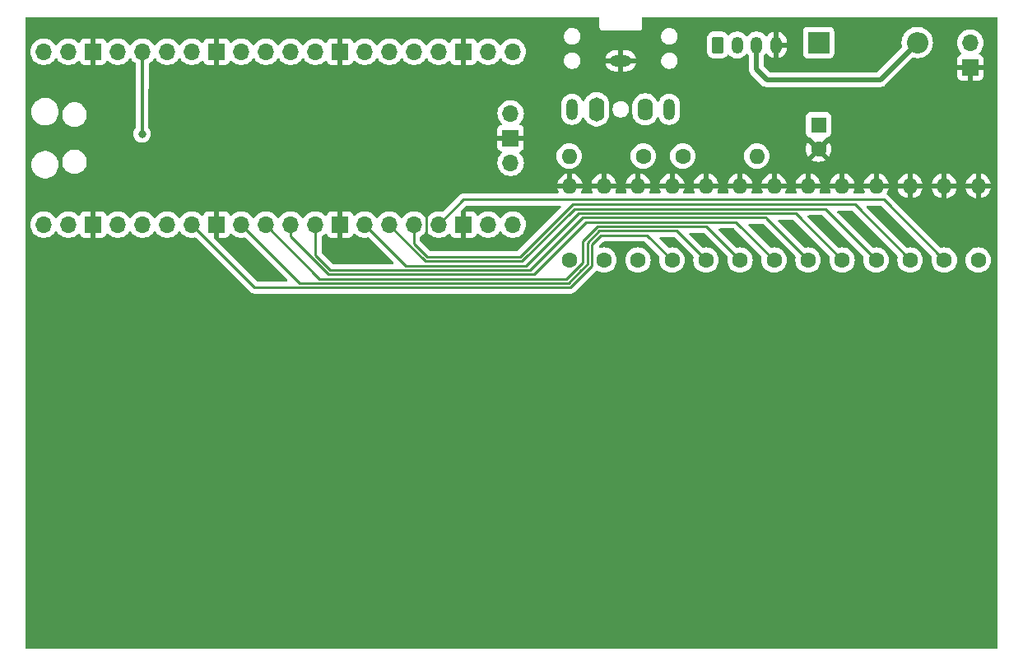
<source format=gbr>
%TF.GenerationSoftware,KiCad,Pcbnew,8.0.3*%
%TF.CreationDate,2024-06-25T21:05:21+01:00*%
%TF.ProjectId,PicoMIDITouchKeyboard,5069636f-4d49-4444-9954-6f7563684b65,rev?*%
%TF.SameCoordinates,Original*%
%TF.FileFunction,Copper,L2,Bot*%
%TF.FilePolarity,Positive*%
%FSLAX46Y46*%
G04 Gerber Fmt 4.6, Leading zero omitted, Abs format (unit mm)*
G04 Created by KiCad (PCBNEW 8.0.3) date 2024-06-25 21:05:21*
%MOMM*%
%LPD*%
G01*
G04 APERTURE LIST*
G04 Aperture macros list*
%AMRoundRect*
0 Rectangle with rounded corners*
0 $1 Rounding radius*
0 $2 $3 $4 $5 $6 $7 $8 $9 X,Y pos of 4 corners*
0 Add a 4 corners polygon primitive as box body*
4,1,4,$2,$3,$4,$5,$6,$7,$8,$9,$2,$3,0*
0 Add four circle primitives for the rounded corners*
1,1,$1+$1,$2,$3*
1,1,$1+$1,$4,$5*
1,1,$1+$1,$6,$7*
1,1,$1+$1,$8,$9*
0 Add four rect primitives between the rounded corners*
20,1,$1+$1,$2,$3,$4,$5,0*
20,1,$1+$1,$4,$5,$6,$7,0*
20,1,$1+$1,$6,$7,$8,$9,0*
20,1,$1+$1,$8,$9,$2,$3,0*%
G04 Aperture macros list end*
%TA.AperFunction,ComponentPad*%
%ADD10RoundRect,0.250000X-0.350000X-0.625000X0.350000X-0.625000X0.350000X0.625000X-0.350000X0.625000X0*%
%TD*%
%TA.AperFunction,ComponentPad*%
%ADD11O,1.200000X1.750000*%
%TD*%
%TA.AperFunction,ComponentPad*%
%ADD12C,1.600000*%
%TD*%
%TA.AperFunction,ComponentPad*%
%ADD13O,1.600000X1.600000*%
%TD*%
%TA.AperFunction,ComponentPad*%
%ADD14R,1.600000X1.600000*%
%TD*%
%TA.AperFunction,ComponentPad*%
%ADD15O,1.200000X2.200000*%
%TD*%
%TA.AperFunction,ComponentPad*%
%ADD16O,1.600000X2.300000*%
%TD*%
%TA.AperFunction,ComponentPad*%
%ADD17O,2.200000X1.200000*%
%TD*%
%TA.AperFunction,ComponentPad*%
%ADD18O,1.600000X2.500000*%
%TD*%
%TA.AperFunction,ComponentPad*%
%ADD19O,1.700000X1.700000*%
%TD*%
%TA.AperFunction,ComponentPad*%
%ADD20R,1.700000X1.700000*%
%TD*%
%TA.AperFunction,ComponentPad*%
%ADD21R,2.200000X2.200000*%
%TD*%
%TA.AperFunction,ComponentPad*%
%ADD22O,2.200000X2.200000*%
%TD*%
%TA.AperFunction,ViaPad*%
%ADD23C,0.800000*%
%TD*%
%TA.AperFunction,Conductor*%
%ADD24C,0.500000*%
%TD*%
%TA.AperFunction,Conductor*%
%ADD25C,0.300000*%
%TD*%
%TA.AperFunction,Conductor*%
%ADD26C,0.250000*%
%TD*%
G04 APERTURE END LIST*
D10*
%TO.P,J3,1,Pin_1*%
%TO.N,Net-(J3-Pin_1)*%
X121190000Y-87884000D03*
D11*
%TO.P,J3,2,Pin_2*%
%TO.N,Net-(J3-Pin_2)*%
X123190000Y-87884000D03*
%TO.P,J3,3,Pin_3*%
%TO.N,/5V IN*%
X125190000Y-87884000D03*
%TO.P,J3,4,Pin_4*%
%TO.N,GND*%
X127190000Y-87884000D03*
%TD*%
D12*
%TO.P,R2,1*%
%TO.N,/TOUCH_E*%
X120000000Y-110000000D03*
D13*
%TO.P,R2,2*%
%TO.N,GND*%
X120000000Y-102380000D03*
%TD*%
D12*
%TO.P,R7,1*%
%TO.N,/TOUCH_F#*%
X127000000Y-110000000D03*
D13*
%TO.P,R7,2*%
%TO.N,GND*%
X127000000Y-102380000D03*
%TD*%
D12*
%TO.P,R10,1*%
%TO.N,/TOUCH_A*%
X137500000Y-110000000D03*
D13*
%TO.P,R10,2*%
%TO.N,GND*%
X137500000Y-102380000D03*
%TD*%
D12*
%TO.P,R11,1*%
%TO.N,/TOUCH_A#*%
X141000000Y-110000000D03*
D13*
%TO.P,R11,2*%
%TO.N,GND*%
X141000000Y-102380000D03*
%TD*%
D12*
%TO.P,R5,1*%
%TO.N,/TOUCH_C#*%
X109500000Y-110000000D03*
D13*
%TO.P,R5,2*%
%TO.N,GND*%
X109500000Y-102380000D03*
%TD*%
D12*
%TO.P,R6,1*%
%TO.N,/TOUCH_C*%
X106000000Y-110000000D03*
D13*
%TO.P,R6,2*%
%TO.N,GND*%
X106000000Y-102380000D03*
%TD*%
D12*
%TO.P,R13,1*%
%TO.N,/TOUCH_C'*%
X148000000Y-110000000D03*
D13*
%TO.P,R13,2*%
%TO.N,GND*%
X148000000Y-102380000D03*
%TD*%
D14*
%TO.P,C1,1*%
%TO.N,/5V_PWR*%
X131572000Y-96099621D03*
D12*
%TO.P,C1,2*%
%TO.N,GND*%
X131572000Y-98599621D03*
%TD*%
D15*
%TO.P,J1,R*%
%TO.N,Net-(J3-Pin_1)*%
X116230000Y-94500000D03*
D16*
%TO.P,J1,RN*%
%TO.N,N/C*%
X113730000Y-94500000D03*
D17*
%TO.P,J1,S*%
%TO.N,GND*%
X111230000Y-89500000D03*
D15*
%TO.P,J1,T*%
%TO.N,Net-(J3-Pin_2)*%
X106230000Y-94500000D03*
D18*
%TO.P,J1,TN*%
%TO.N,N/C*%
X108730000Y-94500000D03*
%TD*%
D12*
%TO.P,R1,1*%
%TO.N,/TOUCH_F*%
X123500000Y-110000000D03*
D13*
%TO.P,R1,2*%
%TO.N,GND*%
X123500000Y-102380000D03*
%TD*%
D12*
%TO.P,R8,1*%
%TO.N,/TOUCH_G*%
X130500000Y-110000000D03*
D13*
%TO.P,R8,2*%
%TO.N,GND*%
X130500000Y-102380000D03*
%TD*%
D12*
%TO.P,R14,1*%
%TO.N,Net-(J3-Pin_2)*%
X117602000Y-99314000D03*
D13*
%TO.P,R14,2*%
%TO.N,/MIDI_OUT*%
X125222000Y-99314000D03*
%TD*%
D12*
%TO.P,R12,1*%
%TO.N,/TOUCH_B*%
X144500000Y-110000000D03*
D13*
%TO.P,R12,2*%
%TO.N,GND*%
X144500000Y-102380000D03*
%TD*%
D12*
%TO.P,R15,1*%
%TO.N,Net-(J3-Pin_1)*%
X113538000Y-99314000D03*
D13*
%TO.P,R15,2*%
%TO.N,+3V3*%
X105918000Y-99314000D03*
%TD*%
D19*
%TO.P,U1,1,GPIO0*%
%TO.N,/MIDI_OUT*%
X51870000Y-106360000D03*
%TO.P,U1,2,GPIO1*%
%TO.N,unconnected-(U1-GPIO1-Pad2)_0*%
X54410000Y-106360000D03*
D20*
%TO.P,U1,3,GND*%
%TO.N,GND*%
X56950000Y-106360000D03*
D19*
%TO.P,U1,4,GPIO2*%
%TO.N,/TOUCH_C*%
X59490000Y-106360000D03*
%TO.P,U1,5,GPIO3*%
%TO.N,/TOUCH_C#*%
X62030000Y-106360000D03*
%TO.P,U1,6,GPIO4*%
%TO.N,/TOUCH_D*%
X64570000Y-106360000D03*
%TO.P,U1,7,GPIO5*%
%TO.N,/TOUCH_D#*%
X67110000Y-106360000D03*
D20*
%TO.P,U1,8,GND*%
%TO.N,GND*%
X69650000Y-106360000D03*
D19*
%TO.P,U1,9,GPIO6*%
%TO.N,/TOUCH_E*%
X72190000Y-106360000D03*
%TO.P,U1,10,GPIO7*%
%TO.N,/TOUCH_F*%
X74730000Y-106360000D03*
%TO.P,U1,11,GPIO8*%
%TO.N,/TOUCH_F#*%
X77270000Y-106360000D03*
%TO.P,U1,12,GPIO9*%
%TO.N,/TOUCH_G*%
X79810000Y-106360000D03*
D20*
%TO.P,U1,13,GND*%
%TO.N,GND*%
X82350000Y-106360000D03*
D19*
%TO.P,U1,14,GPIO10*%
%TO.N,/TOUCH_G#*%
X84890000Y-106360000D03*
%TO.P,U1,15,GPIO11*%
%TO.N,/TOUCH_A*%
X87430000Y-106360000D03*
%TO.P,U1,16,GPIO12*%
%TO.N,/TOUCH_A#*%
X89970000Y-106360000D03*
%TO.P,U1,17,GPIO13*%
%TO.N,/TOUCH_B*%
X92510000Y-106360000D03*
D20*
%TO.P,U1,18,GND*%
%TO.N,GND*%
X95050000Y-106360000D03*
D19*
%TO.P,U1,19,GPIO14*%
%TO.N,/TOUCH_C'*%
X97590000Y-106360000D03*
%TO.P,U1,20,GPIO15*%
%TO.N,unconnected-(U1-GPIO15-Pad20)_0*%
X100130000Y-106360000D03*
%TO.P,U1,21,GPIO16*%
%TO.N,unconnected-(U1-GPIO16-Pad21)_0*%
X100130000Y-88580000D03*
%TO.P,U1,22,GPIO17*%
%TO.N,unconnected-(U1-GPIO17-Pad22)_0*%
X97590000Y-88580000D03*
D20*
%TO.P,U1,23,GND*%
%TO.N,GND*%
X95050000Y-88580000D03*
D19*
%TO.P,U1,24,GPIO18*%
%TO.N,unconnected-(U1-GPIO18-Pad24)_0*%
X92510000Y-88580000D03*
%TO.P,U1,25,GPIO19*%
%TO.N,unconnected-(U1-GPIO19-Pad25)_0*%
X89970000Y-88580000D03*
%TO.P,U1,26,GPIO20*%
%TO.N,unconnected-(U1-GPIO20-Pad26)*%
X87430000Y-88580000D03*
%TO.P,U1,27,GPIO21*%
%TO.N,unconnected-(U1-GPIO21-Pad27)_0*%
X84890000Y-88580000D03*
D20*
%TO.P,U1,28,GND*%
%TO.N,GND*%
X82350000Y-88580000D03*
D19*
%TO.P,U1,29,GPIO22*%
%TO.N,unconnected-(U1-GPIO22-Pad29)_0*%
X79810000Y-88580000D03*
%TO.P,U1,30,RUN*%
%TO.N,unconnected-(U1-RUN-Pad30)_0*%
X77270000Y-88580000D03*
%TO.P,U1,31,GPIO26_ADC0*%
%TO.N,unconnected-(U1-GPIO26_ADC0-Pad31)*%
X74730000Y-88580000D03*
%TO.P,U1,32,GPIO27_ADC1*%
%TO.N,unconnected-(U1-GPIO27_ADC1-Pad32)*%
X72190000Y-88580000D03*
D20*
%TO.P,U1,33,AGND*%
%TO.N,GND*%
X69650000Y-88580000D03*
D19*
%TO.P,U1,34,GPIO28_ADC2*%
%TO.N,unconnected-(U1-GPIO28_ADC2-Pad34)_0*%
X67110000Y-88580000D03*
%TO.P,U1,35,ADC_VREF*%
%TO.N,unconnected-(U1-ADC_VREF-Pad35)_0*%
X64570000Y-88580000D03*
%TO.P,U1,36,3V3*%
%TO.N,+3V3*%
X62030000Y-88580000D03*
%TO.P,U1,37,3V3_EN*%
%TO.N,unconnected-(U1-3V3_EN-Pad37)_0*%
X59490000Y-88580000D03*
D20*
%TO.P,U1,38,GND*%
%TO.N,GND*%
X56950000Y-88580000D03*
D19*
%TO.P,U1,39,VSYS*%
%TO.N,/5V_PWR*%
X54410000Y-88580000D03*
%TO.P,U1,40,VBUS*%
%TO.N,unconnected-(U1-VBUS-Pad40)_0*%
X51870000Y-88580000D03*
%TO.P,U1,41,SWCLK*%
%TO.N,unconnected-(U1-SWCLK-Pad41)*%
X99900000Y-100010000D03*
D20*
%TO.P,U1,42,GND*%
%TO.N,GND*%
X99900000Y-97470000D03*
D19*
%TO.P,U1,43,SWDIO*%
%TO.N,unconnected-(U1-SWDIO-Pad43)*%
X99900000Y-94930000D03*
%TD*%
D21*
%TO.P,D1,1,K*%
%TO.N,/5V_PWR*%
X131572000Y-87630000D03*
D22*
%TO.P,D1,2,A*%
%TO.N,/5V IN*%
X141732000Y-87630000D03*
%TD*%
D20*
%TO.P,J2,1,Pin_1*%
%TO.N,GND*%
X147180000Y-90200000D03*
D19*
%TO.P,J2,2,Pin_2*%
%TO.N,/5V IN*%
X147180000Y-87660000D03*
%TD*%
D12*
%TO.P,R3,1*%
%TO.N,/TOUCH_D#*%
X116500000Y-110000000D03*
D13*
%TO.P,R3,2*%
%TO.N,GND*%
X116500000Y-102380000D03*
%TD*%
D12*
%TO.P,R4,1*%
%TO.N,/TOUCH_D*%
X113000000Y-110000000D03*
D13*
%TO.P,R4,2*%
%TO.N,GND*%
X113000000Y-102380000D03*
%TD*%
D12*
%TO.P,R9,1*%
%TO.N,/TOUCH_G#*%
X134000000Y-110000000D03*
D13*
%TO.P,R9,2*%
%TO.N,GND*%
X134000000Y-102380000D03*
%TD*%
D23*
%TO.N,GND*%
X136652000Y-87630000D03*
X141986000Y-95504000D03*
X123952000Y-95504000D03*
X70104000Y-96266000D03*
X92202000Y-96520000D03*
X146050000Y-118364000D03*
X134874000Y-118364000D03*
X86868000Y-118872000D03*
X146050000Y-126492000D03*
X140970000Y-115062000D03*
X134874000Y-126492000D03*
X86868000Y-127000000D03*
X54356000Y-126492000D03*
%TO.N,+3V3*%
X61976000Y-97028000D03*
%TD*%
D24*
%TO.N,/5V IN*%
X136652000Y-91440000D02*
X137922000Y-91440000D01*
X137922000Y-91440000D02*
X141732000Y-87630000D01*
X126238000Y-91440000D02*
X136652000Y-91440000D01*
D25*
%TO.N,+3V3*%
X61976000Y-97028000D02*
X62030000Y-96974000D01*
X62030000Y-88580000D02*
X61976000Y-97028000D01*
D24*
%TO.N,/5V IN*%
X125190000Y-90392000D02*
X126238000Y-91440000D01*
X125190000Y-87884000D02*
X125190000Y-90392000D01*
D26*
%TO.N,GND*%
X92180000Y-108420000D02*
X91220000Y-107460000D01*
X95050000Y-106360000D02*
X95050000Y-107920000D01*
X93210000Y-102380000D02*
X106000000Y-102380000D01*
X95050000Y-107920000D02*
X94550000Y-108420000D01*
X91220000Y-107460000D02*
X91220000Y-104370000D01*
X91220000Y-104370000D02*
X93210000Y-102380000D01*
X94550000Y-108420000D02*
X92180000Y-108420000D01*
%TO.N,/TOUCH_D#*%
X108260000Y-110603783D02*
X108260000Y-108386396D01*
X71950000Y-111230000D02*
X67080000Y-106360000D01*
X73555000Y-112835000D02*
X74750000Y-112835000D01*
X74750000Y-112835000D02*
X106028782Y-112835000D01*
X71950000Y-111230000D02*
X73555000Y-112835000D01*
X109196396Y-107450000D02*
X113950000Y-107450000D01*
X113950000Y-107450000D02*
X116500000Y-110000000D01*
X107716891Y-111146891D02*
X108260000Y-110603783D01*
X106028782Y-112835000D02*
X107716891Y-111146891D01*
X108260000Y-108386396D02*
X109196396Y-107450000D01*
%TO.N,/TOUCH_E*%
X107810000Y-108200000D02*
X107810000Y-110417387D01*
X107810000Y-110417387D02*
X107163693Y-111063693D01*
X117000000Y-107000000D02*
X109010000Y-107000000D01*
X105842386Y-112385000D02*
X78185000Y-112385000D01*
X120000000Y-110000000D02*
X117000000Y-107000000D01*
X107163693Y-111063693D02*
X105842386Y-112385000D01*
X109010000Y-107000000D02*
X107810000Y-108200000D01*
X78185000Y-112385000D02*
X72160000Y-106360000D01*
%TO.N,/TOUCH_F*%
X80238604Y-111935000D02*
X74700000Y-106396396D01*
X108823604Y-106550000D02*
X120050000Y-106550000D01*
X107343198Y-110247793D02*
X107343198Y-108030406D01*
X106885496Y-110705496D02*
X107343198Y-110247793D01*
X74700000Y-106396396D02*
X74700000Y-106360000D01*
X80900000Y-111935000D02*
X105655992Y-111935000D01*
X80900000Y-111935000D02*
X80238604Y-111935000D01*
X120050000Y-106550000D02*
X123500000Y-110000000D01*
X105655992Y-111935000D02*
X106885496Y-110705496D01*
X107343198Y-108030406D02*
X108823604Y-106550000D01*
%TO.N,/TOUCH_F#*%
X123100000Y-106100000D02*
X107690000Y-106100000D01*
X102305000Y-111485000D02*
X81162919Y-111485000D01*
X81162919Y-111485000D02*
X77240000Y-107562081D01*
X77240000Y-107562081D02*
X77240000Y-106360000D01*
X127000000Y-110000000D02*
X123100000Y-106100000D01*
X107690000Y-106100000D02*
X102305000Y-111485000D01*
%TO.N,/TOUCH_G*%
X79810000Y-109495685D02*
X81349315Y-111035000D01*
X126190000Y-105650000D02*
X126190000Y-105690000D01*
X84328000Y-111035000D02*
X101905000Y-111035000D01*
X79810000Y-106360000D02*
X79810000Y-109495685D01*
X81349315Y-111035000D02*
X84328000Y-111035000D01*
X107290000Y-105650000D02*
X126190000Y-105650000D01*
X126190000Y-105690000D02*
X130500000Y-110000000D01*
X101905000Y-111035000D02*
X107290000Y-105650000D01*
%TO.N,/TOUCH_G#*%
X129200000Y-105200000D02*
X134000000Y-110000000D01*
X89662000Y-110585000D02*
X101475000Y-110585000D01*
X84890000Y-106360000D02*
X89115000Y-110585000D01*
X106860000Y-105200000D02*
X129200000Y-105200000D01*
X101475000Y-110585000D02*
X106860000Y-105200000D01*
X89115000Y-110585000D02*
X89662000Y-110585000D01*
%TO.N,/TOUCH_A*%
X87430000Y-106426396D02*
X91138604Y-110135000D01*
X137500000Y-110000000D02*
X132250000Y-104750000D01*
X91138604Y-110135000D02*
X91948000Y-110135000D01*
X106450000Y-104750000D02*
X101065000Y-110135000D01*
X101065000Y-110135000D02*
X91948000Y-110135000D01*
X132250000Y-104750000D02*
X106450000Y-104750000D01*
X87430000Y-106360000D02*
X87430000Y-106426396D01*
%TO.N,/TOUCH_A#*%
X91325000Y-109685000D02*
X89940000Y-108300000D01*
X100878604Y-109685000D02*
X91325000Y-109685000D01*
X89940000Y-108300000D02*
X89940000Y-106360000D01*
X141000000Y-110000000D02*
X135300000Y-104300000D01*
X135300000Y-104300000D02*
X106263604Y-104300000D01*
X106263604Y-104300000D02*
X100878604Y-109685000D01*
%TO.N,/TOUCH_B*%
X95070000Y-103770000D02*
X92480000Y-106360000D01*
X144500000Y-110000000D02*
X138270000Y-103770000D01*
X138270000Y-103770000D02*
X95070000Y-103770000D01*
%TD*%
%TA.AperFunction,Conductor*%
%TO.N,GND*%
G36*
X69904000Y-107718000D02*
G01*
X70548585Y-107718000D01*
X70548597Y-107717999D01*
X70609093Y-107711494D01*
X70745964Y-107660444D01*
X70745965Y-107660444D01*
X70862904Y-107572904D01*
X70950444Y-107455965D01*
X70994618Y-107337530D01*
X71037165Y-107280694D01*
X71103685Y-107255883D01*
X71173059Y-107270974D01*
X71205372Y-107296222D01*
X71210645Y-107301949D01*
X71266762Y-107362908D01*
X71298407Y-107387538D01*
X71444424Y-107501189D01*
X71642426Y-107608342D01*
X71642427Y-107608342D01*
X71642428Y-107608343D01*
X71716644Y-107633821D01*
X71855365Y-107681444D01*
X72077431Y-107718500D01*
X72077435Y-107718500D01*
X72302565Y-107718500D01*
X72302569Y-107718500D01*
X72512859Y-107683409D01*
X72583342Y-107691927D01*
X72622692Y-107718596D01*
X76890500Y-111986405D01*
X76924526Y-112048717D01*
X76919461Y-112119533D01*
X76876914Y-112176368D01*
X76810394Y-112201179D01*
X76801405Y-112201500D01*
X73869595Y-112201500D01*
X73801474Y-112181498D01*
X73780500Y-112164595D01*
X72353833Y-110737929D01*
X69432905Y-107817001D01*
X69398879Y-107754689D01*
X69396000Y-107727906D01*
X69396000Y-106802250D01*
X69453147Y-106835245D01*
X69582857Y-106870000D01*
X69717143Y-106870000D01*
X69846853Y-106835245D01*
X69904000Y-106802250D01*
X69904000Y-107718000D01*
G37*
%TD.AperFunction*%
%TA.AperFunction,Conductor*%
G36*
X82604000Y-107718000D02*
G01*
X83248585Y-107718000D01*
X83248597Y-107717999D01*
X83309093Y-107711494D01*
X83445964Y-107660444D01*
X83445965Y-107660444D01*
X83562904Y-107572904D01*
X83650444Y-107455965D01*
X83694618Y-107337530D01*
X83737165Y-107280694D01*
X83803685Y-107255883D01*
X83873059Y-107270974D01*
X83905372Y-107296222D01*
X83910645Y-107301949D01*
X83966762Y-107362908D01*
X83998407Y-107387538D01*
X84144424Y-107501189D01*
X84342426Y-107608342D01*
X84342427Y-107608342D01*
X84342428Y-107608343D01*
X84416644Y-107633821D01*
X84555365Y-107681444D01*
X84777431Y-107718500D01*
X84777435Y-107718500D01*
X85002565Y-107718500D01*
X85002569Y-107718500D01*
X85224635Y-107681444D01*
X85224651Y-107681438D01*
X85227751Y-107680654D01*
X85229072Y-107680703D01*
X85229777Y-107680586D01*
X85229801Y-107680730D01*
X85298698Y-107683311D01*
X85347795Y-107713699D01*
X87820501Y-110186405D01*
X87854527Y-110248717D01*
X87849462Y-110319532D01*
X87806915Y-110376368D01*
X87740395Y-110401179D01*
X87731406Y-110401500D01*
X81663909Y-110401500D01*
X81595788Y-110381498D01*
X81574814Y-110364595D01*
X80480405Y-109270186D01*
X80446379Y-109207874D01*
X80443500Y-109181091D01*
X80443500Y-107636920D01*
X80463502Y-107568799D01*
X80509527Y-107526108D01*
X80555576Y-107501189D01*
X80733240Y-107362906D01*
X80794626Y-107296222D01*
X80855476Y-107259654D01*
X80926441Y-107261787D01*
X80984986Y-107301949D01*
X81005380Y-107337529D01*
X81049553Y-107455961D01*
X81049555Y-107455965D01*
X81137095Y-107572904D01*
X81254034Y-107660444D01*
X81390906Y-107711494D01*
X81451402Y-107717999D01*
X81451415Y-107718000D01*
X82096000Y-107718000D01*
X82096000Y-106802250D01*
X82153147Y-106835245D01*
X82282857Y-106870000D01*
X82417143Y-106870000D01*
X82546853Y-106835245D01*
X82604000Y-106802250D01*
X82604000Y-107718000D01*
G37*
%TD.AperFunction*%
%TA.AperFunction,Conductor*%
G36*
X105028131Y-104423502D02*
G01*
X105074624Y-104477158D01*
X105084728Y-104547432D01*
X105055234Y-104612012D01*
X105049105Y-104618595D01*
X100653105Y-109014595D01*
X100590793Y-109048621D01*
X100564010Y-109051500D01*
X91639595Y-109051500D01*
X91571474Y-109031498D01*
X91550500Y-109014595D01*
X90610405Y-108074500D01*
X90576379Y-108012188D01*
X90573500Y-107985405D01*
X90573500Y-107653156D01*
X90593502Y-107585035D01*
X90639531Y-107542342D01*
X90715576Y-107501189D01*
X90893240Y-107362906D01*
X91045722Y-107197268D01*
X91134518Y-107061354D01*
X91188520Y-107015268D01*
X91258868Y-107005692D01*
X91323225Y-107035669D01*
X91345480Y-107061353D01*
X91378607Y-107112058D01*
X91434275Y-107197265D01*
X91434279Y-107197270D01*
X91586762Y-107362908D01*
X91618407Y-107387538D01*
X91764424Y-107501189D01*
X91962426Y-107608342D01*
X91962427Y-107608342D01*
X91962428Y-107608343D01*
X92036644Y-107633821D01*
X92175365Y-107681444D01*
X92397431Y-107718500D01*
X92397435Y-107718500D01*
X92622565Y-107718500D01*
X92622569Y-107718500D01*
X92844635Y-107681444D01*
X93057574Y-107608342D01*
X93255576Y-107501189D01*
X93433240Y-107362906D01*
X93494626Y-107296222D01*
X93555476Y-107259654D01*
X93626441Y-107261787D01*
X93684986Y-107301949D01*
X93705380Y-107337529D01*
X93749553Y-107455961D01*
X93749555Y-107455965D01*
X93837095Y-107572904D01*
X93954034Y-107660444D01*
X94090906Y-107711494D01*
X94151402Y-107717999D01*
X94151415Y-107718000D01*
X94796000Y-107718000D01*
X94796000Y-106802250D01*
X94853147Y-106835245D01*
X94982857Y-106870000D01*
X95117143Y-106870000D01*
X95246853Y-106835245D01*
X95304000Y-106802250D01*
X95304000Y-107718000D01*
X95948585Y-107718000D01*
X95948597Y-107717999D01*
X96009093Y-107711494D01*
X96145964Y-107660444D01*
X96145965Y-107660444D01*
X96262904Y-107572904D01*
X96350444Y-107455965D01*
X96394618Y-107337530D01*
X96437165Y-107280694D01*
X96503685Y-107255883D01*
X96573059Y-107270974D01*
X96605372Y-107296222D01*
X96610645Y-107301949D01*
X96666762Y-107362908D01*
X96698407Y-107387538D01*
X96844424Y-107501189D01*
X97042426Y-107608342D01*
X97042427Y-107608342D01*
X97042428Y-107608343D01*
X97116644Y-107633821D01*
X97255365Y-107681444D01*
X97477431Y-107718500D01*
X97477435Y-107718500D01*
X97702565Y-107718500D01*
X97702569Y-107718500D01*
X97924635Y-107681444D01*
X98137574Y-107608342D01*
X98335576Y-107501189D01*
X98513240Y-107362906D01*
X98665722Y-107197268D01*
X98754518Y-107061354D01*
X98808520Y-107015268D01*
X98878868Y-107005692D01*
X98943225Y-107035669D01*
X98965480Y-107061353D01*
X98998607Y-107112058D01*
X99054275Y-107197265D01*
X99054279Y-107197270D01*
X99206762Y-107362908D01*
X99238407Y-107387538D01*
X99384424Y-107501189D01*
X99582426Y-107608342D01*
X99582427Y-107608342D01*
X99582428Y-107608343D01*
X99656644Y-107633821D01*
X99795365Y-107681444D01*
X100017431Y-107718500D01*
X100017435Y-107718500D01*
X100242565Y-107718500D01*
X100242569Y-107718500D01*
X100464635Y-107681444D01*
X100677574Y-107608342D01*
X100875576Y-107501189D01*
X101053240Y-107362906D01*
X101205722Y-107197268D01*
X101328860Y-107008791D01*
X101419296Y-106802616D01*
X101474564Y-106584368D01*
X101493156Y-106360000D01*
X101474564Y-106135632D01*
X101428036Y-105951898D01*
X101419297Y-105917387D01*
X101419296Y-105917386D01*
X101419296Y-105917384D01*
X101328860Y-105711209D01*
X101322140Y-105700924D01*
X101205724Y-105522734D01*
X101205720Y-105522729D01*
X101053237Y-105357091D01*
X100933684Y-105264039D01*
X100875576Y-105218811D01*
X100677574Y-105111658D01*
X100677572Y-105111657D01*
X100677571Y-105111656D01*
X100464639Y-105038557D01*
X100464630Y-105038555D01*
X100420476Y-105031187D01*
X100242569Y-105001500D01*
X100017431Y-105001500D01*
X99869211Y-105026233D01*
X99795369Y-105038555D01*
X99795360Y-105038557D01*
X99582428Y-105111656D01*
X99582426Y-105111658D01*
X99384426Y-105218810D01*
X99384424Y-105218811D01*
X99206762Y-105357091D01*
X99054279Y-105522729D01*
X98965483Y-105658643D01*
X98911479Y-105704731D01*
X98841131Y-105714306D01*
X98776774Y-105684329D01*
X98754517Y-105658643D01*
X98665720Y-105522729D01*
X98513237Y-105357091D01*
X98393684Y-105264039D01*
X98335576Y-105218811D01*
X98137574Y-105111658D01*
X98137572Y-105111657D01*
X98137571Y-105111656D01*
X97924639Y-105038557D01*
X97924630Y-105038555D01*
X97880476Y-105031187D01*
X97702569Y-105001500D01*
X97477431Y-105001500D01*
X97329211Y-105026233D01*
X97255369Y-105038555D01*
X97255360Y-105038557D01*
X97042428Y-105111656D01*
X97042426Y-105111658D01*
X96844426Y-105218810D01*
X96844424Y-105218811D01*
X96666759Y-105357094D01*
X96605374Y-105423775D01*
X96544521Y-105460346D01*
X96473557Y-105458211D01*
X96415012Y-105418049D01*
X96394618Y-105382470D01*
X96350443Y-105264033D01*
X96262904Y-105147095D01*
X96145965Y-105059555D01*
X96009093Y-105008505D01*
X95948597Y-105002000D01*
X95304000Y-105002000D01*
X95304000Y-105917749D01*
X95246853Y-105884755D01*
X95117143Y-105850000D01*
X94982857Y-105850000D01*
X94853147Y-105884755D01*
X94796000Y-105917749D01*
X94796000Y-104992094D01*
X94816002Y-104923973D01*
X94832905Y-104902999D01*
X95295499Y-104440405D01*
X95357811Y-104406379D01*
X95384594Y-104403500D01*
X104960010Y-104403500D01*
X105028131Y-104423502D01*
G37*
%TD.AperFunction*%
%TA.AperFunction,Conductor*%
G36*
X108972121Y-85020002D02*
G01*
X109018614Y-85073658D01*
X109030000Y-85126000D01*
X109030000Y-85999994D01*
X109032461Y-86062964D01*
X109071375Y-86182726D01*
X109071376Y-86182728D01*
X109145394Y-86284606D01*
X109247272Y-86358624D01*
X109307154Y-86378081D01*
X109367035Y-86397538D01*
X109376030Y-86397889D01*
X109430000Y-86400000D01*
X113029994Y-86400000D01*
X113030000Y-86400000D01*
X113092964Y-86397538D01*
X113212728Y-86358624D01*
X113314606Y-86284606D01*
X113388624Y-86182728D01*
X113427538Y-86062964D01*
X113430000Y-86000000D01*
X113430000Y-85126000D01*
X113450002Y-85057879D01*
X113503658Y-85011386D01*
X113556000Y-85000000D01*
X149864000Y-85000000D01*
X149932121Y-85020002D01*
X149978614Y-85073658D01*
X149990000Y-85126000D01*
X149990000Y-149874000D01*
X149969998Y-149942121D01*
X149916342Y-149988614D01*
X149864000Y-150000000D01*
X50126000Y-150000000D01*
X50057879Y-149979998D01*
X50011386Y-149926342D01*
X50000000Y-149874000D01*
X50000000Y-106360000D01*
X50506844Y-106360000D01*
X50525437Y-106584375D01*
X50580702Y-106802612D01*
X50580703Y-106802613D01*
X50580704Y-106802616D01*
X50644736Y-106948595D01*
X50671141Y-107008793D01*
X50794275Y-107197265D01*
X50794279Y-107197270D01*
X50946762Y-107362908D01*
X50978407Y-107387538D01*
X51124424Y-107501189D01*
X51322426Y-107608342D01*
X51322427Y-107608342D01*
X51322428Y-107608343D01*
X51396644Y-107633821D01*
X51535365Y-107681444D01*
X51757431Y-107718500D01*
X51757435Y-107718500D01*
X51982565Y-107718500D01*
X51982569Y-107718500D01*
X52204635Y-107681444D01*
X52417574Y-107608342D01*
X52615576Y-107501189D01*
X52793240Y-107362906D01*
X52945722Y-107197268D01*
X53034518Y-107061354D01*
X53088520Y-107015268D01*
X53158868Y-107005692D01*
X53223225Y-107035669D01*
X53245480Y-107061353D01*
X53278607Y-107112058D01*
X53334275Y-107197265D01*
X53334279Y-107197270D01*
X53486762Y-107362908D01*
X53518407Y-107387538D01*
X53664424Y-107501189D01*
X53862426Y-107608342D01*
X53862427Y-107608342D01*
X53862428Y-107608343D01*
X53936644Y-107633821D01*
X54075365Y-107681444D01*
X54297431Y-107718500D01*
X54297435Y-107718500D01*
X54522565Y-107718500D01*
X54522569Y-107718500D01*
X54744635Y-107681444D01*
X54957574Y-107608342D01*
X55155576Y-107501189D01*
X55333240Y-107362906D01*
X55394626Y-107296222D01*
X55455476Y-107259654D01*
X55526441Y-107261787D01*
X55584986Y-107301949D01*
X55605380Y-107337529D01*
X55649553Y-107455961D01*
X55649555Y-107455965D01*
X55737095Y-107572904D01*
X55854034Y-107660444D01*
X55990906Y-107711494D01*
X56051402Y-107717999D01*
X56051415Y-107718000D01*
X56696000Y-107718000D01*
X56696000Y-106802250D01*
X56753147Y-106835245D01*
X56882857Y-106870000D01*
X57017143Y-106870000D01*
X57146853Y-106835245D01*
X57204000Y-106802250D01*
X57204000Y-107718000D01*
X57848585Y-107718000D01*
X57848597Y-107717999D01*
X57909093Y-107711494D01*
X58045964Y-107660444D01*
X58045965Y-107660444D01*
X58162904Y-107572904D01*
X58250444Y-107455965D01*
X58294618Y-107337530D01*
X58337165Y-107280694D01*
X58403685Y-107255883D01*
X58473059Y-107270974D01*
X58505372Y-107296222D01*
X58510645Y-107301949D01*
X58566762Y-107362908D01*
X58598407Y-107387538D01*
X58744424Y-107501189D01*
X58942426Y-107608342D01*
X58942427Y-107608342D01*
X58942428Y-107608343D01*
X59016644Y-107633821D01*
X59155365Y-107681444D01*
X59377431Y-107718500D01*
X59377435Y-107718500D01*
X59602565Y-107718500D01*
X59602569Y-107718500D01*
X59824635Y-107681444D01*
X60037574Y-107608342D01*
X60235576Y-107501189D01*
X60413240Y-107362906D01*
X60565722Y-107197268D01*
X60654518Y-107061354D01*
X60708520Y-107015268D01*
X60778868Y-107005692D01*
X60843225Y-107035669D01*
X60865480Y-107061353D01*
X60898607Y-107112058D01*
X60954275Y-107197265D01*
X60954279Y-107197270D01*
X61106762Y-107362908D01*
X61138407Y-107387538D01*
X61284424Y-107501189D01*
X61482426Y-107608342D01*
X61482427Y-107608342D01*
X61482428Y-107608343D01*
X61556644Y-107633821D01*
X61695365Y-107681444D01*
X61917431Y-107718500D01*
X61917435Y-107718500D01*
X62142565Y-107718500D01*
X62142569Y-107718500D01*
X62364635Y-107681444D01*
X62577574Y-107608342D01*
X62775576Y-107501189D01*
X62953240Y-107362906D01*
X63105722Y-107197268D01*
X63194518Y-107061354D01*
X63248520Y-107015268D01*
X63318868Y-107005692D01*
X63383225Y-107035669D01*
X63405480Y-107061353D01*
X63438607Y-107112058D01*
X63494275Y-107197265D01*
X63494279Y-107197270D01*
X63646762Y-107362908D01*
X63678407Y-107387538D01*
X63824424Y-107501189D01*
X64022426Y-107608342D01*
X64022427Y-107608342D01*
X64022428Y-107608343D01*
X64096644Y-107633821D01*
X64235365Y-107681444D01*
X64457431Y-107718500D01*
X64457435Y-107718500D01*
X64682565Y-107718500D01*
X64682569Y-107718500D01*
X64904635Y-107681444D01*
X65117574Y-107608342D01*
X65315576Y-107501189D01*
X65493240Y-107362906D01*
X65645722Y-107197268D01*
X65734518Y-107061354D01*
X65788520Y-107015268D01*
X65858868Y-107005692D01*
X65923225Y-107035669D01*
X65945480Y-107061353D01*
X65978607Y-107112058D01*
X66034275Y-107197265D01*
X66034279Y-107197270D01*
X66186762Y-107362908D01*
X66218407Y-107387538D01*
X66364424Y-107501189D01*
X66562426Y-107608342D01*
X66562427Y-107608342D01*
X66562428Y-107608343D01*
X66636644Y-107633821D01*
X66775365Y-107681444D01*
X66997431Y-107718500D01*
X66997435Y-107718500D01*
X67222565Y-107718500D01*
X67222569Y-107718500D01*
X67432859Y-107683409D01*
X67503342Y-107691927D01*
X67542692Y-107718596D01*
X71457929Y-111633833D01*
X73151167Y-113327072D01*
X73254925Y-113396401D01*
X73370215Y-113444155D01*
X73492606Y-113468500D01*
X73492607Y-113468500D01*
X106091175Y-113468500D01*
X106091176Y-113468500D01*
X106213567Y-113444155D01*
X106328857Y-113396400D01*
X106432615Y-113327071D01*
X108208963Y-111550724D01*
X108208963Y-111550722D01*
X108219332Y-111540354D01*
X108219335Y-111540349D01*
X108638457Y-111121229D01*
X108700768Y-111087205D01*
X108771584Y-111092270D01*
X108799822Y-111107113D01*
X108843251Y-111137523D01*
X109050757Y-111234284D01*
X109271913Y-111293543D01*
X109500000Y-111313498D01*
X109728087Y-111293543D01*
X109949243Y-111234284D01*
X110156749Y-111137523D01*
X110344300Y-111006198D01*
X110506198Y-110844300D01*
X110637523Y-110656749D01*
X110734284Y-110449243D01*
X110793543Y-110228087D01*
X110813498Y-110000000D01*
X111686502Y-110000000D01*
X111706457Y-110228087D01*
X111765716Y-110449243D01*
X111862477Y-110656749D01*
X111993802Y-110844300D01*
X112155700Y-111006198D01*
X112343251Y-111137523D01*
X112550757Y-111234284D01*
X112771913Y-111293543D01*
X113000000Y-111313498D01*
X113228087Y-111293543D01*
X113449243Y-111234284D01*
X113656749Y-111137523D01*
X113844300Y-111006198D01*
X114006198Y-110844300D01*
X114137523Y-110656749D01*
X114234284Y-110449243D01*
X114293543Y-110228087D01*
X114313498Y-110000000D01*
X114293543Y-109771913D01*
X114234284Y-109550757D01*
X114137523Y-109343251D01*
X114006198Y-109155700D01*
X113844300Y-108993802D01*
X113709697Y-108899552D01*
X113656749Y-108862477D01*
X113449246Y-108765717D01*
X113449240Y-108765715D01*
X113355771Y-108740670D01*
X113228087Y-108706457D01*
X113000000Y-108686502D01*
X112771913Y-108706457D01*
X112550759Y-108765715D01*
X112550753Y-108765717D01*
X112343250Y-108862477D01*
X112155703Y-108993799D01*
X112155697Y-108993804D01*
X111993804Y-109155697D01*
X111993799Y-109155703D01*
X111862477Y-109343250D01*
X111765717Y-109550753D01*
X111765715Y-109550759D01*
X111723460Y-109708456D01*
X111706457Y-109771913D01*
X111686502Y-110000000D01*
X110813498Y-110000000D01*
X110793543Y-109771913D01*
X110734284Y-109550757D01*
X110637523Y-109343251D01*
X110506198Y-109155700D01*
X110344300Y-108993802D01*
X110209697Y-108899552D01*
X110156749Y-108862477D01*
X109949246Y-108765717D01*
X109949240Y-108765715D01*
X109855771Y-108740670D01*
X109728087Y-108706457D01*
X109500000Y-108686502D01*
X109271913Y-108706457D01*
X109130443Y-108744364D01*
X109059466Y-108742674D01*
X109000671Y-108702880D01*
X108972723Y-108637615D01*
X108984497Y-108567602D01*
X109008732Y-108533567D01*
X109421897Y-108120402D01*
X109484207Y-108086379D01*
X109510990Y-108083500D01*
X113635406Y-108083500D01*
X113703527Y-108103502D01*
X113724501Y-108120405D01*
X115190847Y-109586752D01*
X115224873Y-109649064D01*
X115223459Y-109708457D01*
X115206458Y-109771907D01*
X115206457Y-109771910D01*
X115206457Y-109771913D01*
X115186502Y-110000000D01*
X115206457Y-110228087D01*
X115265716Y-110449243D01*
X115362477Y-110656749D01*
X115493802Y-110844300D01*
X115655700Y-111006198D01*
X115843251Y-111137523D01*
X116050757Y-111234284D01*
X116271913Y-111293543D01*
X116500000Y-111313498D01*
X116728087Y-111293543D01*
X116949243Y-111234284D01*
X117156749Y-111137523D01*
X117344300Y-111006198D01*
X117506198Y-110844300D01*
X117637523Y-110656749D01*
X117734284Y-110449243D01*
X117793543Y-110228087D01*
X117813498Y-110000000D01*
X117793543Y-109771913D01*
X117734284Y-109550757D01*
X117637523Y-109343251D01*
X117506198Y-109155700D01*
X117344300Y-108993802D01*
X117209697Y-108899552D01*
X117156749Y-108862477D01*
X116949246Y-108765717D01*
X116949240Y-108765715D01*
X116855771Y-108740670D01*
X116728087Y-108706457D01*
X116500000Y-108686502D01*
X116271913Y-108706457D01*
X116271910Y-108706457D01*
X116271907Y-108706458D01*
X116208457Y-108723459D01*
X116137481Y-108721769D01*
X116086754Y-108690849D01*
X115244497Y-107848593D01*
X115210474Y-107786283D01*
X115215538Y-107715468D01*
X115258085Y-107658632D01*
X115324605Y-107633821D01*
X115333594Y-107633500D01*
X116685406Y-107633500D01*
X116753527Y-107653502D01*
X116774501Y-107670405D01*
X118690847Y-109586752D01*
X118724873Y-109649064D01*
X118723459Y-109708457D01*
X118706458Y-109771907D01*
X118706457Y-109771910D01*
X118706457Y-109771913D01*
X118686502Y-110000000D01*
X118706457Y-110228087D01*
X118765716Y-110449243D01*
X118862477Y-110656749D01*
X118993802Y-110844300D01*
X119155700Y-111006198D01*
X119343251Y-111137523D01*
X119550757Y-111234284D01*
X119771913Y-111293543D01*
X120000000Y-111313498D01*
X120228087Y-111293543D01*
X120449243Y-111234284D01*
X120656749Y-111137523D01*
X120844300Y-111006198D01*
X121006198Y-110844300D01*
X121137523Y-110656749D01*
X121234284Y-110449243D01*
X121293543Y-110228087D01*
X121313498Y-110000000D01*
X121293543Y-109771913D01*
X121234284Y-109550757D01*
X121137523Y-109343251D01*
X121006198Y-109155700D01*
X120844300Y-108993802D01*
X120709697Y-108899552D01*
X120656749Y-108862477D01*
X120449246Y-108765717D01*
X120449240Y-108765715D01*
X120355771Y-108740670D01*
X120228087Y-108706457D01*
X120000000Y-108686502D01*
X119771913Y-108706457D01*
X119771910Y-108706457D01*
X119771907Y-108706458D01*
X119708457Y-108723459D01*
X119637481Y-108721769D01*
X119586752Y-108690847D01*
X118970405Y-108074500D01*
X118294498Y-107398594D01*
X118260474Y-107336283D01*
X118265538Y-107265468D01*
X118308085Y-107208632D01*
X118374605Y-107183821D01*
X118383594Y-107183500D01*
X119735406Y-107183500D01*
X119803527Y-107203502D01*
X119824501Y-107220405D01*
X122190847Y-109586752D01*
X122224873Y-109649064D01*
X122223459Y-109708457D01*
X122206458Y-109771907D01*
X122206457Y-109771910D01*
X122206457Y-109771913D01*
X122186502Y-110000000D01*
X122206457Y-110228087D01*
X122265716Y-110449243D01*
X122362477Y-110656749D01*
X122493802Y-110844300D01*
X122655700Y-111006198D01*
X122843251Y-111137523D01*
X123050757Y-111234284D01*
X123271913Y-111293543D01*
X123500000Y-111313498D01*
X123728087Y-111293543D01*
X123949243Y-111234284D01*
X124156749Y-111137523D01*
X124344300Y-111006198D01*
X124506198Y-110844300D01*
X124637523Y-110656749D01*
X124734284Y-110449243D01*
X124793543Y-110228087D01*
X124813498Y-110000000D01*
X124793543Y-109771913D01*
X124734284Y-109550757D01*
X124637523Y-109343251D01*
X124506198Y-109155700D01*
X124344300Y-108993802D01*
X124209697Y-108899552D01*
X124156749Y-108862477D01*
X123949246Y-108765717D01*
X123949240Y-108765715D01*
X123855771Y-108740670D01*
X123728087Y-108706457D01*
X123500000Y-108686502D01*
X123271913Y-108706457D01*
X123271910Y-108706457D01*
X123271907Y-108706458D01*
X123208457Y-108723459D01*
X123137481Y-108721769D01*
X123086752Y-108690847D01*
X122244501Y-107848596D01*
X121344498Y-106948594D01*
X121310474Y-106886283D01*
X121315538Y-106815468D01*
X121358085Y-106758632D01*
X121424605Y-106733821D01*
X121433594Y-106733500D01*
X122785406Y-106733500D01*
X122853527Y-106753502D01*
X122874501Y-106770405D01*
X125690847Y-109586751D01*
X125724873Y-109649063D01*
X125723459Y-109708456D01*
X125706458Y-109771907D01*
X125706457Y-109771910D01*
X125706457Y-109771913D01*
X125686502Y-110000000D01*
X125706457Y-110228087D01*
X125765716Y-110449243D01*
X125862477Y-110656749D01*
X125993802Y-110844300D01*
X126155700Y-111006198D01*
X126343251Y-111137523D01*
X126550757Y-111234284D01*
X126771913Y-111293543D01*
X127000000Y-111313498D01*
X127228087Y-111293543D01*
X127449243Y-111234284D01*
X127656749Y-111137523D01*
X127844300Y-111006198D01*
X128006198Y-110844300D01*
X128137523Y-110656749D01*
X128234284Y-110449243D01*
X128293543Y-110228087D01*
X128313498Y-110000000D01*
X128293543Y-109771913D01*
X128234284Y-109550757D01*
X128137523Y-109343251D01*
X128006198Y-109155700D01*
X127844300Y-108993802D01*
X127709697Y-108899552D01*
X127656749Y-108862477D01*
X127449246Y-108765717D01*
X127449240Y-108765715D01*
X127355771Y-108740670D01*
X127228087Y-108706457D01*
X127000000Y-108686502D01*
X126771913Y-108706457D01*
X126771910Y-108706457D01*
X126771907Y-108706458D01*
X126708456Y-108723459D01*
X126637479Y-108721769D01*
X126586751Y-108690847D01*
X124394499Y-106498595D01*
X124360473Y-106436283D01*
X124365538Y-106365468D01*
X124408085Y-106308632D01*
X124474605Y-106283821D01*
X124483594Y-106283500D01*
X125835406Y-106283500D01*
X125903527Y-106303502D01*
X125924501Y-106320405D01*
X129190847Y-109586751D01*
X129224873Y-109649063D01*
X129223459Y-109708456D01*
X129206458Y-109771907D01*
X129206457Y-109771910D01*
X129206457Y-109771913D01*
X129186502Y-110000000D01*
X129206457Y-110228087D01*
X129265716Y-110449243D01*
X129362477Y-110656749D01*
X129493802Y-110844300D01*
X129655700Y-111006198D01*
X129843251Y-111137523D01*
X130050757Y-111234284D01*
X130271913Y-111293543D01*
X130500000Y-111313498D01*
X130728087Y-111293543D01*
X130949243Y-111234284D01*
X131156749Y-111137523D01*
X131344300Y-111006198D01*
X131506198Y-110844300D01*
X131637523Y-110656749D01*
X131734284Y-110449243D01*
X131793543Y-110228087D01*
X131813498Y-110000000D01*
X131793543Y-109771913D01*
X131734284Y-109550757D01*
X131637523Y-109343251D01*
X131506198Y-109155700D01*
X131344300Y-108993802D01*
X131209697Y-108899552D01*
X131156749Y-108862477D01*
X130949246Y-108765717D01*
X130949240Y-108765715D01*
X130855771Y-108740670D01*
X130728087Y-108706457D01*
X130500000Y-108686502D01*
X130271913Y-108706457D01*
X130271910Y-108706457D01*
X130271907Y-108706458D01*
X130208456Y-108723459D01*
X130137479Y-108721769D01*
X130086751Y-108690847D01*
X127444499Y-106048595D01*
X127410473Y-105986283D01*
X127415538Y-105915468D01*
X127458085Y-105858632D01*
X127524605Y-105833821D01*
X127533594Y-105833500D01*
X128885406Y-105833500D01*
X128953527Y-105853502D01*
X128974501Y-105870405D01*
X132690847Y-109586751D01*
X132724873Y-109649063D01*
X132723459Y-109708456D01*
X132706458Y-109771907D01*
X132706457Y-109771910D01*
X132706457Y-109771913D01*
X132686502Y-110000000D01*
X132706457Y-110228087D01*
X132765716Y-110449243D01*
X132862477Y-110656749D01*
X132993802Y-110844300D01*
X133155700Y-111006198D01*
X133343251Y-111137523D01*
X133550757Y-111234284D01*
X133771913Y-111293543D01*
X134000000Y-111313498D01*
X134228087Y-111293543D01*
X134449243Y-111234284D01*
X134656749Y-111137523D01*
X134844300Y-111006198D01*
X135006198Y-110844300D01*
X135137523Y-110656749D01*
X135234284Y-110449243D01*
X135293543Y-110228087D01*
X135313498Y-110000000D01*
X135293543Y-109771913D01*
X135234284Y-109550757D01*
X135137523Y-109343251D01*
X135006198Y-109155700D01*
X134844300Y-108993802D01*
X134709697Y-108899552D01*
X134656749Y-108862477D01*
X134449246Y-108765717D01*
X134449240Y-108765715D01*
X134355771Y-108740670D01*
X134228087Y-108706457D01*
X134000000Y-108686502D01*
X133771913Y-108706457D01*
X133771910Y-108706457D01*
X133771907Y-108706458D01*
X133708456Y-108723459D01*
X133637479Y-108721769D01*
X133586751Y-108690847D01*
X130494499Y-105598595D01*
X130460473Y-105536283D01*
X130465538Y-105465468D01*
X130508085Y-105408632D01*
X130574605Y-105383821D01*
X130583594Y-105383500D01*
X131935406Y-105383500D01*
X132003527Y-105403502D01*
X132024501Y-105420405D01*
X136190847Y-109586751D01*
X136224873Y-109649063D01*
X136223459Y-109708456D01*
X136206458Y-109771907D01*
X136206457Y-109771910D01*
X136206457Y-109771913D01*
X136186502Y-110000000D01*
X136206457Y-110228087D01*
X136265716Y-110449243D01*
X136362477Y-110656749D01*
X136493802Y-110844300D01*
X136655700Y-111006198D01*
X136843251Y-111137523D01*
X137050757Y-111234284D01*
X137271913Y-111293543D01*
X137500000Y-111313498D01*
X137728087Y-111293543D01*
X137949243Y-111234284D01*
X138156749Y-111137523D01*
X138344300Y-111006198D01*
X138506198Y-110844300D01*
X138637523Y-110656749D01*
X138734284Y-110449243D01*
X138793543Y-110228087D01*
X138813498Y-110000000D01*
X138793543Y-109771913D01*
X138734284Y-109550757D01*
X138637523Y-109343251D01*
X138506198Y-109155700D01*
X138344300Y-108993802D01*
X138209697Y-108899552D01*
X138156749Y-108862477D01*
X137949246Y-108765717D01*
X137949240Y-108765715D01*
X137855771Y-108740670D01*
X137728087Y-108706457D01*
X137500000Y-108686502D01*
X137271913Y-108706457D01*
X137271910Y-108706457D01*
X137271907Y-108706458D01*
X137208456Y-108723459D01*
X137137479Y-108721769D01*
X137086751Y-108690847D01*
X133544499Y-105148595D01*
X133510473Y-105086283D01*
X133515538Y-105015468D01*
X133558085Y-104958632D01*
X133624605Y-104933821D01*
X133633594Y-104933500D01*
X134985406Y-104933500D01*
X135053527Y-104953502D01*
X135074501Y-104970405D01*
X139690847Y-109586751D01*
X139724873Y-109649063D01*
X139723459Y-109708456D01*
X139706458Y-109771907D01*
X139706457Y-109771910D01*
X139706457Y-109771913D01*
X139686502Y-110000000D01*
X139706457Y-110228087D01*
X139765716Y-110449243D01*
X139862477Y-110656749D01*
X139993802Y-110844300D01*
X140155700Y-111006198D01*
X140343251Y-111137523D01*
X140550757Y-111234284D01*
X140771913Y-111293543D01*
X141000000Y-111313498D01*
X141228087Y-111293543D01*
X141449243Y-111234284D01*
X141656749Y-111137523D01*
X141844300Y-111006198D01*
X142006198Y-110844300D01*
X142137523Y-110656749D01*
X142234284Y-110449243D01*
X142293543Y-110228087D01*
X142313498Y-110000000D01*
X142293543Y-109771913D01*
X142234284Y-109550757D01*
X142137523Y-109343251D01*
X142006198Y-109155700D01*
X141844300Y-108993802D01*
X141709697Y-108899552D01*
X141656749Y-108862477D01*
X141449246Y-108765717D01*
X141449240Y-108765715D01*
X141355771Y-108740670D01*
X141228087Y-108706457D01*
X141000000Y-108686502D01*
X140771913Y-108706457D01*
X140771910Y-108706457D01*
X140771907Y-108706458D01*
X140708456Y-108723459D01*
X140637479Y-108721769D01*
X140586751Y-108690847D01*
X136514499Y-104618595D01*
X136480473Y-104556283D01*
X136485538Y-104485468D01*
X136528085Y-104428632D01*
X136594605Y-104403821D01*
X136603594Y-104403500D01*
X137955406Y-104403500D01*
X138023527Y-104423502D01*
X138044501Y-104440405D01*
X143190847Y-109586751D01*
X143224873Y-109649063D01*
X143223459Y-109708456D01*
X143206458Y-109771907D01*
X143206457Y-109771910D01*
X143206457Y-109771913D01*
X143186502Y-110000000D01*
X143206457Y-110228087D01*
X143265716Y-110449243D01*
X143362477Y-110656749D01*
X143493802Y-110844300D01*
X143655700Y-111006198D01*
X143843251Y-111137523D01*
X144050757Y-111234284D01*
X144271913Y-111293543D01*
X144500000Y-111313498D01*
X144728087Y-111293543D01*
X144949243Y-111234284D01*
X145156749Y-111137523D01*
X145344300Y-111006198D01*
X145506198Y-110844300D01*
X145637523Y-110656749D01*
X145734284Y-110449243D01*
X145793543Y-110228087D01*
X145813498Y-110000000D01*
X146686502Y-110000000D01*
X146706457Y-110228087D01*
X146765716Y-110449243D01*
X146862477Y-110656749D01*
X146993802Y-110844300D01*
X147155700Y-111006198D01*
X147343251Y-111137523D01*
X147550757Y-111234284D01*
X147771913Y-111293543D01*
X148000000Y-111313498D01*
X148228087Y-111293543D01*
X148449243Y-111234284D01*
X148656749Y-111137523D01*
X148844300Y-111006198D01*
X149006198Y-110844300D01*
X149137523Y-110656749D01*
X149234284Y-110449243D01*
X149293543Y-110228087D01*
X149313498Y-110000000D01*
X149293543Y-109771913D01*
X149234284Y-109550757D01*
X149137523Y-109343251D01*
X149006198Y-109155700D01*
X148844300Y-108993802D01*
X148709697Y-108899552D01*
X148656749Y-108862477D01*
X148449246Y-108765717D01*
X148449240Y-108765715D01*
X148355771Y-108740670D01*
X148228087Y-108706457D01*
X148000000Y-108686502D01*
X147771913Y-108706457D01*
X147550759Y-108765715D01*
X147550753Y-108765717D01*
X147343250Y-108862477D01*
X147155703Y-108993799D01*
X147155697Y-108993804D01*
X146993804Y-109155697D01*
X146993799Y-109155703D01*
X146862477Y-109343250D01*
X146765717Y-109550753D01*
X146765715Y-109550759D01*
X146723460Y-109708456D01*
X146706457Y-109771913D01*
X146686502Y-110000000D01*
X145813498Y-110000000D01*
X145793543Y-109771913D01*
X145734284Y-109550757D01*
X145637523Y-109343251D01*
X145506198Y-109155700D01*
X145344300Y-108993802D01*
X145209697Y-108899552D01*
X145156749Y-108862477D01*
X144949246Y-108765717D01*
X144949240Y-108765715D01*
X144855771Y-108740670D01*
X144728087Y-108706457D01*
X144500000Y-108686502D01*
X144271913Y-108706457D01*
X144271910Y-108706457D01*
X144271907Y-108706458D01*
X144208456Y-108723459D01*
X144137479Y-108721769D01*
X144086751Y-108690847D01*
X138673835Y-103277931D01*
X138673825Y-103277923D01*
X138640706Y-103255793D01*
X138595179Y-103201316D01*
X138586332Y-103130872D01*
X138607497Y-103078757D01*
X138637087Y-103036498D01*
X138637088Y-103036497D01*
X138733811Y-102829073D01*
X138733813Y-102829068D01*
X138786082Y-102634000D01*
X137811686Y-102634000D01*
X137820080Y-102625606D01*
X137872741Y-102534394D01*
X137900000Y-102432661D01*
X137900000Y-102327339D01*
X137872741Y-102225606D01*
X137820080Y-102134394D01*
X137811686Y-102126000D01*
X138786082Y-102126000D01*
X139713917Y-102126000D01*
X140688314Y-102126000D01*
X140679920Y-102134394D01*
X140627259Y-102225606D01*
X140600000Y-102327339D01*
X140600000Y-102432661D01*
X140627259Y-102534394D01*
X140679920Y-102625606D01*
X140688314Y-102634000D01*
X139713918Y-102634000D01*
X139766186Y-102829068D01*
X139766188Y-102829073D01*
X139862912Y-103036498D01*
X139994184Y-103223974D01*
X139994189Y-103223980D01*
X140156019Y-103385810D01*
X140156025Y-103385815D01*
X140343501Y-103517087D01*
X140550926Y-103613811D01*
X140550931Y-103613813D01*
X140746000Y-103666081D01*
X140746000Y-102691686D01*
X140754394Y-102700080D01*
X140845606Y-102752741D01*
X140947339Y-102780000D01*
X141052661Y-102780000D01*
X141154394Y-102752741D01*
X141245606Y-102700080D01*
X141254000Y-102691686D01*
X141254000Y-103666081D01*
X141449068Y-103613813D01*
X141449073Y-103613811D01*
X141656498Y-103517087D01*
X141843974Y-103385815D01*
X141843980Y-103385810D01*
X142005810Y-103223980D01*
X142005815Y-103223974D01*
X142137087Y-103036498D01*
X142233811Y-102829073D01*
X142233813Y-102829068D01*
X142286082Y-102634000D01*
X141311686Y-102634000D01*
X141320080Y-102625606D01*
X141372741Y-102534394D01*
X141400000Y-102432661D01*
X141400000Y-102327339D01*
X141372741Y-102225606D01*
X141320080Y-102134394D01*
X141311686Y-102126000D01*
X142286082Y-102126000D01*
X143213917Y-102126000D01*
X144188314Y-102126000D01*
X144179920Y-102134394D01*
X144127259Y-102225606D01*
X144100000Y-102327339D01*
X144100000Y-102432661D01*
X144127259Y-102534394D01*
X144179920Y-102625606D01*
X144188314Y-102634000D01*
X143213918Y-102634000D01*
X143266186Y-102829068D01*
X143266188Y-102829073D01*
X143362912Y-103036498D01*
X143494184Y-103223974D01*
X143494189Y-103223980D01*
X143656019Y-103385810D01*
X143656025Y-103385815D01*
X143843501Y-103517087D01*
X144050926Y-103613811D01*
X144050931Y-103613813D01*
X144246000Y-103666081D01*
X144246000Y-102691686D01*
X144254394Y-102700080D01*
X144345606Y-102752741D01*
X144447339Y-102780000D01*
X144552661Y-102780000D01*
X144654394Y-102752741D01*
X144745606Y-102700080D01*
X144754000Y-102691686D01*
X144754000Y-103666081D01*
X144949068Y-103613813D01*
X144949073Y-103613811D01*
X145156498Y-103517087D01*
X145343974Y-103385815D01*
X145343980Y-103385810D01*
X145505810Y-103223980D01*
X145505815Y-103223974D01*
X145637087Y-103036498D01*
X145733811Y-102829073D01*
X145733813Y-102829068D01*
X145786082Y-102634000D01*
X144811686Y-102634000D01*
X144820080Y-102625606D01*
X144872741Y-102534394D01*
X144900000Y-102432661D01*
X144900000Y-102327339D01*
X144872741Y-102225606D01*
X144820080Y-102134394D01*
X144811686Y-102126000D01*
X145786082Y-102126000D01*
X146713917Y-102126000D01*
X147688314Y-102126000D01*
X147679920Y-102134394D01*
X147627259Y-102225606D01*
X147600000Y-102327339D01*
X147600000Y-102432661D01*
X147627259Y-102534394D01*
X147679920Y-102625606D01*
X147688314Y-102634000D01*
X146713918Y-102634000D01*
X146766186Y-102829068D01*
X146766188Y-102829073D01*
X146862912Y-103036498D01*
X146994184Y-103223974D01*
X146994189Y-103223980D01*
X147156019Y-103385810D01*
X147156025Y-103385815D01*
X147343501Y-103517087D01*
X147550926Y-103613811D01*
X147550931Y-103613813D01*
X147746000Y-103666081D01*
X147746000Y-102691686D01*
X147754394Y-102700080D01*
X147845606Y-102752741D01*
X147947339Y-102780000D01*
X148052661Y-102780000D01*
X148154394Y-102752741D01*
X148245606Y-102700080D01*
X148254000Y-102691686D01*
X148254000Y-103666081D01*
X148449068Y-103613813D01*
X148449073Y-103613811D01*
X148656498Y-103517087D01*
X148843974Y-103385815D01*
X148843980Y-103385810D01*
X149005810Y-103223980D01*
X149005815Y-103223974D01*
X149137087Y-103036498D01*
X149233811Y-102829073D01*
X149233813Y-102829068D01*
X149286082Y-102634000D01*
X148311686Y-102634000D01*
X148320080Y-102625606D01*
X148372741Y-102534394D01*
X148400000Y-102432661D01*
X148400000Y-102327339D01*
X148372741Y-102225606D01*
X148320080Y-102134394D01*
X148311686Y-102126000D01*
X149286082Y-102126000D01*
X149233813Y-101930931D01*
X149233811Y-101930926D01*
X149137087Y-101723501D01*
X149005815Y-101536025D01*
X149005810Y-101536019D01*
X148843980Y-101374189D01*
X148843974Y-101374184D01*
X148656498Y-101242912D01*
X148449073Y-101146188D01*
X148449071Y-101146187D01*
X148254000Y-101093917D01*
X148254000Y-102068314D01*
X148245606Y-102059920D01*
X148154394Y-102007259D01*
X148052661Y-101980000D01*
X147947339Y-101980000D01*
X147845606Y-102007259D01*
X147754394Y-102059920D01*
X147746000Y-102068314D01*
X147746000Y-101093917D01*
X147550928Y-101146187D01*
X147550926Y-101146188D01*
X147343501Y-101242912D01*
X147156025Y-101374184D01*
X147156019Y-101374189D01*
X146994189Y-101536019D01*
X146994184Y-101536025D01*
X146862912Y-101723501D01*
X146766188Y-101930926D01*
X146766186Y-101930931D01*
X146713917Y-102126000D01*
X145786082Y-102126000D01*
X145733813Y-101930931D01*
X145733811Y-101930926D01*
X145637087Y-101723501D01*
X145505815Y-101536025D01*
X145505810Y-101536019D01*
X145343980Y-101374189D01*
X145343974Y-101374184D01*
X145156498Y-101242912D01*
X144949073Y-101146188D01*
X144949071Y-101146187D01*
X144754000Y-101093917D01*
X144754000Y-102068314D01*
X144745606Y-102059920D01*
X144654394Y-102007259D01*
X144552661Y-101980000D01*
X144447339Y-101980000D01*
X144345606Y-102007259D01*
X144254394Y-102059920D01*
X144246000Y-102068314D01*
X144246000Y-101093917D01*
X144245999Y-101093917D01*
X144050928Y-101146187D01*
X144050926Y-101146188D01*
X143843501Y-101242912D01*
X143656025Y-101374184D01*
X143656019Y-101374189D01*
X143494189Y-101536019D01*
X143494184Y-101536025D01*
X143362912Y-101723501D01*
X143266188Y-101930926D01*
X143266186Y-101930931D01*
X143213917Y-102126000D01*
X142286082Y-102126000D01*
X142233813Y-101930931D01*
X142233811Y-101930926D01*
X142137087Y-101723501D01*
X142005815Y-101536025D01*
X142005810Y-101536019D01*
X141843980Y-101374189D01*
X141843974Y-101374184D01*
X141656498Y-101242912D01*
X141449073Y-101146188D01*
X141449071Y-101146187D01*
X141254000Y-101093917D01*
X141254000Y-102068314D01*
X141245606Y-102059920D01*
X141154394Y-102007259D01*
X141052661Y-101980000D01*
X140947339Y-101980000D01*
X140845606Y-102007259D01*
X140754394Y-102059920D01*
X140746000Y-102068314D01*
X140746000Y-101093917D01*
X140550928Y-101146187D01*
X140550926Y-101146188D01*
X140343501Y-101242912D01*
X140156025Y-101374184D01*
X140156019Y-101374189D01*
X139994189Y-101536019D01*
X139994184Y-101536025D01*
X139862912Y-101723501D01*
X139766188Y-101930926D01*
X139766186Y-101930931D01*
X139713917Y-102126000D01*
X138786082Y-102126000D01*
X138733813Y-101930931D01*
X138733811Y-101930926D01*
X138637087Y-101723501D01*
X138505815Y-101536025D01*
X138505810Y-101536019D01*
X138343980Y-101374189D01*
X138343974Y-101374184D01*
X138156498Y-101242912D01*
X137949073Y-101146188D01*
X137949071Y-101146187D01*
X137754000Y-101093917D01*
X137754000Y-102068314D01*
X137745606Y-102059920D01*
X137654394Y-102007259D01*
X137552661Y-101980000D01*
X137447339Y-101980000D01*
X137345606Y-102007259D01*
X137254394Y-102059920D01*
X137246000Y-102068314D01*
X137246000Y-101093917D01*
X137050928Y-101146187D01*
X137050926Y-101146188D01*
X136843501Y-101242912D01*
X136656025Y-101374184D01*
X136656019Y-101374189D01*
X136494189Y-101536019D01*
X136494184Y-101536025D01*
X136362912Y-101723501D01*
X136266188Y-101930926D01*
X136266186Y-101930931D01*
X136213917Y-102126000D01*
X137188314Y-102126000D01*
X137179920Y-102134394D01*
X137127259Y-102225606D01*
X137100000Y-102327339D01*
X137100000Y-102432661D01*
X137127259Y-102534394D01*
X137179920Y-102625606D01*
X137188314Y-102634000D01*
X136213918Y-102634000D01*
X136266186Y-102829068D01*
X136266188Y-102829073D01*
X136325958Y-102957250D01*
X136336619Y-103027442D01*
X136307639Y-103092254D01*
X136248219Y-103131111D01*
X136211763Y-103136500D01*
X135288237Y-103136500D01*
X135220116Y-103116498D01*
X135173623Y-103062842D01*
X135163519Y-102992568D01*
X135174042Y-102957250D01*
X135233811Y-102829073D01*
X135233813Y-102829068D01*
X135286082Y-102634000D01*
X134311686Y-102634000D01*
X134320080Y-102625606D01*
X134372741Y-102534394D01*
X134400000Y-102432661D01*
X134400000Y-102327339D01*
X134372741Y-102225606D01*
X134320080Y-102134394D01*
X134311686Y-102126000D01*
X135286082Y-102126000D01*
X135233813Y-101930931D01*
X135233811Y-101930926D01*
X135137087Y-101723501D01*
X135005815Y-101536025D01*
X135005810Y-101536019D01*
X134843980Y-101374189D01*
X134843974Y-101374184D01*
X134656498Y-101242912D01*
X134449073Y-101146188D01*
X134449071Y-101146187D01*
X134254000Y-101093917D01*
X134254000Y-102068314D01*
X134245606Y-102059920D01*
X134154394Y-102007259D01*
X134052661Y-101980000D01*
X133947339Y-101980000D01*
X133845606Y-102007259D01*
X133754394Y-102059920D01*
X133746000Y-102068314D01*
X133746000Y-101093917D01*
X133550928Y-101146187D01*
X133550926Y-101146188D01*
X133343501Y-101242912D01*
X133156025Y-101374184D01*
X133156019Y-101374189D01*
X132994189Y-101536019D01*
X132994184Y-101536025D01*
X132862912Y-101723501D01*
X132766188Y-101930926D01*
X132766186Y-101930931D01*
X132713917Y-102126000D01*
X133688314Y-102126000D01*
X133679920Y-102134394D01*
X133627259Y-102225606D01*
X133600000Y-102327339D01*
X133600000Y-102432661D01*
X133627259Y-102534394D01*
X133679920Y-102625606D01*
X133688314Y-102634000D01*
X132713918Y-102634000D01*
X132766186Y-102829068D01*
X132766188Y-102829073D01*
X132825958Y-102957250D01*
X132836619Y-103027442D01*
X132807639Y-103092254D01*
X132748219Y-103131111D01*
X132711763Y-103136500D01*
X131788237Y-103136500D01*
X131720116Y-103116498D01*
X131673623Y-103062842D01*
X131663519Y-102992568D01*
X131674042Y-102957250D01*
X131733811Y-102829073D01*
X131733813Y-102829068D01*
X131786082Y-102634000D01*
X130811686Y-102634000D01*
X130820080Y-102625606D01*
X130872741Y-102534394D01*
X130900000Y-102432661D01*
X130900000Y-102327339D01*
X130872741Y-102225606D01*
X130820080Y-102134394D01*
X130811686Y-102126000D01*
X131786082Y-102126000D01*
X131733813Y-101930931D01*
X131733811Y-101930926D01*
X131637087Y-101723501D01*
X131505815Y-101536025D01*
X131505810Y-101536019D01*
X131343980Y-101374189D01*
X131343974Y-101374184D01*
X131156498Y-101242912D01*
X130949073Y-101146188D01*
X130949071Y-101146187D01*
X130754000Y-101093917D01*
X130754000Y-102068314D01*
X130745606Y-102059920D01*
X130654394Y-102007259D01*
X130552661Y-101980000D01*
X130447339Y-101980000D01*
X130345606Y-102007259D01*
X130254394Y-102059920D01*
X130246000Y-102068314D01*
X130246000Y-101093917D01*
X130050928Y-101146187D01*
X130050926Y-101146188D01*
X129843501Y-101242912D01*
X129656025Y-101374184D01*
X129656019Y-101374189D01*
X129494189Y-101536019D01*
X129494184Y-101536025D01*
X129362912Y-101723501D01*
X129266188Y-101930926D01*
X129266186Y-101930931D01*
X129213917Y-102126000D01*
X130188314Y-102126000D01*
X130179920Y-102134394D01*
X130127259Y-102225606D01*
X130100000Y-102327339D01*
X130100000Y-102432661D01*
X130127259Y-102534394D01*
X130179920Y-102625606D01*
X130188314Y-102634000D01*
X129213918Y-102634000D01*
X129266186Y-102829068D01*
X129266188Y-102829073D01*
X129325958Y-102957250D01*
X129336619Y-103027442D01*
X129307639Y-103092254D01*
X129248219Y-103131111D01*
X129211763Y-103136500D01*
X128288237Y-103136500D01*
X128220116Y-103116498D01*
X128173623Y-103062842D01*
X128163519Y-102992568D01*
X128174042Y-102957250D01*
X128233811Y-102829073D01*
X128233813Y-102829068D01*
X128286082Y-102634000D01*
X127311686Y-102634000D01*
X127320080Y-102625606D01*
X127372741Y-102534394D01*
X127400000Y-102432661D01*
X127400000Y-102327339D01*
X127372741Y-102225606D01*
X127320080Y-102134394D01*
X127311686Y-102126000D01*
X128286082Y-102126000D01*
X128233813Y-101930931D01*
X128233811Y-101930926D01*
X128137087Y-101723501D01*
X128005815Y-101536025D01*
X128005810Y-101536019D01*
X127843980Y-101374189D01*
X127843974Y-101374184D01*
X127656498Y-101242912D01*
X127449073Y-101146188D01*
X127449071Y-101146187D01*
X127254000Y-101093917D01*
X127254000Y-102068314D01*
X127245606Y-102059920D01*
X127154394Y-102007259D01*
X127052661Y-101980000D01*
X126947339Y-101980000D01*
X126845606Y-102007259D01*
X126754394Y-102059920D01*
X126746000Y-102068314D01*
X126746000Y-101093917D01*
X126745999Y-101093917D01*
X126550928Y-101146187D01*
X126550926Y-101146188D01*
X126343501Y-101242912D01*
X126156025Y-101374184D01*
X126156019Y-101374189D01*
X125994189Y-101536019D01*
X125994184Y-101536025D01*
X125862912Y-101723501D01*
X125766188Y-101930926D01*
X125766186Y-101930931D01*
X125713917Y-102126000D01*
X126688314Y-102126000D01*
X126679920Y-102134394D01*
X126627259Y-102225606D01*
X126600000Y-102327339D01*
X126600000Y-102432661D01*
X126627259Y-102534394D01*
X126679920Y-102625606D01*
X126688314Y-102634000D01*
X125713918Y-102634000D01*
X125766186Y-102829068D01*
X125766188Y-102829073D01*
X125825958Y-102957250D01*
X125836619Y-103027442D01*
X125807639Y-103092254D01*
X125748219Y-103131111D01*
X125711763Y-103136500D01*
X124788237Y-103136500D01*
X124720116Y-103116498D01*
X124673623Y-103062842D01*
X124663519Y-102992568D01*
X124674042Y-102957250D01*
X124733811Y-102829073D01*
X124733813Y-102829068D01*
X124786082Y-102634000D01*
X123811686Y-102634000D01*
X123820080Y-102625606D01*
X123872741Y-102534394D01*
X123900000Y-102432661D01*
X123900000Y-102327339D01*
X123872741Y-102225606D01*
X123820080Y-102134394D01*
X123811686Y-102126000D01*
X124786082Y-102126000D01*
X124733813Y-101930931D01*
X124733811Y-101930926D01*
X124637087Y-101723501D01*
X124505815Y-101536025D01*
X124505810Y-101536019D01*
X124343980Y-101374189D01*
X124343974Y-101374184D01*
X124156498Y-101242912D01*
X123949073Y-101146188D01*
X123949071Y-101146187D01*
X123754000Y-101093917D01*
X123754000Y-102068314D01*
X123745606Y-102059920D01*
X123654394Y-102007259D01*
X123552661Y-101980000D01*
X123447339Y-101980000D01*
X123345606Y-102007259D01*
X123254394Y-102059920D01*
X123246000Y-102068314D01*
X123246000Y-101093917D01*
X123245999Y-101093917D01*
X123050928Y-101146187D01*
X123050926Y-101146188D01*
X122843501Y-101242912D01*
X122656025Y-101374184D01*
X122656019Y-101374189D01*
X122494189Y-101536019D01*
X122494184Y-101536025D01*
X122362912Y-101723501D01*
X122266188Y-101930926D01*
X122266186Y-101930931D01*
X122213917Y-102126000D01*
X123188314Y-102126000D01*
X123179920Y-102134394D01*
X123127259Y-102225606D01*
X123100000Y-102327339D01*
X123100000Y-102432661D01*
X123127259Y-102534394D01*
X123179920Y-102625606D01*
X123188314Y-102634000D01*
X122213918Y-102634000D01*
X122266186Y-102829068D01*
X122266188Y-102829073D01*
X122325958Y-102957250D01*
X122336619Y-103027442D01*
X122307639Y-103092254D01*
X122248219Y-103131111D01*
X122211763Y-103136500D01*
X121288237Y-103136500D01*
X121220116Y-103116498D01*
X121173623Y-103062842D01*
X121163519Y-102992568D01*
X121174042Y-102957250D01*
X121233811Y-102829073D01*
X121233813Y-102829068D01*
X121286082Y-102634000D01*
X120311686Y-102634000D01*
X120320080Y-102625606D01*
X120372741Y-102534394D01*
X120400000Y-102432661D01*
X120400000Y-102327339D01*
X120372741Y-102225606D01*
X120320080Y-102134394D01*
X120311686Y-102126000D01*
X121286082Y-102126000D01*
X121233813Y-101930931D01*
X121233811Y-101930926D01*
X121137087Y-101723501D01*
X121005815Y-101536025D01*
X121005810Y-101536019D01*
X120843980Y-101374189D01*
X120843974Y-101374184D01*
X120656498Y-101242912D01*
X120449073Y-101146188D01*
X120449071Y-101146187D01*
X120254000Y-101093917D01*
X120254000Y-102068314D01*
X120245606Y-102059920D01*
X120154394Y-102007259D01*
X120052661Y-101980000D01*
X119947339Y-101980000D01*
X119845606Y-102007259D01*
X119754394Y-102059920D01*
X119746000Y-102068314D01*
X119746000Y-101093917D01*
X119745999Y-101093917D01*
X119550928Y-101146187D01*
X119550926Y-101146188D01*
X119343501Y-101242912D01*
X119156025Y-101374184D01*
X119156019Y-101374189D01*
X118994189Y-101536019D01*
X118994184Y-101536025D01*
X118862912Y-101723501D01*
X118766188Y-101930926D01*
X118766186Y-101930931D01*
X118713917Y-102126000D01*
X119688314Y-102126000D01*
X119679920Y-102134394D01*
X119627259Y-102225606D01*
X119600000Y-102327339D01*
X119600000Y-102432661D01*
X119627259Y-102534394D01*
X119679920Y-102625606D01*
X119688314Y-102634000D01*
X118713918Y-102634000D01*
X118766186Y-102829068D01*
X118766188Y-102829073D01*
X118825958Y-102957250D01*
X118836619Y-103027442D01*
X118807639Y-103092254D01*
X118748219Y-103131111D01*
X118711763Y-103136500D01*
X117788237Y-103136500D01*
X117720116Y-103116498D01*
X117673623Y-103062842D01*
X117663519Y-102992568D01*
X117674042Y-102957250D01*
X117733811Y-102829073D01*
X117733813Y-102829068D01*
X117786082Y-102634000D01*
X116811686Y-102634000D01*
X116820080Y-102625606D01*
X116872741Y-102534394D01*
X116900000Y-102432661D01*
X116900000Y-102327339D01*
X116872741Y-102225606D01*
X116820080Y-102134394D01*
X116811686Y-102126000D01*
X117786082Y-102126000D01*
X117733813Y-101930931D01*
X117733811Y-101930926D01*
X117637087Y-101723501D01*
X117505815Y-101536025D01*
X117505810Y-101536019D01*
X117343980Y-101374189D01*
X117343974Y-101374184D01*
X117156498Y-101242912D01*
X116949073Y-101146188D01*
X116949071Y-101146187D01*
X116754000Y-101093917D01*
X116754000Y-102068314D01*
X116745606Y-102059920D01*
X116654394Y-102007259D01*
X116552661Y-101980000D01*
X116447339Y-101980000D01*
X116345606Y-102007259D01*
X116254394Y-102059920D01*
X116246000Y-102068314D01*
X116246000Y-101093917D01*
X116050928Y-101146187D01*
X116050926Y-101146188D01*
X115843501Y-101242912D01*
X115656025Y-101374184D01*
X115656019Y-101374189D01*
X115494189Y-101536019D01*
X115494184Y-101536025D01*
X115362912Y-101723501D01*
X115266188Y-101930926D01*
X115266186Y-101930931D01*
X115213917Y-102126000D01*
X116188314Y-102126000D01*
X116179920Y-102134394D01*
X116127259Y-102225606D01*
X116100000Y-102327339D01*
X116100000Y-102432661D01*
X116127259Y-102534394D01*
X116179920Y-102625606D01*
X116188314Y-102634000D01*
X115213918Y-102634000D01*
X115266186Y-102829068D01*
X115266188Y-102829073D01*
X115325958Y-102957250D01*
X115336619Y-103027442D01*
X115307639Y-103092254D01*
X115248219Y-103131111D01*
X115211763Y-103136500D01*
X114288237Y-103136500D01*
X114220116Y-103116498D01*
X114173623Y-103062842D01*
X114163519Y-102992568D01*
X114174042Y-102957250D01*
X114233811Y-102829073D01*
X114233813Y-102829068D01*
X114286082Y-102634000D01*
X113311686Y-102634000D01*
X113320080Y-102625606D01*
X113372741Y-102534394D01*
X113400000Y-102432661D01*
X113400000Y-102327339D01*
X113372741Y-102225606D01*
X113320080Y-102134394D01*
X113311686Y-102126000D01*
X114286082Y-102126000D01*
X114233813Y-101930931D01*
X114233811Y-101930926D01*
X114137087Y-101723501D01*
X114005815Y-101536025D01*
X114005810Y-101536019D01*
X113843980Y-101374189D01*
X113843974Y-101374184D01*
X113656498Y-101242912D01*
X113449073Y-101146188D01*
X113449071Y-101146187D01*
X113254000Y-101093917D01*
X113254000Y-102068314D01*
X113245606Y-102059920D01*
X113154394Y-102007259D01*
X113052661Y-101980000D01*
X112947339Y-101980000D01*
X112845606Y-102007259D01*
X112754394Y-102059920D01*
X112746000Y-102068314D01*
X112746000Y-101093917D01*
X112745999Y-101093917D01*
X112550928Y-101146187D01*
X112550926Y-101146188D01*
X112343501Y-101242912D01*
X112156025Y-101374184D01*
X112156019Y-101374189D01*
X111994189Y-101536019D01*
X111994184Y-101536025D01*
X111862912Y-101723501D01*
X111766188Y-101930926D01*
X111766186Y-101930931D01*
X111713917Y-102126000D01*
X112688314Y-102126000D01*
X112679920Y-102134394D01*
X112627259Y-102225606D01*
X112600000Y-102327339D01*
X112600000Y-102432661D01*
X112627259Y-102534394D01*
X112679920Y-102625606D01*
X112688314Y-102634000D01*
X111713918Y-102634000D01*
X111766186Y-102829068D01*
X111766188Y-102829073D01*
X111825958Y-102957250D01*
X111836619Y-103027442D01*
X111807639Y-103092254D01*
X111748219Y-103131111D01*
X111711763Y-103136500D01*
X110788237Y-103136500D01*
X110720116Y-103116498D01*
X110673623Y-103062842D01*
X110663519Y-102992568D01*
X110674042Y-102957250D01*
X110733811Y-102829073D01*
X110733813Y-102829068D01*
X110786082Y-102634000D01*
X109811686Y-102634000D01*
X109820080Y-102625606D01*
X109872741Y-102534394D01*
X109900000Y-102432661D01*
X109900000Y-102327339D01*
X109872741Y-102225606D01*
X109820080Y-102134394D01*
X109811686Y-102126000D01*
X110786082Y-102126000D01*
X110733813Y-101930931D01*
X110733811Y-101930926D01*
X110637087Y-101723501D01*
X110505815Y-101536025D01*
X110505810Y-101536019D01*
X110343980Y-101374189D01*
X110343974Y-101374184D01*
X110156498Y-101242912D01*
X109949073Y-101146188D01*
X109949071Y-101146187D01*
X109754000Y-101093917D01*
X109754000Y-102068314D01*
X109745606Y-102059920D01*
X109654394Y-102007259D01*
X109552661Y-101980000D01*
X109447339Y-101980000D01*
X109345606Y-102007259D01*
X109254394Y-102059920D01*
X109246000Y-102068314D01*
X109246000Y-101093917D01*
X109245999Y-101093917D01*
X109050928Y-101146187D01*
X109050926Y-101146188D01*
X108843501Y-101242912D01*
X108656025Y-101374184D01*
X108656019Y-101374189D01*
X108494189Y-101536019D01*
X108494184Y-101536025D01*
X108362912Y-101723501D01*
X108266188Y-101930926D01*
X108266186Y-101930931D01*
X108213917Y-102126000D01*
X109188314Y-102126000D01*
X109179920Y-102134394D01*
X109127259Y-102225606D01*
X109100000Y-102327339D01*
X109100000Y-102432661D01*
X109127259Y-102534394D01*
X109179920Y-102625606D01*
X109188314Y-102634000D01*
X108213918Y-102634000D01*
X108266186Y-102829068D01*
X108266188Y-102829073D01*
X108325958Y-102957250D01*
X108336619Y-103027442D01*
X108307639Y-103092254D01*
X108248219Y-103131111D01*
X108211763Y-103136500D01*
X107288237Y-103136500D01*
X107220116Y-103116498D01*
X107173623Y-103062842D01*
X107163519Y-102992568D01*
X107174042Y-102957250D01*
X107233811Y-102829073D01*
X107233813Y-102829068D01*
X107286082Y-102634000D01*
X106311686Y-102634000D01*
X106320080Y-102625606D01*
X106372741Y-102534394D01*
X106400000Y-102432661D01*
X106400000Y-102327339D01*
X106372741Y-102225606D01*
X106320080Y-102134394D01*
X106311686Y-102126000D01*
X107286082Y-102126000D01*
X107233813Y-101930931D01*
X107233811Y-101930926D01*
X107137087Y-101723501D01*
X107005815Y-101536025D01*
X107005810Y-101536019D01*
X106843980Y-101374189D01*
X106843974Y-101374184D01*
X106656498Y-101242912D01*
X106449073Y-101146188D01*
X106449071Y-101146187D01*
X106254000Y-101093917D01*
X106254000Y-102068314D01*
X106245606Y-102059920D01*
X106154394Y-102007259D01*
X106052661Y-101980000D01*
X105947339Y-101980000D01*
X105845606Y-102007259D01*
X105754394Y-102059920D01*
X105746000Y-102068314D01*
X105746000Y-101093917D01*
X105745999Y-101093917D01*
X105550928Y-101146187D01*
X105550926Y-101146188D01*
X105343501Y-101242912D01*
X105156025Y-101374184D01*
X105156019Y-101374189D01*
X104994189Y-101536019D01*
X104994184Y-101536025D01*
X104862912Y-101723501D01*
X104766188Y-101930926D01*
X104766186Y-101930931D01*
X104713917Y-102126000D01*
X105688314Y-102126000D01*
X105679920Y-102134394D01*
X105627259Y-102225606D01*
X105600000Y-102327339D01*
X105600000Y-102432661D01*
X105627259Y-102534394D01*
X105679920Y-102625606D01*
X105688314Y-102634000D01*
X104713918Y-102634000D01*
X104766186Y-102829068D01*
X104766188Y-102829073D01*
X104825958Y-102957250D01*
X104836619Y-103027442D01*
X104807639Y-103092254D01*
X104748219Y-103131111D01*
X104711763Y-103136500D01*
X95007603Y-103136500D01*
X94934568Y-103151028D01*
X94885215Y-103160845D01*
X94885213Y-103160845D01*
X94885212Y-103160846D01*
X94769923Y-103208601D01*
X94666171Y-103277926D01*
X94666169Y-103277927D01*
X92942691Y-105001404D01*
X92880379Y-105035429D01*
X92832858Y-105036590D01*
X92706275Y-105015468D01*
X92622569Y-105001500D01*
X92397431Y-105001500D01*
X92249211Y-105026233D01*
X92175369Y-105038555D01*
X92175360Y-105038557D01*
X91962428Y-105111656D01*
X91962426Y-105111658D01*
X91764426Y-105218810D01*
X91764424Y-105218811D01*
X91586762Y-105357091D01*
X91434279Y-105522729D01*
X91345483Y-105658643D01*
X91291479Y-105704731D01*
X91221131Y-105714306D01*
X91156774Y-105684329D01*
X91134517Y-105658643D01*
X91045720Y-105522729D01*
X90893237Y-105357091D01*
X90773684Y-105264039D01*
X90715576Y-105218811D01*
X90517574Y-105111658D01*
X90517572Y-105111657D01*
X90517571Y-105111656D01*
X90304639Y-105038557D01*
X90304630Y-105038555D01*
X90260476Y-105031187D01*
X90082569Y-105001500D01*
X89857431Y-105001500D01*
X89709211Y-105026233D01*
X89635369Y-105038555D01*
X89635360Y-105038557D01*
X89422428Y-105111656D01*
X89422426Y-105111658D01*
X89224426Y-105218810D01*
X89224424Y-105218811D01*
X89046762Y-105357091D01*
X88894279Y-105522729D01*
X88805483Y-105658643D01*
X88751479Y-105704731D01*
X88681131Y-105714306D01*
X88616774Y-105684329D01*
X88594517Y-105658643D01*
X88505720Y-105522729D01*
X88353237Y-105357091D01*
X88233684Y-105264039D01*
X88175576Y-105218811D01*
X87977574Y-105111658D01*
X87977572Y-105111657D01*
X87977571Y-105111656D01*
X87764639Y-105038557D01*
X87764630Y-105038555D01*
X87720476Y-105031187D01*
X87542569Y-105001500D01*
X87317431Y-105001500D01*
X87169211Y-105026233D01*
X87095369Y-105038555D01*
X87095360Y-105038557D01*
X86882428Y-105111656D01*
X86882426Y-105111658D01*
X86684426Y-105218810D01*
X86684424Y-105218811D01*
X86506762Y-105357091D01*
X86354279Y-105522729D01*
X86265483Y-105658643D01*
X86211479Y-105704731D01*
X86141131Y-105714306D01*
X86076774Y-105684329D01*
X86054517Y-105658643D01*
X85965720Y-105522729D01*
X85813237Y-105357091D01*
X85693684Y-105264039D01*
X85635576Y-105218811D01*
X85437574Y-105111658D01*
X85437572Y-105111657D01*
X85437571Y-105111656D01*
X85224639Y-105038557D01*
X85224630Y-105038555D01*
X85180476Y-105031187D01*
X85002569Y-105001500D01*
X84777431Y-105001500D01*
X84629211Y-105026233D01*
X84555369Y-105038555D01*
X84555360Y-105038557D01*
X84342428Y-105111656D01*
X84342426Y-105111658D01*
X84144426Y-105218810D01*
X84144424Y-105218811D01*
X83966759Y-105357094D01*
X83905374Y-105423775D01*
X83844521Y-105460346D01*
X83773557Y-105458211D01*
X83715012Y-105418049D01*
X83694618Y-105382470D01*
X83650443Y-105264033D01*
X83562904Y-105147095D01*
X83445965Y-105059555D01*
X83309093Y-105008505D01*
X83248597Y-105002000D01*
X82604000Y-105002000D01*
X82604000Y-105917749D01*
X82546853Y-105884755D01*
X82417143Y-105850000D01*
X82282857Y-105850000D01*
X82153147Y-105884755D01*
X82096000Y-105917749D01*
X82096000Y-105002000D01*
X81451402Y-105002000D01*
X81390906Y-105008505D01*
X81254035Y-105059555D01*
X81254034Y-105059555D01*
X81137095Y-105147095D01*
X81049555Y-105264034D01*
X81049553Y-105264039D01*
X81005380Y-105382470D01*
X80962833Y-105439306D01*
X80896313Y-105464116D01*
X80826939Y-105449024D01*
X80794626Y-105423777D01*
X80733240Y-105357094D01*
X80733239Y-105357093D01*
X80733237Y-105357091D01*
X80613684Y-105264039D01*
X80555576Y-105218811D01*
X80357574Y-105111658D01*
X80357572Y-105111657D01*
X80357571Y-105111656D01*
X80144639Y-105038557D01*
X80144630Y-105038555D01*
X80100476Y-105031187D01*
X79922569Y-105001500D01*
X79697431Y-105001500D01*
X79549211Y-105026233D01*
X79475369Y-105038555D01*
X79475360Y-105038557D01*
X79262428Y-105111656D01*
X79262426Y-105111658D01*
X79064426Y-105218810D01*
X79064424Y-105218811D01*
X78886762Y-105357091D01*
X78734279Y-105522729D01*
X78645483Y-105658643D01*
X78591479Y-105704731D01*
X78521131Y-105714306D01*
X78456774Y-105684329D01*
X78434517Y-105658643D01*
X78345720Y-105522729D01*
X78193237Y-105357091D01*
X78073684Y-105264039D01*
X78015576Y-105218811D01*
X77817574Y-105111658D01*
X77817572Y-105111657D01*
X77817571Y-105111656D01*
X77604639Y-105038557D01*
X77604630Y-105038555D01*
X77560476Y-105031187D01*
X77382569Y-105001500D01*
X77157431Y-105001500D01*
X77009211Y-105026233D01*
X76935369Y-105038555D01*
X76935360Y-105038557D01*
X76722428Y-105111656D01*
X76722426Y-105111658D01*
X76524426Y-105218810D01*
X76524424Y-105218811D01*
X76346762Y-105357091D01*
X76194279Y-105522729D01*
X76105483Y-105658643D01*
X76051479Y-105704731D01*
X75981131Y-105714306D01*
X75916774Y-105684329D01*
X75894517Y-105658643D01*
X75805720Y-105522729D01*
X75653237Y-105357091D01*
X75533684Y-105264039D01*
X75475576Y-105218811D01*
X75277574Y-105111658D01*
X75277572Y-105111657D01*
X75277571Y-105111656D01*
X75064639Y-105038557D01*
X75064630Y-105038555D01*
X75020476Y-105031187D01*
X74842569Y-105001500D01*
X74617431Y-105001500D01*
X74469211Y-105026233D01*
X74395369Y-105038555D01*
X74395360Y-105038557D01*
X74182428Y-105111656D01*
X74182426Y-105111658D01*
X73984426Y-105218810D01*
X73984424Y-105218811D01*
X73806762Y-105357091D01*
X73654279Y-105522729D01*
X73565483Y-105658643D01*
X73511479Y-105704731D01*
X73441131Y-105714306D01*
X73376774Y-105684329D01*
X73354517Y-105658643D01*
X73265720Y-105522729D01*
X73113237Y-105357091D01*
X72993684Y-105264039D01*
X72935576Y-105218811D01*
X72737574Y-105111658D01*
X72737572Y-105111657D01*
X72737571Y-105111656D01*
X72524639Y-105038557D01*
X72524630Y-105038555D01*
X72480476Y-105031187D01*
X72302569Y-105001500D01*
X72077431Y-105001500D01*
X71929211Y-105026233D01*
X71855369Y-105038555D01*
X71855360Y-105038557D01*
X71642428Y-105111656D01*
X71642426Y-105111658D01*
X71444426Y-105218810D01*
X71444424Y-105218811D01*
X71266759Y-105357094D01*
X71205374Y-105423775D01*
X71144521Y-105460346D01*
X71073557Y-105458211D01*
X71015012Y-105418049D01*
X70994618Y-105382470D01*
X70950443Y-105264033D01*
X70862904Y-105147095D01*
X70745965Y-105059555D01*
X70609093Y-105008505D01*
X70548597Y-105002000D01*
X69904000Y-105002000D01*
X69904000Y-105917749D01*
X69846853Y-105884755D01*
X69717143Y-105850000D01*
X69582857Y-105850000D01*
X69453147Y-105884755D01*
X69396000Y-105917749D01*
X69396000Y-105002000D01*
X68751402Y-105002000D01*
X68690906Y-105008505D01*
X68554035Y-105059555D01*
X68554034Y-105059555D01*
X68437095Y-105147095D01*
X68349555Y-105264034D01*
X68349553Y-105264039D01*
X68305380Y-105382470D01*
X68262833Y-105439306D01*
X68196313Y-105464116D01*
X68126939Y-105449024D01*
X68094626Y-105423777D01*
X68033240Y-105357094D01*
X68033239Y-105357093D01*
X68033237Y-105357091D01*
X67913684Y-105264039D01*
X67855576Y-105218811D01*
X67657574Y-105111658D01*
X67657572Y-105111657D01*
X67657571Y-105111656D01*
X67444639Y-105038557D01*
X67444630Y-105038555D01*
X67400476Y-105031187D01*
X67222569Y-105001500D01*
X66997431Y-105001500D01*
X66849211Y-105026233D01*
X66775369Y-105038555D01*
X66775360Y-105038557D01*
X66562428Y-105111656D01*
X66562426Y-105111658D01*
X66364426Y-105218810D01*
X66364424Y-105218811D01*
X66186762Y-105357091D01*
X66034279Y-105522729D01*
X65945483Y-105658643D01*
X65891479Y-105704731D01*
X65821131Y-105714306D01*
X65756774Y-105684329D01*
X65734517Y-105658643D01*
X65645720Y-105522729D01*
X65493237Y-105357091D01*
X65373684Y-105264039D01*
X65315576Y-105218811D01*
X65117574Y-105111658D01*
X65117572Y-105111657D01*
X65117571Y-105111656D01*
X64904639Y-105038557D01*
X64904630Y-105038555D01*
X64860476Y-105031187D01*
X64682569Y-105001500D01*
X64457431Y-105001500D01*
X64309211Y-105026233D01*
X64235369Y-105038555D01*
X64235360Y-105038557D01*
X64022428Y-105111656D01*
X64022426Y-105111658D01*
X63824426Y-105218810D01*
X63824424Y-105218811D01*
X63646762Y-105357091D01*
X63494279Y-105522729D01*
X63405483Y-105658643D01*
X63351479Y-105704731D01*
X63281131Y-105714306D01*
X63216774Y-105684329D01*
X63194517Y-105658643D01*
X63105720Y-105522729D01*
X62953237Y-105357091D01*
X62833684Y-105264039D01*
X62775576Y-105218811D01*
X62577574Y-105111658D01*
X62577572Y-105111657D01*
X62577571Y-105111656D01*
X62364639Y-105038557D01*
X62364630Y-105038555D01*
X62320476Y-105031187D01*
X62142569Y-105001500D01*
X61917431Y-105001500D01*
X61769211Y-105026233D01*
X61695369Y-105038555D01*
X61695360Y-105038557D01*
X61482428Y-105111656D01*
X61482426Y-105111658D01*
X61284426Y-105218810D01*
X61284424Y-105218811D01*
X61106762Y-105357091D01*
X60954279Y-105522729D01*
X60865483Y-105658643D01*
X60811479Y-105704731D01*
X60741131Y-105714306D01*
X60676774Y-105684329D01*
X60654517Y-105658643D01*
X60565720Y-105522729D01*
X60413237Y-105357091D01*
X60293684Y-105264039D01*
X60235576Y-105218811D01*
X60037574Y-105111658D01*
X60037572Y-105111657D01*
X60037571Y-105111656D01*
X59824639Y-105038557D01*
X59824630Y-105038555D01*
X59780476Y-105031187D01*
X59602569Y-105001500D01*
X59377431Y-105001500D01*
X59229211Y-105026233D01*
X59155369Y-105038555D01*
X59155360Y-105038557D01*
X58942428Y-105111656D01*
X58942426Y-105111658D01*
X58744426Y-105218810D01*
X58744424Y-105218811D01*
X58566759Y-105357094D01*
X58505374Y-105423775D01*
X58444521Y-105460346D01*
X58373557Y-105458211D01*
X58315012Y-105418049D01*
X58294618Y-105382470D01*
X58250443Y-105264033D01*
X58162904Y-105147095D01*
X58045965Y-105059555D01*
X57909093Y-105008505D01*
X57848597Y-105002000D01*
X57204000Y-105002000D01*
X57204000Y-105917749D01*
X57146853Y-105884755D01*
X57017143Y-105850000D01*
X56882857Y-105850000D01*
X56753147Y-105884755D01*
X56696000Y-105917749D01*
X56696000Y-105002000D01*
X56051402Y-105002000D01*
X55990906Y-105008505D01*
X55854035Y-105059555D01*
X55854034Y-105059555D01*
X55737095Y-105147095D01*
X55649555Y-105264034D01*
X55649553Y-105264039D01*
X55605380Y-105382470D01*
X55562833Y-105439306D01*
X55496313Y-105464116D01*
X55426939Y-105449024D01*
X55394626Y-105423777D01*
X55333240Y-105357094D01*
X55333239Y-105357093D01*
X55333237Y-105357091D01*
X55213684Y-105264039D01*
X55155576Y-105218811D01*
X54957574Y-105111658D01*
X54957572Y-105111657D01*
X54957571Y-105111656D01*
X54744639Y-105038557D01*
X54744630Y-105038555D01*
X54700476Y-105031187D01*
X54522569Y-105001500D01*
X54297431Y-105001500D01*
X54149211Y-105026233D01*
X54075369Y-105038555D01*
X54075360Y-105038557D01*
X53862428Y-105111656D01*
X53862426Y-105111658D01*
X53664426Y-105218810D01*
X53664424Y-105218811D01*
X53486762Y-105357091D01*
X53334279Y-105522729D01*
X53245483Y-105658643D01*
X53191479Y-105704731D01*
X53121131Y-105714306D01*
X53056774Y-105684329D01*
X53034517Y-105658643D01*
X52945720Y-105522729D01*
X52793237Y-105357091D01*
X52673684Y-105264039D01*
X52615576Y-105218811D01*
X52417574Y-105111658D01*
X52417572Y-105111657D01*
X52417571Y-105111656D01*
X52204639Y-105038557D01*
X52204630Y-105038555D01*
X52160476Y-105031187D01*
X51982569Y-105001500D01*
X51757431Y-105001500D01*
X51609211Y-105026233D01*
X51535369Y-105038555D01*
X51535360Y-105038557D01*
X51322428Y-105111656D01*
X51322426Y-105111658D01*
X51124426Y-105218810D01*
X51124424Y-105218811D01*
X50946762Y-105357091D01*
X50794279Y-105522729D01*
X50794275Y-105522734D01*
X50671141Y-105711206D01*
X50580703Y-105917386D01*
X50580702Y-105917387D01*
X50525437Y-106135624D01*
X50525436Y-106135630D01*
X50525436Y-106135632D01*
X50512408Y-106292857D01*
X50506844Y-106360000D01*
X50000000Y-106360000D01*
X50000000Y-100195000D01*
X50586673Y-100195000D01*
X50597617Y-100327079D01*
X50605950Y-100427633D01*
X50663249Y-100653903D01*
X50663252Y-100653910D01*
X50757015Y-100867668D01*
X50884685Y-101063083D01*
X51042774Y-101234813D01*
X51042778Y-101234817D01*
X51108650Y-101286087D01*
X51226983Y-101378190D01*
X51432273Y-101489287D01*
X51653049Y-101565080D01*
X51883288Y-101603500D01*
X51883292Y-101603500D01*
X52116708Y-101603500D01*
X52116712Y-101603500D01*
X52346951Y-101565080D01*
X52567727Y-101489287D01*
X52773017Y-101378190D01*
X52957220Y-101234818D01*
X53034207Y-101151189D01*
X53115314Y-101063083D01*
X53163678Y-100989056D01*
X53242984Y-100867669D01*
X53336749Y-100653907D01*
X53394051Y-100427626D01*
X53413327Y-100195000D01*
X53394051Y-99962374D01*
X53376990Y-99895000D01*
X53766693Y-99895000D01*
X53785885Y-100114371D01*
X53807490Y-100195000D01*
X53842879Y-100327073D01*
X53842881Y-100327079D01*
X53900910Y-100451523D01*
X53935944Y-100526654D01*
X54025045Y-100653903D01*
X54062251Y-100707038D01*
X54062254Y-100707042D01*
X54217957Y-100862745D01*
X54217961Y-100862748D01*
X54217962Y-100862749D01*
X54398346Y-100989056D01*
X54597924Y-101082120D01*
X54810629Y-101139115D01*
X55030000Y-101158307D01*
X55249371Y-101139115D01*
X55462076Y-101082120D01*
X55661654Y-100989056D01*
X55842038Y-100862749D01*
X55997749Y-100707038D01*
X56124056Y-100526654D01*
X56217120Y-100327076D01*
X56274115Y-100114371D01*
X56293307Y-99895000D01*
X56274115Y-99675629D01*
X56217120Y-99462924D01*
X56124056Y-99263347D01*
X55997749Y-99082962D01*
X55842038Y-98927251D01*
X55661654Y-98800944D01*
X55661650Y-98800942D01*
X55462079Y-98707881D01*
X55462073Y-98707879D01*
X55368866Y-98682904D01*
X55249371Y-98650885D01*
X55030000Y-98631693D01*
X54810629Y-98650885D01*
X54597926Y-98707879D01*
X54597920Y-98707881D01*
X54398346Y-98800944D01*
X54217965Y-98927248D01*
X54217959Y-98927253D01*
X54062253Y-99082959D01*
X54062248Y-99082965D01*
X53935944Y-99263346D01*
X53842881Y-99462920D01*
X53842879Y-99462926D01*
X53814889Y-99567386D01*
X53785885Y-99675629D01*
X53766693Y-99895000D01*
X53376990Y-99895000D01*
X53343625Y-99763246D01*
X53336750Y-99736096D01*
X53336747Y-99736089D01*
X53242984Y-99522331D01*
X53115314Y-99326916D01*
X52957225Y-99155186D01*
X52957221Y-99155182D01*
X52820405Y-99048694D01*
X52773017Y-99011810D01*
X52567727Y-98900713D01*
X52567724Y-98900712D01*
X52567723Y-98900711D01*
X52346955Y-98824921D01*
X52346948Y-98824919D01*
X52248411Y-98808476D01*
X52116712Y-98786500D01*
X51883288Y-98786500D01*
X51768066Y-98805727D01*
X51653051Y-98824919D01*
X51653044Y-98824921D01*
X51432276Y-98900711D01*
X51432273Y-98900713D01*
X51235698Y-99007094D01*
X51226985Y-99011809D01*
X51226983Y-99011810D01*
X51042778Y-99155182D01*
X51042774Y-99155186D01*
X50884685Y-99326916D01*
X50757015Y-99522331D01*
X50663252Y-99736089D01*
X50663249Y-99736096D01*
X50605950Y-99962366D01*
X50605949Y-99962372D01*
X50605949Y-99962374D01*
X50586673Y-100195000D01*
X50000000Y-100195000D01*
X50000000Y-94745000D01*
X50586673Y-94745000D01*
X50595268Y-94848731D01*
X50605950Y-94977633D01*
X50663249Y-95203903D01*
X50663252Y-95203910D01*
X50757015Y-95417668D01*
X50884685Y-95613083D01*
X51042774Y-95784813D01*
X51042778Y-95784817D01*
X51065410Y-95802432D01*
X51226983Y-95928190D01*
X51432273Y-96039287D01*
X51653049Y-96115080D01*
X51883288Y-96153500D01*
X51883292Y-96153500D01*
X52116708Y-96153500D01*
X52116712Y-96153500D01*
X52346951Y-96115080D01*
X52567727Y-96039287D01*
X52773017Y-95928190D01*
X52957220Y-95784818D01*
X52973374Y-95767271D01*
X53115314Y-95613083D01*
X53165803Y-95535803D01*
X53242984Y-95417669D01*
X53336749Y-95203907D01*
X53376990Y-95045000D01*
X53766693Y-95045000D01*
X53785885Y-95264371D01*
X53810821Y-95357431D01*
X53842879Y-95477073D01*
X53842881Y-95477079D01*
X53916895Y-95635803D01*
X53935944Y-95676654D01*
X54054180Y-95845512D01*
X54062251Y-95857038D01*
X54062254Y-95857042D01*
X54217957Y-96012745D01*
X54217961Y-96012748D01*
X54217962Y-96012749D01*
X54398346Y-96139056D01*
X54597924Y-96232120D01*
X54810629Y-96289115D01*
X55030000Y-96308307D01*
X55249371Y-96289115D01*
X55462076Y-96232120D01*
X55661654Y-96139056D01*
X55842038Y-96012749D01*
X55997749Y-95857038D01*
X56124056Y-95676654D01*
X56217120Y-95477076D01*
X56274115Y-95264371D01*
X56293307Y-95045000D01*
X56274115Y-94825629D01*
X56217120Y-94612924D01*
X56124056Y-94413347D01*
X55997749Y-94232962D01*
X55842038Y-94077251D01*
X55798862Y-94047019D01*
X55792903Y-94042846D01*
X55661654Y-93950944D01*
X55653237Y-93947019D01*
X55462079Y-93857881D01*
X55462073Y-93857879D01*
X55372178Y-93833791D01*
X55249371Y-93800885D01*
X55030000Y-93781693D01*
X54810629Y-93800885D01*
X54597926Y-93857879D01*
X54597920Y-93857881D01*
X54398346Y-93950944D01*
X54217965Y-94077248D01*
X54217959Y-94077253D01*
X54062253Y-94232959D01*
X54062248Y-94232965D01*
X53935944Y-94413346D01*
X53842881Y-94612920D01*
X53842879Y-94612926D01*
X53793387Y-94797630D01*
X53785885Y-94825629D01*
X53766693Y-95045000D01*
X53376990Y-95045000D01*
X53394051Y-94977626D01*
X53413327Y-94745000D01*
X53394051Y-94512374D01*
X53336749Y-94286093D01*
X53242984Y-94072331D01*
X53226447Y-94047019D01*
X53115314Y-93876916D01*
X52957225Y-93705186D01*
X52957221Y-93705182D01*
X52833077Y-93608557D01*
X52773017Y-93561810D01*
X52567727Y-93450713D01*
X52567724Y-93450712D01*
X52567723Y-93450711D01*
X52346955Y-93374921D01*
X52346948Y-93374919D01*
X52248411Y-93358476D01*
X52116712Y-93336500D01*
X51883288Y-93336500D01*
X51768066Y-93355727D01*
X51653051Y-93374919D01*
X51653044Y-93374921D01*
X51432276Y-93450711D01*
X51432273Y-93450713D01*
X51226985Y-93561809D01*
X51226983Y-93561810D01*
X51042778Y-93705182D01*
X51042774Y-93705186D01*
X50884685Y-93876916D01*
X50757015Y-94072331D01*
X50663252Y-94286089D01*
X50663249Y-94286096D01*
X50605950Y-94512366D01*
X50605949Y-94512372D01*
X50605949Y-94512374D01*
X50586673Y-94745000D01*
X50000000Y-94745000D01*
X50000000Y-88580000D01*
X50506844Y-88580000D01*
X50524032Y-88787428D01*
X50525437Y-88804375D01*
X50580702Y-89022612D01*
X50580703Y-89022613D01*
X50580704Y-89022616D01*
X50652292Y-89185822D01*
X50671141Y-89228793D01*
X50794275Y-89417265D01*
X50794279Y-89417270D01*
X50946762Y-89582908D01*
X50985798Y-89613291D01*
X51124424Y-89721189D01*
X51322426Y-89828342D01*
X51322427Y-89828342D01*
X51322428Y-89828343D01*
X51355895Y-89839832D01*
X51535365Y-89901444D01*
X51757431Y-89938500D01*
X51757435Y-89938500D01*
X51982565Y-89938500D01*
X51982569Y-89938500D01*
X52204635Y-89901444D01*
X52417574Y-89828342D01*
X52615576Y-89721189D01*
X52793240Y-89582906D01*
X52945722Y-89417268D01*
X53034518Y-89281354D01*
X53088520Y-89235268D01*
X53158868Y-89225692D01*
X53223225Y-89255669D01*
X53245480Y-89281353D01*
X53257663Y-89300000D01*
X53334275Y-89417265D01*
X53334279Y-89417270D01*
X53486762Y-89582908D01*
X53525798Y-89613291D01*
X53664424Y-89721189D01*
X53862426Y-89828342D01*
X53862427Y-89828342D01*
X53862428Y-89828343D01*
X53895895Y-89839832D01*
X54075365Y-89901444D01*
X54297431Y-89938500D01*
X54297435Y-89938500D01*
X54522565Y-89938500D01*
X54522569Y-89938500D01*
X54744635Y-89901444D01*
X54957574Y-89828342D01*
X55155576Y-89721189D01*
X55333240Y-89582906D01*
X55394626Y-89516222D01*
X55455476Y-89479654D01*
X55526441Y-89481787D01*
X55584986Y-89521949D01*
X55605380Y-89557529D01*
X55649553Y-89675961D01*
X55649555Y-89675965D01*
X55737095Y-89792904D01*
X55854034Y-89880444D01*
X55990906Y-89931494D01*
X56051402Y-89937999D01*
X56051415Y-89938000D01*
X56696000Y-89938000D01*
X56696000Y-89022250D01*
X56753147Y-89055245D01*
X56882857Y-89090000D01*
X57017143Y-89090000D01*
X57146853Y-89055245D01*
X57204000Y-89022250D01*
X57204000Y-89938000D01*
X57848585Y-89938000D01*
X57848597Y-89937999D01*
X57909093Y-89931494D01*
X58045964Y-89880444D01*
X58045965Y-89880444D01*
X58162904Y-89792904D01*
X58250444Y-89675965D01*
X58294618Y-89557530D01*
X58337165Y-89500694D01*
X58403685Y-89475883D01*
X58473059Y-89490974D01*
X58505372Y-89516222D01*
X58543399Y-89557529D01*
X58566762Y-89582908D01*
X58605798Y-89613291D01*
X58744424Y-89721189D01*
X58942426Y-89828342D01*
X58942427Y-89828342D01*
X58942428Y-89828343D01*
X58975895Y-89839832D01*
X59155365Y-89901444D01*
X59377431Y-89938500D01*
X59377435Y-89938500D01*
X59602565Y-89938500D01*
X59602569Y-89938500D01*
X59824635Y-89901444D01*
X60037574Y-89828342D01*
X60235576Y-89721189D01*
X60413240Y-89582906D01*
X60565722Y-89417268D01*
X60654518Y-89281354D01*
X60708520Y-89235268D01*
X60778868Y-89225692D01*
X60843225Y-89255669D01*
X60865480Y-89281353D01*
X60877663Y-89300000D01*
X60954275Y-89417265D01*
X60954279Y-89417270D01*
X61106762Y-89582908D01*
X61145798Y-89613291D01*
X61284424Y-89721189D01*
X61297406Y-89728214D01*
X61347795Y-89778226D01*
X61363433Y-89839832D01*
X61321825Y-96349237D01*
X61301388Y-96417229D01*
X61289465Y-96432741D01*
X61236959Y-96491055D01*
X61236958Y-96491057D01*
X61141476Y-96656438D01*
X61141473Y-96656445D01*
X61082457Y-96838072D01*
X61062496Y-97028000D01*
X61082457Y-97217927D01*
X61100400Y-97273147D01*
X61141473Y-97399556D01*
X61147092Y-97409288D01*
X61236958Y-97564941D01*
X61236965Y-97564951D01*
X61364744Y-97706864D01*
X61364747Y-97706866D01*
X61519248Y-97819118D01*
X61693712Y-97896794D01*
X61880513Y-97936500D01*
X62071487Y-97936500D01*
X62258288Y-97896794D01*
X62432752Y-97819118D01*
X62587253Y-97706866D01*
X62715040Y-97564944D01*
X62810527Y-97399556D01*
X62869542Y-97217928D01*
X62889504Y-97028000D01*
X62869542Y-96838072D01*
X62810527Y-96656444D01*
X62746869Y-96546185D01*
X62715042Y-96491059D01*
X62715041Y-96491058D01*
X62715040Y-96491056D01*
X62671161Y-96442323D01*
X62640445Y-96378317D01*
X62638801Y-96357209D01*
X62639944Y-96178342D01*
X62647923Y-94930000D01*
X98536844Y-94930000D01*
X98549873Y-95087237D01*
X98555437Y-95154375D01*
X98610702Y-95372612D01*
X98610703Y-95372613D01*
X98610704Y-95372616D01*
X98682284Y-95535803D01*
X98701141Y-95578793D01*
X98824275Y-95767265D01*
X98824279Y-95767270D01*
X98967841Y-95923217D01*
X98999262Y-95986882D01*
X98991276Y-96057428D01*
X98946417Y-96112457D01*
X98919173Y-96126610D01*
X98804039Y-96169553D01*
X98804034Y-96169555D01*
X98687095Y-96257095D01*
X98599555Y-96374034D01*
X98599555Y-96374035D01*
X98548505Y-96510906D01*
X98542000Y-96571402D01*
X98542000Y-97216000D01*
X99457749Y-97216000D01*
X99424755Y-97273147D01*
X99390000Y-97402857D01*
X99390000Y-97537143D01*
X99424755Y-97666853D01*
X99457749Y-97724000D01*
X98542000Y-97724000D01*
X98542000Y-98368597D01*
X98548505Y-98429093D01*
X98599555Y-98565964D01*
X98599555Y-98565965D01*
X98687095Y-98682904D01*
X98804034Y-98770444D01*
X98919172Y-98813388D01*
X98976008Y-98855935D01*
X99000819Y-98922455D01*
X98985728Y-98991829D01*
X98967841Y-99016782D01*
X98824280Y-99172729D01*
X98824275Y-99172734D01*
X98701141Y-99361206D01*
X98610703Y-99567386D01*
X98610702Y-99567387D01*
X98555437Y-99785624D01*
X98555436Y-99785630D01*
X98555436Y-99785632D01*
X98536844Y-100010000D01*
X98549132Y-100158296D01*
X98555437Y-100234375D01*
X98610702Y-100452612D01*
X98610703Y-100452613D01*
X98701141Y-100658793D01*
X98824275Y-100847265D01*
X98824279Y-100847270D01*
X98976762Y-101012908D01*
X99031331Y-101055381D01*
X99154424Y-101151189D01*
X99352426Y-101258342D01*
X99352427Y-101258342D01*
X99352428Y-101258343D01*
X99464227Y-101296723D01*
X99565365Y-101331444D01*
X99787431Y-101368500D01*
X99787435Y-101368500D01*
X100012565Y-101368500D01*
X100012569Y-101368500D01*
X100234635Y-101331444D01*
X100447574Y-101258342D01*
X100645576Y-101151189D01*
X100823240Y-101012906D01*
X100975722Y-100847268D01*
X101098860Y-100658791D01*
X101189296Y-100452616D01*
X101244564Y-100234368D01*
X101263156Y-100010000D01*
X101244564Y-99785632D01*
X101232175Y-99736709D01*
X101189297Y-99567387D01*
X101189296Y-99567386D01*
X101189296Y-99567384D01*
X101098860Y-99361209D01*
X101068017Y-99314000D01*
X104604502Y-99314000D01*
X104624457Y-99542087D01*
X104683716Y-99763243D01*
X104780477Y-99970749D01*
X104911802Y-100158300D01*
X105073700Y-100320198D01*
X105261251Y-100451523D01*
X105468757Y-100548284D01*
X105689913Y-100607543D01*
X105918000Y-100627498D01*
X106146087Y-100607543D01*
X106367243Y-100548284D01*
X106574749Y-100451523D01*
X106762300Y-100320198D01*
X106924198Y-100158300D01*
X107055523Y-99970749D01*
X107152284Y-99763243D01*
X107211543Y-99542087D01*
X107231498Y-99314000D01*
X112224502Y-99314000D01*
X112244457Y-99542087D01*
X112303716Y-99763243D01*
X112400477Y-99970749D01*
X112531802Y-100158300D01*
X112693700Y-100320198D01*
X112881251Y-100451523D01*
X113088757Y-100548284D01*
X113309913Y-100607543D01*
X113538000Y-100627498D01*
X113766087Y-100607543D01*
X113987243Y-100548284D01*
X114194749Y-100451523D01*
X114382300Y-100320198D01*
X114544198Y-100158300D01*
X114675523Y-99970749D01*
X114772284Y-99763243D01*
X114831543Y-99542087D01*
X114851498Y-99314000D01*
X116288502Y-99314000D01*
X116308457Y-99542087D01*
X116367716Y-99763243D01*
X116464477Y-99970749D01*
X116595802Y-100158300D01*
X116757700Y-100320198D01*
X116945251Y-100451523D01*
X117152757Y-100548284D01*
X117373913Y-100607543D01*
X117602000Y-100627498D01*
X117830087Y-100607543D01*
X118051243Y-100548284D01*
X118258749Y-100451523D01*
X118446300Y-100320198D01*
X118608198Y-100158300D01*
X118739523Y-99970749D01*
X118836284Y-99763243D01*
X118895543Y-99542087D01*
X118915498Y-99314000D01*
X123908502Y-99314000D01*
X123928457Y-99542087D01*
X123987716Y-99763243D01*
X124084477Y-99970749D01*
X124215802Y-100158300D01*
X124377700Y-100320198D01*
X124565251Y-100451523D01*
X124772757Y-100548284D01*
X124993913Y-100607543D01*
X125222000Y-100627498D01*
X125450087Y-100607543D01*
X125671243Y-100548284D01*
X125878749Y-100451523D01*
X126066300Y-100320198D01*
X126228198Y-100158300D01*
X126359523Y-99970749D01*
X126456284Y-99763243D01*
X126515543Y-99542087D01*
X126535498Y-99314000D01*
X126515543Y-99085913D01*
X126456284Y-98864757D01*
X126359523Y-98657251D01*
X126319170Y-98599621D01*
X130259004Y-98599621D01*
X130278951Y-98827623D01*
X130338186Y-99048689D01*
X130338188Y-99048694D01*
X130434913Y-99256122D01*
X130484899Y-99327509D01*
X131172000Y-98640409D01*
X131172000Y-98652282D01*
X131199259Y-98754015D01*
X131251920Y-98845227D01*
X131326394Y-98919701D01*
X131417606Y-98972362D01*
X131519339Y-98999621D01*
X131531210Y-98999621D01*
X130844110Y-99686719D01*
X130844110Y-99686721D01*
X130915498Y-99736707D01*
X131122926Y-99833432D01*
X131122931Y-99833434D01*
X131343999Y-99892669D01*
X131343995Y-99892669D01*
X131572000Y-99912616D01*
X131800002Y-99892669D01*
X132021068Y-99833434D01*
X132021073Y-99833432D01*
X132228497Y-99736709D01*
X132299888Y-99686720D01*
X132299888Y-99686718D01*
X131612791Y-98999621D01*
X131624661Y-98999621D01*
X131726394Y-98972362D01*
X131817606Y-98919701D01*
X131892080Y-98845227D01*
X131944741Y-98754015D01*
X131972000Y-98652282D01*
X131972000Y-98640412D01*
X132659097Y-99327509D01*
X132659099Y-99327509D01*
X132709088Y-99256118D01*
X132805811Y-99048694D01*
X132805813Y-99048689D01*
X132865048Y-98827623D01*
X132884995Y-98599621D01*
X132865048Y-98371618D01*
X132805813Y-98150552D01*
X132805811Y-98150547D01*
X132709086Y-97943119D01*
X132659100Y-97871731D01*
X132659098Y-97871731D01*
X131972000Y-98558829D01*
X131972000Y-98546960D01*
X131944741Y-98445227D01*
X131892080Y-98354015D01*
X131817606Y-98279541D01*
X131726394Y-98226880D01*
X131624661Y-98199621D01*
X131612790Y-98199621D01*
X132311569Y-97500839D01*
X132316709Y-97475270D01*
X132366108Y-97424278D01*
X132417369Y-97409288D01*
X132417283Y-97408482D01*
X132481196Y-97401611D01*
X132481199Y-97401610D01*
X132481201Y-97401610D01*
X132486714Y-97399554D01*
X132500045Y-97394581D01*
X132618204Y-97350510D01*
X132735261Y-97262882D01*
X132822889Y-97145825D01*
X132873989Y-97008822D01*
X132875502Y-96994755D01*
X132880499Y-96948270D01*
X132880500Y-96948253D01*
X132880500Y-95250988D01*
X132880499Y-95250971D01*
X132873990Y-95190424D01*
X132873988Y-95190416D01*
X132822889Y-95053418D01*
X132822887Y-95053413D01*
X132735261Y-94936359D01*
X132618207Y-94848733D01*
X132618202Y-94848731D01*
X132481204Y-94797632D01*
X132481196Y-94797630D01*
X132420649Y-94791121D01*
X132420638Y-94791121D01*
X130723362Y-94791121D01*
X130723350Y-94791121D01*
X130662803Y-94797630D01*
X130662795Y-94797632D01*
X130525797Y-94848731D01*
X130525792Y-94848733D01*
X130408738Y-94936359D01*
X130321112Y-95053413D01*
X130321110Y-95053418D01*
X130270011Y-95190416D01*
X130270009Y-95190424D01*
X130263500Y-95250971D01*
X130263500Y-96948270D01*
X130270009Y-97008817D01*
X130270011Y-97008825D01*
X130321110Y-97145823D01*
X130321112Y-97145828D01*
X130408738Y-97262882D01*
X130525792Y-97350508D01*
X130525794Y-97350509D01*
X130525796Y-97350510D01*
X130584875Y-97372545D01*
X130662795Y-97401609D01*
X130662803Y-97401611D01*
X130726717Y-97408482D01*
X130726604Y-97409527D01*
X130789435Y-97431680D01*
X130833000Y-97487739D01*
X130835316Y-97503728D01*
X131531209Y-98199621D01*
X131519339Y-98199621D01*
X131417606Y-98226880D01*
X131326394Y-98279541D01*
X131251920Y-98354015D01*
X131199259Y-98445227D01*
X131172000Y-98546960D01*
X131172000Y-98558830D01*
X130484900Y-97871730D01*
X130434913Y-97943121D01*
X130338188Y-98150547D01*
X130338186Y-98150552D01*
X130278951Y-98371618D01*
X130259004Y-98599621D01*
X126319170Y-98599621D01*
X126228198Y-98469700D01*
X126066300Y-98307802D01*
X125878749Y-98176477D01*
X125671246Y-98079717D01*
X125671240Y-98079715D01*
X125577771Y-98054670D01*
X125450087Y-98020457D01*
X125222000Y-98000502D01*
X124993913Y-98020457D01*
X124772759Y-98079715D01*
X124772753Y-98079717D01*
X124565250Y-98176477D01*
X124377703Y-98307799D01*
X124377697Y-98307804D01*
X124215804Y-98469697D01*
X124215799Y-98469703D01*
X124084477Y-98657250D01*
X123987717Y-98864753D01*
X123987715Y-98864759D01*
X123948313Y-99011809D01*
X123928457Y-99085913D01*
X123908502Y-99314000D01*
X118915498Y-99314000D01*
X118895543Y-99085913D01*
X118836284Y-98864757D01*
X118739523Y-98657251D01*
X118608198Y-98469700D01*
X118446300Y-98307802D01*
X118258749Y-98176477D01*
X118051246Y-98079717D01*
X118051240Y-98079715D01*
X117957771Y-98054670D01*
X117830087Y-98020457D01*
X117602000Y-98000502D01*
X117373913Y-98020457D01*
X117152759Y-98079715D01*
X117152753Y-98079717D01*
X116945250Y-98176477D01*
X116757703Y-98307799D01*
X116757697Y-98307804D01*
X116595804Y-98469697D01*
X116595799Y-98469703D01*
X116464477Y-98657250D01*
X116367717Y-98864753D01*
X116367715Y-98864759D01*
X116328313Y-99011809D01*
X116308457Y-99085913D01*
X116288502Y-99314000D01*
X114851498Y-99314000D01*
X114831543Y-99085913D01*
X114772284Y-98864757D01*
X114675523Y-98657251D01*
X114544198Y-98469700D01*
X114382300Y-98307802D01*
X114194749Y-98176477D01*
X113987246Y-98079717D01*
X113987240Y-98079715D01*
X113893771Y-98054670D01*
X113766087Y-98020457D01*
X113538000Y-98000502D01*
X113309913Y-98020457D01*
X113088759Y-98079715D01*
X113088753Y-98079717D01*
X112881250Y-98176477D01*
X112693703Y-98307799D01*
X112693697Y-98307804D01*
X112531804Y-98469697D01*
X112531799Y-98469703D01*
X112400477Y-98657250D01*
X112303717Y-98864753D01*
X112303715Y-98864759D01*
X112264313Y-99011809D01*
X112244457Y-99085913D01*
X112224502Y-99314000D01*
X107231498Y-99314000D01*
X107211543Y-99085913D01*
X107152284Y-98864757D01*
X107055523Y-98657251D01*
X106924198Y-98469700D01*
X106762300Y-98307802D01*
X106574749Y-98176477D01*
X106367246Y-98079717D01*
X106367240Y-98079715D01*
X106273771Y-98054670D01*
X106146087Y-98020457D01*
X105918000Y-98000502D01*
X105689913Y-98020457D01*
X105468759Y-98079715D01*
X105468753Y-98079717D01*
X105261250Y-98176477D01*
X105073703Y-98307799D01*
X105073697Y-98307804D01*
X104911804Y-98469697D01*
X104911799Y-98469703D01*
X104780477Y-98657250D01*
X104683717Y-98864753D01*
X104683715Y-98864759D01*
X104644313Y-99011809D01*
X104624457Y-99085913D01*
X104604502Y-99314000D01*
X101068017Y-99314000D01*
X101034923Y-99263346D01*
X100975724Y-99172734D01*
X100975714Y-99172722D01*
X100832159Y-99016782D01*
X100800737Y-98953117D01*
X100808723Y-98882571D01*
X100853582Y-98827542D01*
X100880827Y-98813388D01*
X100995965Y-98770444D01*
X101112904Y-98682904D01*
X101200444Y-98565965D01*
X101200444Y-98565964D01*
X101251494Y-98429093D01*
X101257999Y-98368597D01*
X101258000Y-98368585D01*
X101258000Y-97724000D01*
X100342251Y-97724000D01*
X100375245Y-97666853D01*
X100410000Y-97537143D01*
X100410000Y-97402857D01*
X100375245Y-97273147D01*
X100342251Y-97216000D01*
X101258000Y-97216000D01*
X101258000Y-96571414D01*
X101257999Y-96571402D01*
X101251494Y-96510906D01*
X101200444Y-96374035D01*
X101200444Y-96374034D01*
X101112904Y-96257095D01*
X100995966Y-96169556D01*
X100880826Y-96126611D01*
X100823991Y-96084064D01*
X100799180Y-96017543D01*
X100814272Y-95948169D01*
X100832154Y-95923222D01*
X100975722Y-95767268D01*
X101098860Y-95578791D01*
X101189296Y-95372616D01*
X101244564Y-95154368D01*
X101263156Y-94930000D01*
X101244564Y-94705632D01*
X101213703Y-94583765D01*
X101189297Y-94487387D01*
X101189296Y-94487386D01*
X101189296Y-94487384D01*
X101098860Y-94281209D01*
X101067337Y-94232959D01*
X100975724Y-94092734D01*
X100975720Y-94092729D01*
X100823237Y-93927091D01*
X100804823Y-93912759D01*
X105121500Y-93912759D01*
X105121500Y-95087241D01*
X105148795Y-95259574D01*
X105148796Y-95259577D01*
X105188364Y-95381359D01*
X105202712Y-95425516D01*
X105281926Y-95580981D01*
X105384483Y-95722139D01*
X105384485Y-95722141D01*
X105384487Y-95722144D01*
X105507855Y-95845512D01*
X105507858Y-95845514D01*
X105507861Y-95845517D01*
X105649019Y-95948074D01*
X105804484Y-96027288D01*
X105970426Y-96081205D01*
X106142759Y-96108500D01*
X106142762Y-96108500D01*
X106317238Y-96108500D01*
X106317241Y-96108500D01*
X106489574Y-96081205D01*
X106655516Y-96027288D01*
X106810981Y-95948074D01*
X106952139Y-95845517D01*
X107075517Y-95722139D01*
X107178074Y-95580981D01*
X107257288Y-95425516D01*
X107263144Y-95407490D01*
X107303216Y-95348886D01*
X107368612Y-95321249D01*
X107438569Y-95333354D01*
X107490876Y-95381359D01*
X107502808Y-95407486D01*
X107517366Y-95452290D01*
X107610871Y-95635803D01*
X107731932Y-95802430D01*
X107731934Y-95802432D01*
X107731936Y-95802435D01*
X107877564Y-95948063D01*
X107877567Y-95948065D01*
X107877570Y-95948068D01*
X108044197Y-96069129D01*
X108227710Y-96162634D01*
X108423592Y-96226280D01*
X108627019Y-96258500D01*
X108627022Y-96258500D01*
X108832978Y-96258500D01*
X108832981Y-96258500D01*
X109036408Y-96226280D01*
X109232290Y-96162634D01*
X109415803Y-96069129D01*
X109582430Y-95948068D01*
X109728068Y-95802430D01*
X109849129Y-95635803D01*
X109942634Y-95452290D01*
X110006280Y-95256408D01*
X110038500Y-95052981D01*
X110038500Y-94416230D01*
X110379500Y-94416230D01*
X110379500Y-94583769D01*
X110412185Y-94748085D01*
X110430964Y-94793420D01*
X110476297Y-94902863D01*
X110498679Y-94936360D01*
X110569373Y-95042161D01*
X110569378Y-95042167D01*
X110687832Y-95160621D01*
X110687838Y-95160626D01*
X110827137Y-95253703D01*
X110981918Y-95317816D01*
X111146233Y-95350500D01*
X111146234Y-95350500D01*
X111313766Y-95350500D01*
X111313767Y-95350500D01*
X111478082Y-95317816D01*
X111632863Y-95253703D01*
X111772162Y-95160626D01*
X111890626Y-95042162D01*
X111983703Y-94902863D01*
X112047816Y-94748082D01*
X112080500Y-94583767D01*
X112080500Y-94416233D01*
X112047816Y-94251918D01*
X111983703Y-94097137D01*
X111950215Y-94047019D01*
X112421500Y-94047019D01*
X112421500Y-94952981D01*
X112442765Y-95087241D01*
X112453721Y-95156412D01*
X112516023Y-95348159D01*
X112517366Y-95352290D01*
X112610871Y-95535803D01*
X112731932Y-95702430D01*
X112731934Y-95702432D01*
X112731936Y-95702435D01*
X112877564Y-95848063D01*
X112877567Y-95848065D01*
X112877570Y-95848068D01*
X113044197Y-95969129D01*
X113227710Y-96062634D01*
X113423592Y-96126280D01*
X113627019Y-96158500D01*
X113627022Y-96158500D01*
X113832978Y-96158500D01*
X113832981Y-96158500D01*
X114036408Y-96126280D01*
X114232290Y-96062634D01*
X114415803Y-95969129D01*
X114582430Y-95848068D01*
X114728068Y-95702430D01*
X114849129Y-95535803D01*
X114942634Y-95352290D01*
X114942639Y-95352272D01*
X114944344Y-95348159D01*
X114988888Y-95292874D01*
X115056249Y-95270448D01*
X115125042Y-95288000D01*
X115173425Y-95339958D01*
X115180590Y-95357431D01*
X115188364Y-95381359D01*
X115202712Y-95425516D01*
X115281926Y-95580981D01*
X115384483Y-95722139D01*
X115384485Y-95722141D01*
X115384487Y-95722144D01*
X115507855Y-95845512D01*
X115507858Y-95845514D01*
X115507861Y-95845517D01*
X115649019Y-95948074D01*
X115804484Y-96027288D01*
X115970426Y-96081205D01*
X116142759Y-96108500D01*
X116142762Y-96108500D01*
X116317238Y-96108500D01*
X116317241Y-96108500D01*
X116489574Y-96081205D01*
X116655516Y-96027288D01*
X116810981Y-95948074D01*
X116952139Y-95845517D01*
X117075517Y-95722139D01*
X117178074Y-95580981D01*
X117257288Y-95425516D01*
X117311205Y-95259574D01*
X117338500Y-95087241D01*
X117338500Y-93912759D01*
X117311205Y-93740426D01*
X117257288Y-93574484D01*
X117178074Y-93419019D01*
X117075517Y-93277861D01*
X117075514Y-93277858D01*
X117075512Y-93277855D01*
X116952144Y-93154487D01*
X116952141Y-93154485D01*
X116952139Y-93154483D01*
X116810992Y-93051934D01*
X116810984Y-93051928D01*
X116810983Y-93051927D01*
X116810981Y-93051926D01*
X116655516Y-92972712D01*
X116655513Y-92972711D01*
X116655511Y-92972710D01*
X116489577Y-92918796D01*
X116489574Y-92918795D01*
X116317241Y-92891500D01*
X116142759Y-92891500D01*
X115970426Y-92918795D01*
X115970423Y-92918795D01*
X115970422Y-92918796D01*
X115804488Y-92972710D01*
X115804482Y-92972713D01*
X115649015Y-93051928D01*
X115507858Y-93154485D01*
X115507855Y-93154487D01*
X115384487Y-93277855D01*
X115384485Y-93277858D01*
X115281928Y-93419015D01*
X115258906Y-93464197D01*
X115202712Y-93574484D01*
X115191642Y-93608555D01*
X115180590Y-93642569D01*
X115140516Y-93701174D01*
X115075119Y-93728811D01*
X115005163Y-93716704D01*
X114952857Y-93668697D01*
X114944346Y-93651845D01*
X114942635Y-93647714D01*
X114942634Y-93647710D01*
X114849129Y-93464197D01*
X114728068Y-93297570D01*
X114728065Y-93297567D01*
X114728063Y-93297564D01*
X114582435Y-93151936D01*
X114582432Y-93151934D01*
X114582430Y-93151932D01*
X114415803Y-93030871D01*
X114232290Y-92937366D01*
X114232287Y-92937365D01*
X114232285Y-92937364D01*
X114036412Y-92873721D01*
X114036410Y-92873720D01*
X114036408Y-92873720D01*
X113832981Y-92841500D01*
X113627019Y-92841500D01*
X113423592Y-92873720D01*
X113423590Y-92873720D01*
X113423587Y-92873721D01*
X113227714Y-92937364D01*
X113227708Y-92937367D01*
X113044193Y-93030873D01*
X112877567Y-93151934D01*
X112877564Y-93151936D01*
X112731936Y-93297564D01*
X112731934Y-93297567D01*
X112610873Y-93464193D01*
X112517367Y-93647708D01*
X112517364Y-93647714D01*
X112453721Y-93843587D01*
X112453720Y-93843590D01*
X112453720Y-93843592D01*
X112421500Y-94047019D01*
X111950215Y-94047019D01*
X111890626Y-93957838D01*
X111890621Y-93957832D01*
X111772167Y-93839378D01*
X111772161Y-93839373D01*
X111632864Y-93746298D01*
X111632865Y-93746298D01*
X111632863Y-93746297D01*
X111523420Y-93700964D01*
X111478085Y-93682185D01*
X111478083Y-93682184D01*
X111478082Y-93682184D01*
X111395368Y-93665731D01*
X111313769Y-93649500D01*
X111313767Y-93649500D01*
X111146233Y-93649500D01*
X111146230Y-93649500D01*
X111049722Y-93668697D01*
X110981918Y-93682184D01*
X110981917Y-93682184D01*
X110981914Y-93682185D01*
X110859189Y-93733020D01*
X110833668Y-93743592D01*
X110827135Y-93746298D01*
X110687838Y-93839373D01*
X110687832Y-93839378D01*
X110569378Y-93957832D01*
X110569373Y-93957838D01*
X110476298Y-94097135D01*
X110412185Y-94251914D01*
X110379500Y-94416230D01*
X110038500Y-94416230D01*
X110038500Y-93947019D01*
X110006280Y-93743592D01*
X109942634Y-93547710D01*
X109849129Y-93364197D01*
X109728068Y-93197570D01*
X109728065Y-93197567D01*
X109728063Y-93197564D01*
X109582435Y-93051936D01*
X109582432Y-93051934D01*
X109582430Y-93051932D01*
X109415803Y-92930871D01*
X109232290Y-92837366D01*
X109232287Y-92837365D01*
X109232285Y-92837364D01*
X109036412Y-92773721D01*
X109036410Y-92773720D01*
X109036408Y-92773720D01*
X108832981Y-92741500D01*
X108627019Y-92741500D01*
X108423592Y-92773720D01*
X108423590Y-92773720D01*
X108423587Y-92773721D01*
X108227714Y-92837364D01*
X108227708Y-92837367D01*
X108044193Y-92930873D01*
X107877567Y-93051934D01*
X107877564Y-93051936D01*
X107731936Y-93197564D01*
X107731934Y-93197567D01*
X107610873Y-93364193D01*
X107517367Y-93547708D01*
X107517366Y-93547711D01*
X107502810Y-93592509D01*
X107462736Y-93651115D01*
X107397339Y-93678751D01*
X107327382Y-93666644D01*
X107275076Y-93618637D01*
X107263144Y-93592509D01*
X107257288Y-93574484D01*
X107178074Y-93419019D01*
X107075517Y-93277861D01*
X107075514Y-93277858D01*
X107075512Y-93277855D01*
X106952144Y-93154487D01*
X106952141Y-93154485D01*
X106952139Y-93154483D01*
X106810992Y-93051934D01*
X106810984Y-93051928D01*
X106810983Y-93051927D01*
X106810981Y-93051926D01*
X106655516Y-92972712D01*
X106655513Y-92972711D01*
X106655511Y-92972710D01*
X106489577Y-92918796D01*
X106489574Y-92918795D01*
X106317241Y-92891500D01*
X106142759Y-92891500D01*
X105970426Y-92918795D01*
X105970423Y-92918795D01*
X105970422Y-92918796D01*
X105804488Y-92972710D01*
X105804482Y-92972713D01*
X105649015Y-93051928D01*
X105507858Y-93154485D01*
X105507855Y-93154487D01*
X105384487Y-93277855D01*
X105384485Y-93277858D01*
X105281928Y-93419015D01*
X105202713Y-93574482D01*
X105202710Y-93574488D01*
X105152569Y-93728811D01*
X105148795Y-93740426D01*
X105121500Y-93912759D01*
X100804823Y-93912759D01*
X100734315Y-93857880D01*
X100645576Y-93788811D01*
X100447574Y-93681658D01*
X100447572Y-93681657D01*
X100447571Y-93681656D01*
X100234639Y-93608557D01*
X100234630Y-93608555D01*
X100190476Y-93601187D01*
X100012569Y-93571500D01*
X99787431Y-93571500D01*
X99639211Y-93596233D01*
X99565369Y-93608555D01*
X99565360Y-93608557D01*
X99352428Y-93681656D01*
X99352426Y-93681658D01*
X99287667Y-93716704D01*
X99154426Y-93788810D01*
X99154424Y-93788811D01*
X98976762Y-93927091D01*
X98824279Y-94092729D01*
X98824275Y-94092734D01*
X98701141Y-94281206D01*
X98610703Y-94487386D01*
X98610702Y-94487387D01*
X98555437Y-94705624D01*
X98555436Y-94705630D01*
X98555436Y-94705632D01*
X98536844Y-94930000D01*
X62647923Y-94930000D01*
X62680414Y-89846962D01*
X62700851Y-89778972D01*
X62746441Y-89736955D01*
X62775576Y-89721189D01*
X62953240Y-89582906D01*
X63105722Y-89417268D01*
X63194518Y-89281354D01*
X63248520Y-89235268D01*
X63318868Y-89225692D01*
X63383225Y-89255669D01*
X63405480Y-89281353D01*
X63417663Y-89300000D01*
X63494275Y-89417265D01*
X63494279Y-89417270D01*
X63646762Y-89582908D01*
X63685798Y-89613291D01*
X63824424Y-89721189D01*
X64022426Y-89828342D01*
X64022427Y-89828342D01*
X64022428Y-89828343D01*
X64055895Y-89839832D01*
X64235365Y-89901444D01*
X64457431Y-89938500D01*
X64457435Y-89938500D01*
X64682565Y-89938500D01*
X64682569Y-89938500D01*
X64904635Y-89901444D01*
X65117574Y-89828342D01*
X65315576Y-89721189D01*
X65493240Y-89582906D01*
X65645722Y-89417268D01*
X65734518Y-89281354D01*
X65788520Y-89235268D01*
X65858868Y-89225692D01*
X65923225Y-89255669D01*
X65945480Y-89281353D01*
X65957663Y-89300000D01*
X66034275Y-89417265D01*
X66034279Y-89417270D01*
X66186762Y-89582908D01*
X66225798Y-89613291D01*
X66364424Y-89721189D01*
X66562426Y-89828342D01*
X66562427Y-89828342D01*
X66562428Y-89828343D01*
X66595895Y-89839832D01*
X66775365Y-89901444D01*
X66997431Y-89938500D01*
X66997435Y-89938500D01*
X67222565Y-89938500D01*
X67222569Y-89938500D01*
X67444635Y-89901444D01*
X67657574Y-89828342D01*
X67855576Y-89721189D01*
X68033240Y-89582906D01*
X68094626Y-89516222D01*
X68155476Y-89479654D01*
X68226441Y-89481787D01*
X68284986Y-89521949D01*
X68305380Y-89557529D01*
X68349553Y-89675961D01*
X68349555Y-89675965D01*
X68437095Y-89792904D01*
X68554034Y-89880444D01*
X68690906Y-89931494D01*
X68751402Y-89937999D01*
X68751415Y-89938000D01*
X69396000Y-89938000D01*
X69396000Y-89022250D01*
X69453147Y-89055245D01*
X69582857Y-89090000D01*
X69717143Y-89090000D01*
X69846853Y-89055245D01*
X69904000Y-89022250D01*
X69904000Y-89938000D01*
X70548585Y-89938000D01*
X70548597Y-89937999D01*
X70609093Y-89931494D01*
X70745964Y-89880444D01*
X70745965Y-89880444D01*
X70862904Y-89792904D01*
X70950444Y-89675965D01*
X70994618Y-89557530D01*
X71037165Y-89500694D01*
X71103685Y-89475883D01*
X71173059Y-89490974D01*
X71205372Y-89516222D01*
X71243399Y-89557529D01*
X71266762Y-89582908D01*
X71305798Y-89613291D01*
X71444424Y-89721189D01*
X71642426Y-89828342D01*
X71642427Y-89828342D01*
X71642428Y-89828343D01*
X71675895Y-89839832D01*
X71855365Y-89901444D01*
X72077431Y-89938500D01*
X72077435Y-89938500D01*
X72302565Y-89938500D01*
X72302569Y-89938500D01*
X72524635Y-89901444D01*
X72737574Y-89828342D01*
X72935576Y-89721189D01*
X73113240Y-89582906D01*
X73265722Y-89417268D01*
X73354518Y-89281354D01*
X73408520Y-89235268D01*
X73478868Y-89225692D01*
X73543225Y-89255669D01*
X73565480Y-89281353D01*
X73577663Y-89300000D01*
X73654275Y-89417265D01*
X73654279Y-89417270D01*
X73806762Y-89582908D01*
X73845798Y-89613291D01*
X73984424Y-89721189D01*
X74182426Y-89828342D01*
X74182427Y-89828342D01*
X74182428Y-89828343D01*
X74215895Y-89839832D01*
X74395365Y-89901444D01*
X74617431Y-89938500D01*
X74617435Y-89938500D01*
X74842565Y-89938500D01*
X74842569Y-89938500D01*
X75064635Y-89901444D01*
X75277574Y-89828342D01*
X75475576Y-89721189D01*
X75653240Y-89582906D01*
X75805722Y-89417268D01*
X75894518Y-89281354D01*
X75948520Y-89235268D01*
X76018868Y-89225692D01*
X76083225Y-89255669D01*
X76105480Y-89281353D01*
X76117663Y-89300000D01*
X76194275Y-89417265D01*
X76194279Y-89417270D01*
X76346762Y-89582908D01*
X76385798Y-89613291D01*
X76524424Y-89721189D01*
X76722426Y-89828342D01*
X76722427Y-89828342D01*
X76722428Y-89828343D01*
X76755895Y-89839832D01*
X76935365Y-89901444D01*
X77157431Y-89938500D01*
X77157435Y-89938500D01*
X77382565Y-89938500D01*
X77382569Y-89938500D01*
X77604635Y-89901444D01*
X77817574Y-89828342D01*
X78015576Y-89721189D01*
X78193240Y-89582906D01*
X78345722Y-89417268D01*
X78434518Y-89281354D01*
X78488520Y-89235268D01*
X78558868Y-89225692D01*
X78623225Y-89255669D01*
X78645480Y-89281353D01*
X78657663Y-89300000D01*
X78734275Y-89417265D01*
X78734279Y-89417270D01*
X78886762Y-89582908D01*
X78925798Y-89613291D01*
X79064424Y-89721189D01*
X79262426Y-89828342D01*
X79262427Y-89828342D01*
X79262428Y-89828343D01*
X79295895Y-89839832D01*
X79475365Y-89901444D01*
X79697431Y-89938500D01*
X79697435Y-89938500D01*
X79922565Y-89938500D01*
X79922569Y-89938500D01*
X80144635Y-89901444D01*
X80357574Y-89828342D01*
X80555576Y-89721189D01*
X80733240Y-89582906D01*
X80794626Y-89516222D01*
X80855476Y-89479654D01*
X80926441Y-89481787D01*
X80984986Y-89521949D01*
X81005380Y-89557529D01*
X81049553Y-89675961D01*
X81049555Y-89675965D01*
X81137095Y-89792904D01*
X81254034Y-89880444D01*
X81390906Y-89931494D01*
X81451402Y-89937999D01*
X81451415Y-89938000D01*
X82096000Y-89938000D01*
X82096000Y-89022250D01*
X82153147Y-89055245D01*
X82282857Y-89090000D01*
X82417143Y-89090000D01*
X82546853Y-89055245D01*
X82604000Y-89022250D01*
X82604000Y-89938000D01*
X83248585Y-89938000D01*
X83248597Y-89937999D01*
X83309093Y-89931494D01*
X83445964Y-89880444D01*
X83445965Y-89880444D01*
X83562904Y-89792904D01*
X83650444Y-89675965D01*
X83694618Y-89557530D01*
X83737165Y-89500694D01*
X83803685Y-89475883D01*
X83873059Y-89490974D01*
X83905372Y-89516222D01*
X83943399Y-89557529D01*
X83966762Y-89582908D01*
X84005798Y-89613291D01*
X84144424Y-89721189D01*
X84342426Y-89828342D01*
X84342427Y-89828342D01*
X84342428Y-89828343D01*
X84375895Y-89839832D01*
X84555365Y-89901444D01*
X84777431Y-89938500D01*
X84777435Y-89938500D01*
X85002565Y-89938500D01*
X85002569Y-89938500D01*
X85224635Y-89901444D01*
X85437574Y-89828342D01*
X85635576Y-89721189D01*
X85813240Y-89582906D01*
X85965722Y-89417268D01*
X86054518Y-89281354D01*
X86108520Y-89235268D01*
X86178868Y-89225692D01*
X86243225Y-89255669D01*
X86265480Y-89281353D01*
X86277663Y-89300000D01*
X86354275Y-89417265D01*
X86354279Y-89417270D01*
X86506762Y-89582908D01*
X86545798Y-89613291D01*
X86684424Y-89721189D01*
X86882426Y-89828342D01*
X86882427Y-89828342D01*
X86882428Y-89828343D01*
X86915895Y-89839832D01*
X87095365Y-89901444D01*
X87317431Y-89938500D01*
X87317435Y-89938500D01*
X87542565Y-89938500D01*
X87542569Y-89938500D01*
X87764635Y-89901444D01*
X87977574Y-89828342D01*
X88175576Y-89721189D01*
X88353240Y-89582906D01*
X88505722Y-89417268D01*
X88594518Y-89281354D01*
X88648520Y-89235268D01*
X88718868Y-89225692D01*
X88783225Y-89255669D01*
X88805480Y-89281353D01*
X88817663Y-89300000D01*
X88894275Y-89417265D01*
X88894279Y-89417270D01*
X89046762Y-89582908D01*
X89085798Y-89613291D01*
X89224424Y-89721189D01*
X89422426Y-89828342D01*
X89422427Y-89828342D01*
X89422428Y-89828343D01*
X89455895Y-89839832D01*
X89635365Y-89901444D01*
X89857431Y-89938500D01*
X89857435Y-89938500D01*
X90082565Y-89938500D01*
X90082569Y-89938500D01*
X90304635Y-89901444D01*
X90517574Y-89828342D01*
X90715576Y-89721189D01*
X90893240Y-89582906D01*
X91045722Y-89417268D01*
X91134518Y-89281354D01*
X91188520Y-89235268D01*
X91258868Y-89225692D01*
X91323225Y-89255669D01*
X91345480Y-89281353D01*
X91357663Y-89300000D01*
X91434275Y-89417265D01*
X91434279Y-89417270D01*
X91586762Y-89582908D01*
X91625798Y-89613291D01*
X91764424Y-89721189D01*
X91962426Y-89828342D01*
X91962427Y-89828342D01*
X91962428Y-89828343D01*
X91995895Y-89839832D01*
X92175365Y-89901444D01*
X92397431Y-89938500D01*
X92397435Y-89938500D01*
X92622565Y-89938500D01*
X92622569Y-89938500D01*
X92844635Y-89901444D01*
X93057574Y-89828342D01*
X93255576Y-89721189D01*
X93433240Y-89582906D01*
X93494626Y-89516222D01*
X93555476Y-89479654D01*
X93626441Y-89481787D01*
X93684986Y-89521949D01*
X93705380Y-89557529D01*
X93749553Y-89675961D01*
X93749555Y-89675965D01*
X93837095Y-89792904D01*
X93954034Y-89880444D01*
X94090906Y-89931494D01*
X94151402Y-89937999D01*
X94151415Y-89938000D01*
X94796000Y-89938000D01*
X94796000Y-89022250D01*
X94853147Y-89055245D01*
X94982857Y-89090000D01*
X95117143Y-89090000D01*
X95246853Y-89055245D01*
X95304000Y-89022250D01*
X95304000Y-89938000D01*
X95948585Y-89938000D01*
X95948597Y-89937999D01*
X96009093Y-89931494D01*
X96145964Y-89880444D01*
X96145965Y-89880444D01*
X96262904Y-89792904D01*
X96350444Y-89675965D01*
X96394618Y-89557530D01*
X96437165Y-89500694D01*
X96503685Y-89475883D01*
X96573059Y-89490974D01*
X96605372Y-89516222D01*
X96643399Y-89557529D01*
X96666762Y-89582908D01*
X96705798Y-89613291D01*
X96844424Y-89721189D01*
X97042426Y-89828342D01*
X97042427Y-89828342D01*
X97042428Y-89828343D01*
X97075895Y-89839832D01*
X97255365Y-89901444D01*
X97477431Y-89938500D01*
X97477435Y-89938500D01*
X97702565Y-89938500D01*
X97702569Y-89938500D01*
X97924635Y-89901444D01*
X98137574Y-89828342D01*
X98335576Y-89721189D01*
X98513240Y-89582906D01*
X98665722Y-89417268D01*
X98754518Y-89281354D01*
X98808520Y-89235268D01*
X98878868Y-89225692D01*
X98943225Y-89255669D01*
X98965480Y-89281353D01*
X98977663Y-89300000D01*
X99054275Y-89417265D01*
X99054279Y-89417270D01*
X99206762Y-89582908D01*
X99245798Y-89613291D01*
X99384424Y-89721189D01*
X99582426Y-89828342D01*
X99582427Y-89828342D01*
X99582428Y-89828343D01*
X99615895Y-89839832D01*
X99795365Y-89901444D01*
X100017431Y-89938500D01*
X100017435Y-89938500D01*
X100242565Y-89938500D01*
X100242569Y-89938500D01*
X100464635Y-89901444D01*
X100677574Y-89828342D01*
X100875576Y-89721189D01*
X101053240Y-89582906D01*
X101205722Y-89417268D01*
X101206400Y-89416230D01*
X105379500Y-89416230D01*
X105379500Y-89583769D01*
X105395731Y-89665368D01*
X105412184Y-89748082D01*
X105476297Y-89902863D01*
X105476298Y-89902864D01*
X105569373Y-90042161D01*
X105569378Y-90042167D01*
X105687832Y-90160621D01*
X105687838Y-90160626D01*
X105827137Y-90253703D01*
X105981918Y-90317816D01*
X106146233Y-90350500D01*
X106146234Y-90350500D01*
X106313766Y-90350500D01*
X106313767Y-90350500D01*
X106478082Y-90317816D01*
X106632863Y-90253703D01*
X106772162Y-90160626D01*
X106890626Y-90042162D01*
X106983703Y-89902863D01*
X107045365Y-89754000D01*
X109648420Y-89754000D01*
X109649285Y-89759465D01*
X109703174Y-89925319D01*
X109703177Y-89925325D01*
X109782356Y-90080721D01*
X109884867Y-90221815D01*
X109884869Y-90221818D01*
X110008181Y-90345130D01*
X110008184Y-90345132D01*
X110149278Y-90447643D01*
X110304674Y-90526822D01*
X110304680Y-90526825D01*
X110470539Y-90580715D01*
X110470535Y-90580715D01*
X110642802Y-90608000D01*
X110976000Y-90608000D01*
X111484000Y-90608000D01*
X111817198Y-90608000D01*
X111989462Y-90580715D01*
X112155319Y-90526825D01*
X112155325Y-90526822D01*
X112310721Y-90447643D01*
X112451815Y-90345132D01*
X112451818Y-90345130D01*
X112575130Y-90221818D01*
X112575132Y-90221815D01*
X112677643Y-90080721D01*
X112756822Y-89925325D01*
X112756825Y-89925319D01*
X112810714Y-89759465D01*
X112811580Y-89754000D01*
X111484000Y-89754000D01*
X111484000Y-90608000D01*
X110976000Y-90608000D01*
X110976000Y-89754000D01*
X109648420Y-89754000D01*
X107045365Y-89754000D01*
X107047816Y-89748082D01*
X107080500Y-89583767D01*
X107080500Y-89460218D01*
X110530000Y-89460218D01*
X110530000Y-89539782D01*
X110560448Y-89613291D01*
X110616709Y-89669552D01*
X110690218Y-89700000D01*
X111769782Y-89700000D01*
X111843291Y-89669552D01*
X111899552Y-89613291D01*
X111930000Y-89539782D01*
X111930000Y-89460218D01*
X111911780Y-89416230D01*
X115379500Y-89416230D01*
X115379500Y-89583769D01*
X115395731Y-89665368D01*
X115412184Y-89748082D01*
X115476297Y-89902863D01*
X115476298Y-89902864D01*
X115569373Y-90042161D01*
X115569378Y-90042167D01*
X115687832Y-90160621D01*
X115687838Y-90160626D01*
X115827137Y-90253703D01*
X115981918Y-90317816D01*
X116146233Y-90350500D01*
X116146234Y-90350500D01*
X116313766Y-90350500D01*
X116313767Y-90350500D01*
X116478082Y-90317816D01*
X116632863Y-90253703D01*
X116772162Y-90160626D01*
X116890626Y-90042162D01*
X116983703Y-89902863D01*
X117047816Y-89748082D01*
X117080500Y-89583767D01*
X117080500Y-89416233D01*
X117047816Y-89251918D01*
X116983703Y-89097137D01*
X116890626Y-88957838D01*
X116890621Y-88957832D01*
X116772167Y-88839378D01*
X116772161Y-88839373D01*
X116681281Y-88778649D01*
X116632863Y-88746297D01*
X116523420Y-88700964D01*
X116478085Y-88682185D01*
X116478083Y-88682184D01*
X116478082Y-88682184D01*
X116395368Y-88665731D01*
X116313769Y-88649500D01*
X116313767Y-88649500D01*
X116146233Y-88649500D01*
X116146230Y-88649500D01*
X116023830Y-88673847D01*
X115981918Y-88682184D01*
X115981917Y-88682184D01*
X115981914Y-88682185D01*
X115827135Y-88746298D01*
X115687838Y-88839373D01*
X115687832Y-88839378D01*
X115569378Y-88957832D01*
X115569373Y-88957838D01*
X115478887Y-89093261D01*
X115476297Y-89097137D01*
X115471785Y-89108029D01*
X115412185Y-89251914D01*
X115412184Y-89251917D01*
X115412184Y-89251918D01*
X115403847Y-89293830D01*
X115379500Y-89416230D01*
X111911780Y-89416230D01*
X111899552Y-89386709D01*
X111843291Y-89330448D01*
X111769782Y-89300000D01*
X110690218Y-89300000D01*
X110616709Y-89330448D01*
X110560448Y-89386709D01*
X110530000Y-89460218D01*
X107080500Y-89460218D01*
X107080500Y-89416233D01*
X107047816Y-89251918D01*
X107045365Y-89246000D01*
X109648420Y-89246000D01*
X110976000Y-89246000D01*
X111484000Y-89246000D01*
X112811580Y-89246000D01*
X112810714Y-89240534D01*
X112756825Y-89074680D01*
X112756822Y-89074674D01*
X112677643Y-88919278D01*
X112575132Y-88778184D01*
X112575130Y-88778181D01*
X112451818Y-88654869D01*
X112451815Y-88654867D01*
X112310721Y-88552356D01*
X112155325Y-88473177D01*
X112155319Y-88473174D01*
X111989460Y-88419284D01*
X111989464Y-88419284D01*
X111817198Y-88392000D01*
X111484000Y-88392000D01*
X111484000Y-89246000D01*
X110976000Y-89246000D01*
X110976000Y-88392000D01*
X110642802Y-88392000D01*
X110470537Y-88419284D01*
X110304680Y-88473174D01*
X110304674Y-88473177D01*
X110149278Y-88552356D01*
X110008184Y-88654867D01*
X110008181Y-88654869D01*
X109884869Y-88778181D01*
X109884867Y-88778184D01*
X109782356Y-88919278D01*
X109703177Y-89074674D01*
X109703174Y-89074680D01*
X109649285Y-89240534D01*
X109648420Y-89246000D01*
X107045365Y-89246000D01*
X106983703Y-89097137D01*
X106890626Y-88957838D01*
X106890621Y-88957832D01*
X106772167Y-88839378D01*
X106772161Y-88839373D01*
X106681281Y-88778649D01*
X106632863Y-88746297D01*
X106523420Y-88700964D01*
X106478085Y-88682185D01*
X106478083Y-88682184D01*
X106478082Y-88682184D01*
X106395368Y-88665731D01*
X106313769Y-88649500D01*
X106313767Y-88649500D01*
X106146233Y-88649500D01*
X106146230Y-88649500D01*
X106023830Y-88673847D01*
X105981918Y-88682184D01*
X105981917Y-88682184D01*
X105981914Y-88682185D01*
X105827135Y-88746298D01*
X105687838Y-88839373D01*
X105687832Y-88839378D01*
X105569378Y-88957832D01*
X105569373Y-88957838D01*
X105478887Y-89093261D01*
X105476297Y-89097137D01*
X105471785Y-89108029D01*
X105412185Y-89251914D01*
X105412184Y-89251917D01*
X105412184Y-89251918D01*
X105403847Y-89293830D01*
X105379500Y-89416230D01*
X101206400Y-89416230D01*
X101328860Y-89228791D01*
X101419296Y-89022616D01*
X101474564Y-88804368D01*
X101493156Y-88580000D01*
X101474564Y-88355632D01*
X101452082Y-88266853D01*
X101419297Y-88137387D01*
X101419296Y-88137386D01*
X101419296Y-88137384D01*
X101328860Y-87931209D01*
X101322140Y-87920924D01*
X101205724Y-87742734D01*
X101205720Y-87742729D01*
X101053237Y-87577091D01*
X100933684Y-87484039D01*
X100875576Y-87438811D01*
X100677574Y-87331658D01*
X100677572Y-87331657D01*
X100677571Y-87331656D01*
X100464639Y-87258557D01*
X100464630Y-87258555D01*
X100401867Y-87248082D01*
X100242569Y-87221500D01*
X100017431Y-87221500D01*
X99869211Y-87246233D01*
X99795369Y-87258555D01*
X99795360Y-87258557D01*
X99582428Y-87331656D01*
X99582426Y-87331658D01*
X99450849Y-87402864D01*
X99384426Y-87438810D01*
X99384424Y-87438811D01*
X99206762Y-87577091D01*
X99054279Y-87742729D01*
X98965483Y-87878643D01*
X98911479Y-87924731D01*
X98841131Y-87934306D01*
X98776774Y-87904329D01*
X98754517Y-87878643D01*
X98665720Y-87742729D01*
X98513237Y-87577091D01*
X98393684Y-87484039D01*
X98335576Y-87438811D01*
X98137574Y-87331658D01*
X98137572Y-87331657D01*
X98137571Y-87331656D01*
X97924639Y-87258557D01*
X97924630Y-87258555D01*
X97861867Y-87248082D01*
X97702569Y-87221500D01*
X97477431Y-87221500D01*
X97329211Y-87246233D01*
X97255369Y-87258555D01*
X97255360Y-87258557D01*
X97042428Y-87331656D01*
X97042426Y-87331658D01*
X96910849Y-87402864D01*
X96844426Y-87438810D01*
X96844424Y-87438811D01*
X96666759Y-87577094D01*
X96605374Y-87643775D01*
X96544521Y-87680346D01*
X96473557Y-87678211D01*
X96415012Y-87638049D01*
X96394618Y-87602470D01*
X96350443Y-87484033D01*
X96262904Y-87367095D01*
X96145965Y-87279555D01*
X96009093Y-87228505D01*
X95948597Y-87222000D01*
X95304000Y-87222000D01*
X95304000Y-88137749D01*
X95246853Y-88104755D01*
X95117143Y-88070000D01*
X94982857Y-88070000D01*
X94853147Y-88104755D01*
X94796000Y-88137749D01*
X94796000Y-87222000D01*
X94151402Y-87222000D01*
X94090906Y-87228505D01*
X93954035Y-87279555D01*
X93954034Y-87279555D01*
X93837095Y-87367095D01*
X93749555Y-87484034D01*
X93749553Y-87484039D01*
X93705380Y-87602470D01*
X93662833Y-87659306D01*
X93596313Y-87684116D01*
X93526939Y-87669024D01*
X93494626Y-87643777D01*
X93433240Y-87577094D01*
X93433239Y-87577093D01*
X93433237Y-87577091D01*
X93313684Y-87484039D01*
X93255576Y-87438811D01*
X93057574Y-87331658D01*
X93057572Y-87331657D01*
X93057571Y-87331656D01*
X92844639Y-87258557D01*
X92844630Y-87258555D01*
X92781867Y-87248082D01*
X92622569Y-87221500D01*
X92397431Y-87221500D01*
X92249211Y-87246233D01*
X92175369Y-87258555D01*
X92175360Y-87258557D01*
X91962428Y-87331656D01*
X91962426Y-87331658D01*
X91830849Y-87402864D01*
X91764426Y-87438810D01*
X91764424Y-87438811D01*
X91586762Y-87577091D01*
X91434279Y-87742729D01*
X91345483Y-87878643D01*
X91291479Y-87924731D01*
X91221131Y-87934306D01*
X91156774Y-87904329D01*
X91134517Y-87878643D01*
X91045720Y-87742729D01*
X90893237Y-87577091D01*
X90773684Y-87484039D01*
X90715576Y-87438811D01*
X90517574Y-87331658D01*
X90517572Y-87331657D01*
X90517571Y-87331656D01*
X90304639Y-87258557D01*
X90304630Y-87258555D01*
X90241867Y-87248082D01*
X90082569Y-87221500D01*
X89857431Y-87221500D01*
X89709211Y-87246233D01*
X89635369Y-87258555D01*
X89635360Y-87258557D01*
X89422428Y-87331656D01*
X89422426Y-87331658D01*
X89290849Y-87402864D01*
X89224426Y-87438810D01*
X89224424Y-87438811D01*
X89046762Y-87577091D01*
X88894279Y-87742729D01*
X88805483Y-87878643D01*
X88751479Y-87924731D01*
X88681131Y-87934306D01*
X88616774Y-87904329D01*
X88594517Y-87878643D01*
X88505720Y-87742729D01*
X88353237Y-87577091D01*
X88233684Y-87484039D01*
X88175576Y-87438811D01*
X87977574Y-87331658D01*
X87977572Y-87331657D01*
X87977571Y-87331656D01*
X87764639Y-87258557D01*
X87764630Y-87258555D01*
X87701867Y-87248082D01*
X87542569Y-87221500D01*
X87317431Y-87221500D01*
X87169211Y-87246233D01*
X87095369Y-87258555D01*
X87095360Y-87258557D01*
X86882428Y-87331656D01*
X86882426Y-87331658D01*
X86750849Y-87402864D01*
X86684426Y-87438810D01*
X86684424Y-87438811D01*
X86506762Y-87577091D01*
X86354279Y-87742729D01*
X86265483Y-87878643D01*
X86211479Y-87924731D01*
X86141131Y-87934306D01*
X86076774Y-87904329D01*
X86054517Y-87878643D01*
X85965720Y-87742729D01*
X85813237Y-87577091D01*
X85693684Y-87484039D01*
X85635576Y-87438811D01*
X85437574Y-87331658D01*
X85437572Y-87331657D01*
X85437571Y-87331656D01*
X85224639Y-87258557D01*
X85224630Y-87258555D01*
X85161867Y-87248082D01*
X85002569Y-87221500D01*
X84777431Y-87221500D01*
X84629211Y-87246233D01*
X84555369Y-87258555D01*
X84555360Y-87258557D01*
X84342428Y-87331656D01*
X84342426Y-87331658D01*
X84210849Y-87402864D01*
X84144426Y-87438810D01*
X84144424Y-87438811D01*
X83966759Y-87577094D01*
X83905374Y-87643775D01*
X83844521Y-87680346D01*
X83773557Y-87678211D01*
X83715012Y-87638049D01*
X83694618Y-87602470D01*
X83650443Y-87484033D01*
X83562904Y-87367095D01*
X83445965Y-87279555D01*
X83309093Y-87228505D01*
X83248597Y-87222000D01*
X82604000Y-87222000D01*
X82604000Y-88137749D01*
X82546853Y-88104755D01*
X82417143Y-88070000D01*
X82282857Y-88070000D01*
X82153147Y-88104755D01*
X82096000Y-88137749D01*
X82096000Y-87222000D01*
X81451402Y-87222000D01*
X81390906Y-87228505D01*
X81254035Y-87279555D01*
X81254034Y-87279555D01*
X81137095Y-87367095D01*
X81049555Y-87484034D01*
X81049553Y-87484039D01*
X81005380Y-87602470D01*
X80962833Y-87659306D01*
X80896313Y-87684116D01*
X80826939Y-87669024D01*
X80794626Y-87643777D01*
X80733240Y-87577094D01*
X80733239Y-87577093D01*
X80733237Y-87577091D01*
X80613684Y-87484039D01*
X80555576Y-87438811D01*
X80357574Y-87331658D01*
X80357572Y-87331657D01*
X80357571Y-87331656D01*
X80144639Y-87258557D01*
X80144630Y-87258555D01*
X80081867Y-87248082D01*
X79922569Y-87221500D01*
X79697431Y-87221500D01*
X79549211Y-87246233D01*
X79475369Y-87258555D01*
X79475360Y-87258557D01*
X79262428Y-87331656D01*
X79262426Y-87331658D01*
X79130849Y-87402864D01*
X79064426Y-87438810D01*
X79064424Y-87438811D01*
X78886762Y-87577091D01*
X78734279Y-87742729D01*
X78645483Y-87878643D01*
X78591479Y-87924731D01*
X78521131Y-87934306D01*
X78456774Y-87904329D01*
X78434517Y-87878643D01*
X78345720Y-87742729D01*
X78193237Y-87577091D01*
X78073684Y-87484039D01*
X78015576Y-87438811D01*
X77817574Y-87331658D01*
X77817572Y-87331657D01*
X77817571Y-87331656D01*
X77604639Y-87258557D01*
X77604630Y-87258555D01*
X77541867Y-87248082D01*
X77382569Y-87221500D01*
X77157431Y-87221500D01*
X77009211Y-87246233D01*
X76935369Y-87258555D01*
X76935360Y-87258557D01*
X76722428Y-87331656D01*
X76722426Y-87331658D01*
X76590849Y-87402864D01*
X76524426Y-87438810D01*
X76524424Y-87438811D01*
X76346762Y-87577091D01*
X76194279Y-87742729D01*
X76105483Y-87878643D01*
X76051479Y-87924731D01*
X75981131Y-87934306D01*
X75916774Y-87904329D01*
X75894517Y-87878643D01*
X75805720Y-87742729D01*
X75653237Y-87577091D01*
X75533684Y-87484039D01*
X75475576Y-87438811D01*
X75277574Y-87331658D01*
X75277572Y-87331657D01*
X75277571Y-87331656D01*
X75064639Y-87258557D01*
X75064630Y-87258555D01*
X75001867Y-87248082D01*
X74842569Y-87221500D01*
X74617431Y-87221500D01*
X74469211Y-87246233D01*
X74395369Y-87258555D01*
X74395360Y-87258557D01*
X74182428Y-87331656D01*
X74182426Y-87331658D01*
X74050849Y-87402864D01*
X73984426Y-87438810D01*
X73984424Y-87438811D01*
X73806762Y-87577091D01*
X73654279Y-87742729D01*
X73565483Y-87878643D01*
X73511479Y-87924731D01*
X73441131Y-87934306D01*
X73376774Y-87904329D01*
X73354517Y-87878643D01*
X73265720Y-87742729D01*
X73113237Y-87577091D01*
X72993684Y-87484039D01*
X72935576Y-87438811D01*
X72737574Y-87331658D01*
X72737572Y-87331657D01*
X72737571Y-87331656D01*
X72524639Y-87258557D01*
X72524630Y-87258555D01*
X72461867Y-87248082D01*
X72302569Y-87221500D01*
X72077431Y-87221500D01*
X71929211Y-87246233D01*
X71855369Y-87258555D01*
X71855360Y-87258557D01*
X71642428Y-87331656D01*
X71642426Y-87331658D01*
X71510849Y-87402864D01*
X71444426Y-87438810D01*
X71444424Y-87438811D01*
X71266759Y-87577094D01*
X71205374Y-87643775D01*
X71144521Y-87680346D01*
X71073557Y-87678211D01*
X71015012Y-87638049D01*
X70994618Y-87602470D01*
X70950443Y-87484033D01*
X70862904Y-87367095D01*
X70745965Y-87279555D01*
X70609093Y-87228505D01*
X70548597Y-87222000D01*
X69904000Y-87222000D01*
X69904000Y-88137749D01*
X69846853Y-88104755D01*
X69717143Y-88070000D01*
X69582857Y-88070000D01*
X69453147Y-88104755D01*
X69396000Y-88137749D01*
X69396000Y-87222000D01*
X68751402Y-87222000D01*
X68690906Y-87228505D01*
X68554035Y-87279555D01*
X68554034Y-87279555D01*
X68437095Y-87367095D01*
X68349555Y-87484034D01*
X68349553Y-87484039D01*
X68305380Y-87602470D01*
X68262833Y-87659306D01*
X68196313Y-87684116D01*
X68126939Y-87669024D01*
X68094626Y-87643777D01*
X68033240Y-87577094D01*
X68033239Y-87577093D01*
X68033237Y-87577091D01*
X67913684Y-87484039D01*
X67855576Y-87438811D01*
X67657574Y-87331658D01*
X67657572Y-87331657D01*
X67657571Y-87331656D01*
X67444639Y-87258557D01*
X67444630Y-87258555D01*
X67381867Y-87248082D01*
X67222569Y-87221500D01*
X66997431Y-87221500D01*
X66849211Y-87246233D01*
X66775369Y-87258555D01*
X66775360Y-87258557D01*
X66562428Y-87331656D01*
X66562426Y-87331658D01*
X66430849Y-87402864D01*
X66364426Y-87438810D01*
X66364424Y-87438811D01*
X66186762Y-87577091D01*
X66034279Y-87742729D01*
X65945483Y-87878643D01*
X65891479Y-87924731D01*
X65821131Y-87934306D01*
X65756774Y-87904329D01*
X65734517Y-87878643D01*
X65645720Y-87742729D01*
X65493237Y-87577091D01*
X65373684Y-87484039D01*
X65315576Y-87438811D01*
X65117574Y-87331658D01*
X65117572Y-87331657D01*
X65117571Y-87331656D01*
X64904639Y-87258557D01*
X64904630Y-87258555D01*
X64841867Y-87248082D01*
X64682569Y-87221500D01*
X64457431Y-87221500D01*
X64309211Y-87246233D01*
X64235369Y-87258555D01*
X64235360Y-87258557D01*
X64022428Y-87331656D01*
X64022426Y-87331658D01*
X63890849Y-87402864D01*
X63824426Y-87438810D01*
X63824424Y-87438811D01*
X63646762Y-87577091D01*
X63494279Y-87742729D01*
X63405483Y-87878643D01*
X63351479Y-87924731D01*
X63281131Y-87934306D01*
X63216774Y-87904329D01*
X63194517Y-87878643D01*
X63105720Y-87742729D01*
X62953237Y-87577091D01*
X62833684Y-87484039D01*
X62775576Y-87438811D01*
X62577574Y-87331658D01*
X62577572Y-87331657D01*
X62577571Y-87331656D01*
X62364639Y-87258557D01*
X62364630Y-87258555D01*
X62301867Y-87248082D01*
X62142569Y-87221500D01*
X61917431Y-87221500D01*
X61769211Y-87246233D01*
X61695369Y-87258555D01*
X61695360Y-87258557D01*
X61482428Y-87331656D01*
X61482426Y-87331658D01*
X61350849Y-87402864D01*
X61284426Y-87438810D01*
X61284424Y-87438811D01*
X61106762Y-87577091D01*
X60954279Y-87742729D01*
X60865483Y-87878643D01*
X60811479Y-87924731D01*
X60741131Y-87934306D01*
X60676774Y-87904329D01*
X60654517Y-87878643D01*
X60565720Y-87742729D01*
X60413237Y-87577091D01*
X60293684Y-87484039D01*
X60235576Y-87438811D01*
X60037574Y-87331658D01*
X60037572Y-87331657D01*
X60037571Y-87331656D01*
X59824639Y-87258557D01*
X59824630Y-87258555D01*
X59761867Y-87248082D01*
X59602569Y-87221500D01*
X59377431Y-87221500D01*
X59229211Y-87246233D01*
X59155369Y-87258555D01*
X59155360Y-87258557D01*
X58942428Y-87331656D01*
X58942426Y-87331658D01*
X58810849Y-87402864D01*
X58744426Y-87438810D01*
X58744424Y-87438811D01*
X58566759Y-87577094D01*
X58505374Y-87643775D01*
X58444521Y-87680346D01*
X58373557Y-87678211D01*
X58315012Y-87638049D01*
X58294618Y-87602470D01*
X58250443Y-87484033D01*
X58162904Y-87367095D01*
X58045965Y-87279555D01*
X57909093Y-87228505D01*
X57848597Y-87222000D01*
X57204000Y-87222000D01*
X57204000Y-88137749D01*
X57146853Y-88104755D01*
X57017143Y-88070000D01*
X56882857Y-88070000D01*
X56753147Y-88104755D01*
X56696000Y-88137749D01*
X56696000Y-87222000D01*
X56051402Y-87222000D01*
X55990906Y-87228505D01*
X55854035Y-87279555D01*
X55854034Y-87279555D01*
X55737095Y-87367095D01*
X55649555Y-87484034D01*
X55649553Y-87484039D01*
X55605380Y-87602470D01*
X55562833Y-87659306D01*
X55496313Y-87684116D01*
X55426939Y-87669024D01*
X55394626Y-87643777D01*
X55333240Y-87577094D01*
X55333239Y-87577093D01*
X55333237Y-87577091D01*
X55213684Y-87484039D01*
X55155576Y-87438811D01*
X54957574Y-87331658D01*
X54957572Y-87331657D01*
X54957571Y-87331656D01*
X54744639Y-87258557D01*
X54744630Y-87258555D01*
X54681867Y-87248082D01*
X54522569Y-87221500D01*
X54297431Y-87221500D01*
X54149211Y-87246233D01*
X54075369Y-87258555D01*
X54075360Y-87258557D01*
X53862428Y-87331656D01*
X53862426Y-87331658D01*
X53730849Y-87402864D01*
X53664426Y-87438810D01*
X53664424Y-87438811D01*
X53486762Y-87577091D01*
X53334279Y-87742729D01*
X53245483Y-87878643D01*
X53191479Y-87924731D01*
X53121131Y-87934306D01*
X53056774Y-87904329D01*
X53034517Y-87878643D01*
X52945720Y-87742729D01*
X52793237Y-87577091D01*
X52673684Y-87484039D01*
X52615576Y-87438811D01*
X52417574Y-87331658D01*
X52417572Y-87331657D01*
X52417571Y-87331656D01*
X52204639Y-87258557D01*
X52204630Y-87258555D01*
X52141867Y-87248082D01*
X51982569Y-87221500D01*
X51757431Y-87221500D01*
X51609211Y-87246233D01*
X51535369Y-87258555D01*
X51535360Y-87258557D01*
X51322428Y-87331656D01*
X51322426Y-87331658D01*
X51190849Y-87402864D01*
X51124426Y-87438810D01*
X51124424Y-87438811D01*
X50946762Y-87577091D01*
X50794279Y-87742729D01*
X50794275Y-87742734D01*
X50671141Y-87931206D01*
X50580703Y-88137386D01*
X50580702Y-88137387D01*
X50525437Y-88355624D01*
X50525436Y-88355630D01*
X50525436Y-88355632D01*
X50506844Y-88580000D01*
X50000000Y-88580000D01*
X50000000Y-86916230D01*
X105379500Y-86916230D01*
X105379500Y-87083769D01*
X105388977Y-87131410D01*
X105406078Y-87217387D01*
X105412185Y-87248085D01*
X105416523Y-87258557D01*
X105476297Y-87402863D01*
X105476298Y-87402864D01*
X105569373Y-87542161D01*
X105569378Y-87542167D01*
X105687832Y-87660621D01*
X105687838Y-87660626D01*
X105827137Y-87753703D01*
X105981918Y-87817816D01*
X106146233Y-87850500D01*
X106146234Y-87850500D01*
X106313766Y-87850500D01*
X106313767Y-87850500D01*
X106478082Y-87817816D01*
X106632863Y-87753703D01*
X106772162Y-87660626D01*
X106890626Y-87542162D01*
X106983703Y-87402863D01*
X107047816Y-87248082D01*
X107080500Y-87083767D01*
X107080500Y-86916233D01*
X107080499Y-86916230D01*
X115379500Y-86916230D01*
X115379500Y-87083769D01*
X115388977Y-87131410D01*
X115406078Y-87217387D01*
X115412185Y-87248085D01*
X115416523Y-87258557D01*
X115476297Y-87402863D01*
X115476298Y-87402864D01*
X115569373Y-87542161D01*
X115569378Y-87542167D01*
X115687832Y-87660621D01*
X115687838Y-87660626D01*
X115827137Y-87753703D01*
X115981918Y-87817816D01*
X116146233Y-87850500D01*
X116146234Y-87850500D01*
X116313766Y-87850500D01*
X116313767Y-87850500D01*
X116478082Y-87817816D01*
X116632863Y-87753703D01*
X116772162Y-87660626D01*
X116890626Y-87542162D01*
X116983703Y-87402863D01*
X117047816Y-87248082D01*
X117055700Y-87208446D01*
X120081500Y-87208446D01*
X120081500Y-88559544D01*
X120092112Y-88663425D01*
X120147885Y-88831738D01*
X120240970Y-88982652D01*
X120240975Y-88982658D01*
X120366341Y-89108024D01*
X120366347Y-89108029D01*
X120366348Y-89108030D01*
X120517262Y-89201115D01*
X120685574Y-89256887D01*
X120789455Y-89267500D01*
X121590544Y-89267499D01*
X121694426Y-89256887D01*
X121862738Y-89201115D01*
X122013652Y-89108030D01*
X122139030Y-88982652D01*
X122172481Y-88928418D01*
X122225263Y-88880943D01*
X122295338Y-88869539D01*
X122360454Y-88897830D01*
X122368815Y-88905472D01*
X122467855Y-89004512D01*
X122467858Y-89004514D01*
X122467861Y-89004517D01*
X122609019Y-89107074D01*
X122764484Y-89186288D01*
X122930426Y-89240205D01*
X123102759Y-89267500D01*
X123102762Y-89267500D01*
X123277238Y-89267500D01*
X123277241Y-89267500D01*
X123449574Y-89240205D01*
X123615516Y-89186288D01*
X123770981Y-89107074D01*
X123912139Y-89004517D01*
X124035517Y-88881139D01*
X124088064Y-88808813D01*
X124144286Y-88765460D01*
X124215022Y-88759385D01*
X124277814Y-88792516D01*
X124291935Y-88808813D01*
X124344483Y-88881139D01*
X124394596Y-88931252D01*
X124428620Y-88993562D01*
X124431500Y-89020346D01*
X124431500Y-90466707D01*
X124454178Y-90580715D01*
X124460649Y-90613247D01*
X124517826Y-90751284D01*
X124600834Y-90875515D01*
X125754485Y-92029166D01*
X125878716Y-92112174D01*
X126016753Y-92169351D01*
X126090022Y-92183924D01*
X126090023Y-92183925D01*
X126104598Y-92186824D01*
X126163294Y-92198500D01*
X126163295Y-92198500D01*
X126163299Y-92198500D01*
X137996701Y-92198500D01*
X137996705Y-92198500D01*
X137996706Y-92198500D01*
X138069976Y-92183925D01*
X138143247Y-92169351D01*
X138281284Y-92112174D01*
X138405515Y-92029166D01*
X141213162Y-89221517D01*
X141275472Y-89187494D01*
X141331668Y-89188095D01*
X141357877Y-89194387D01*
X141479597Y-89223609D01*
X141732000Y-89243474D01*
X141984403Y-89223609D01*
X142230591Y-89164505D01*
X142464502Y-89067616D01*
X142680376Y-88935328D01*
X142872898Y-88770898D01*
X143037328Y-88578376D01*
X143169616Y-88362502D01*
X143266505Y-88128591D01*
X143325609Y-87882403D01*
X143343113Y-87660000D01*
X145816844Y-87660000D01*
X145835273Y-87882403D01*
X145835437Y-87884375D01*
X145890702Y-88102612D01*
X145890703Y-88102613D01*
X145890704Y-88102616D01*
X145981140Y-88308791D01*
X145981141Y-88308793D01*
X146104275Y-88497265D01*
X146104279Y-88497270D01*
X146247841Y-88653217D01*
X146279262Y-88716882D01*
X146271276Y-88787428D01*
X146226417Y-88842457D01*
X146199173Y-88856610D01*
X146084039Y-88899553D01*
X146084034Y-88899555D01*
X145967095Y-88987095D01*
X145879555Y-89104034D01*
X145879555Y-89104035D01*
X145828505Y-89240906D01*
X145822000Y-89301402D01*
X145822000Y-89946000D01*
X146749297Y-89946000D01*
X146714075Y-90007007D01*
X146680000Y-90134174D01*
X146680000Y-90265826D01*
X146714075Y-90392993D01*
X146749297Y-90454000D01*
X145822000Y-90454000D01*
X145822000Y-91098597D01*
X145828505Y-91159093D01*
X145879555Y-91295964D01*
X145879555Y-91295965D01*
X145967095Y-91412904D01*
X146084034Y-91500444D01*
X146220906Y-91551494D01*
X146281402Y-91557999D01*
X146281415Y-91558000D01*
X146926000Y-91558000D01*
X146926000Y-90630702D01*
X146987007Y-90665925D01*
X147114174Y-90700000D01*
X147245826Y-90700000D01*
X147372993Y-90665925D01*
X147434000Y-90630702D01*
X147434000Y-91558000D01*
X148078585Y-91558000D01*
X148078597Y-91557999D01*
X148139093Y-91551494D01*
X148275964Y-91500444D01*
X148275965Y-91500444D01*
X148392904Y-91412904D01*
X148480444Y-91295965D01*
X148480444Y-91295964D01*
X148531494Y-91159093D01*
X148537999Y-91098597D01*
X148538000Y-91098585D01*
X148538000Y-90454000D01*
X147610703Y-90454000D01*
X147645925Y-90392993D01*
X147680000Y-90265826D01*
X147680000Y-90134174D01*
X147645925Y-90007007D01*
X147610703Y-89946000D01*
X148538000Y-89946000D01*
X148538000Y-89301414D01*
X148537999Y-89301402D01*
X148531494Y-89240906D01*
X148480444Y-89104035D01*
X148480444Y-89104034D01*
X148392904Y-88987095D01*
X148275966Y-88899556D01*
X148160826Y-88856611D01*
X148103991Y-88814064D01*
X148079180Y-88747543D01*
X148094272Y-88678169D01*
X148112154Y-88653222D01*
X148255722Y-88497268D01*
X148378860Y-88308791D01*
X148469296Y-88102616D01*
X148524564Y-87884368D01*
X148543156Y-87660000D01*
X148524564Y-87435632D01*
X148485040Y-87279555D01*
X148469297Y-87217387D01*
X148469296Y-87217386D01*
X148469296Y-87217384D01*
X148378860Y-87011209D01*
X148355797Y-86975908D01*
X148255724Y-86822734D01*
X148255720Y-86822729D01*
X148106769Y-86660928D01*
X148103240Y-86657094D01*
X148103239Y-86657093D01*
X148103237Y-86657091D01*
X148006984Y-86582174D01*
X147925576Y-86518811D01*
X147727574Y-86411658D01*
X147727572Y-86411657D01*
X147727571Y-86411656D01*
X147514639Y-86338557D01*
X147514630Y-86338555D01*
X147470476Y-86331187D01*
X147292569Y-86301500D01*
X147067431Y-86301500D01*
X146928574Y-86324671D01*
X146845369Y-86338555D01*
X146845360Y-86338557D01*
X146632428Y-86411656D01*
X146632426Y-86411658D01*
X146434426Y-86518810D01*
X146434424Y-86518811D01*
X146256762Y-86657091D01*
X146104279Y-86822729D01*
X146104275Y-86822734D01*
X145981141Y-87011206D01*
X145890703Y-87217386D01*
X145890702Y-87217387D01*
X145835437Y-87435624D01*
X145835436Y-87435630D01*
X145835436Y-87435632D01*
X145816844Y-87660000D01*
X143343113Y-87660000D01*
X143345474Y-87630000D01*
X143325609Y-87377597D01*
X143266505Y-87131409D01*
X143169616Y-86897498D01*
X143037328Y-86681624D01*
X142872898Y-86489102D01*
X142680376Y-86324672D01*
X142464502Y-86192384D01*
X142441191Y-86182728D01*
X142230589Y-86095494D01*
X142062177Y-86055062D01*
X141984403Y-86036391D01*
X141732000Y-86016526D01*
X141479597Y-86036391D01*
X141233410Y-86095494D01*
X140999499Y-86192383D01*
X140783625Y-86324671D01*
X140591102Y-86489102D01*
X140426671Y-86681625D01*
X140294383Y-86897499D01*
X140197494Y-87131410D01*
X140138391Y-87377597D01*
X140118526Y-87630000D01*
X140138391Y-87882403D01*
X140173904Y-88030329D01*
X140170356Y-88101237D01*
X140140480Y-88148837D01*
X137644724Y-90644595D01*
X137582412Y-90678620D01*
X137555629Y-90681500D01*
X126604371Y-90681500D01*
X126536250Y-90661498D01*
X126515276Y-90644595D01*
X125985405Y-90114724D01*
X125951379Y-90052412D01*
X125948500Y-90025629D01*
X125948500Y-89020346D01*
X125968502Y-88952225D01*
X125985400Y-88931255D01*
X126035517Y-88881139D01*
X126088374Y-88808387D01*
X126144595Y-88765034D01*
X126215331Y-88758958D01*
X126278123Y-88792090D01*
X126292245Y-88808388D01*
X126344866Y-88880815D01*
X126468181Y-89004130D01*
X126468184Y-89004132D01*
X126609278Y-89106643D01*
X126764674Y-89185822D01*
X126764680Y-89185825D01*
X126930534Y-89239714D01*
X126936000Y-89240580D01*
X126936000Y-88160330D01*
X126959745Y-88184075D01*
X127045255Y-88233444D01*
X127140630Y-88259000D01*
X127239370Y-88259000D01*
X127334745Y-88233444D01*
X127420255Y-88184075D01*
X127444000Y-88160330D01*
X127444000Y-89240580D01*
X127449465Y-89239714D01*
X127615319Y-89185825D01*
X127615325Y-89185822D01*
X127770721Y-89106643D01*
X127911815Y-89004132D01*
X127911818Y-89004130D01*
X128035130Y-88880818D01*
X128035132Y-88880815D01*
X128137643Y-88739721D01*
X128216822Y-88584325D01*
X128216825Y-88584319D01*
X128270715Y-88418462D01*
X128298000Y-88246197D01*
X128298000Y-88138000D01*
X127466330Y-88138000D01*
X127490075Y-88114255D01*
X127539444Y-88028745D01*
X127565000Y-87933370D01*
X127565000Y-87834630D01*
X127539444Y-87739255D01*
X127490075Y-87653745D01*
X127466330Y-87630000D01*
X128298000Y-87630000D01*
X128298000Y-87521802D01*
X128270715Y-87349537D01*
X128216825Y-87183680D01*
X128216822Y-87183674D01*
X128137643Y-87028278D01*
X128035132Y-86887184D01*
X128035130Y-86887181D01*
X127911818Y-86763869D01*
X127911815Y-86763867D01*
X127770721Y-86661356D01*
X127615325Y-86582177D01*
X127615319Y-86582174D01*
X127449461Y-86528284D01*
X127449449Y-86528281D01*
X127444000Y-86527417D01*
X127444000Y-87607670D01*
X127420255Y-87583925D01*
X127334745Y-87534556D01*
X127239370Y-87509000D01*
X127140630Y-87509000D01*
X127045255Y-87534556D01*
X126959745Y-87583925D01*
X126936000Y-87607670D01*
X126936000Y-86527417D01*
X126930550Y-86528281D01*
X126930538Y-86528284D01*
X126764680Y-86582174D01*
X126764674Y-86582177D01*
X126609278Y-86661356D01*
X126468184Y-86763867D01*
X126468181Y-86763869D01*
X126344864Y-86887186D01*
X126292244Y-86959612D01*
X126236022Y-87002965D01*
X126165285Y-87009040D01*
X126102494Y-86975908D01*
X126088373Y-86959611D01*
X126071409Y-86936262D01*
X126035517Y-86886861D01*
X126035514Y-86886858D01*
X126035512Y-86886855D01*
X125912144Y-86763487D01*
X125912141Y-86763485D01*
X125912139Y-86763483D01*
X125770981Y-86660926D01*
X125615516Y-86581712D01*
X125615513Y-86581711D01*
X125615511Y-86581710D01*
X125449577Y-86527796D01*
X125449574Y-86527795D01*
X125277241Y-86500500D01*
X125102759Y-86500500D01*
X124930426Y-86527795D01*
X124930423Y-86527795D01*
X124930422Y-86527796D01*
X124764488Y-86581710D01*
X124764482Y-86581713D01*
X124609015Y-86660928D01*
X124467858Y-86763485D01*
X124467855Y-86763487D01*
X124344488Y-86886854D01*
X124291936Y-86959186D01*
X124235713Y-87002539D01*
X124164977Y-87008614D01*
X124102185Y-86975482D01*
X124088064Y-86959186D01*
X124071409Y-86936262D01*
X124035517Y-86886861D01*
X124035513Y-86886857D01*
X124035511Y-86886854D01*
X123912144Y-86763487D01*
X123912141Y-86763485D01*
X123912139Y-86763483D01*
X123770981Y-86660926D01*
X123615516Y-86581712D01*
X123615513Y-86581711D01*
X123615511Y-86581710D01*
X123449577Y-86527796D01*
X123449574Y-86527795D01*
X123277241Y-86500500D01*
X123102759Y-86500500D01*
X122930426Y-86527795D01*
X122930423Y-86527795D01*
X122930422Y-86527796D01*
X122764488Y-86581710D01*
X122764482Y-86581713D01*
X122609015Y-86660928D01*
X122467860Y-86763483D01*
X122368815Y-86862528D01*
X122306503Y-86896553D01*
X122235687Y-86891487D01*
X122178851Y-86848940D01*
X122172484Y-86839586D01*
X122139030Y-86785348D01*
X122139027Y-86785345D01*
X122139024Y-86785341D01*
X122013658Y-86659975D01*
X122013652Y-86659970D01*
X122008984Y-86657091D01*
X121862738Y-86566885D01*
X121744770Y-86527795D01*
X121694427Y-86511113D01*
X121694420Y-86511112D01*
X121590553Y-86500500D01*
X120789455Y-86500500D01*
X120685574Y-86511112D01*
X120517261Y-86566885D01*
X120366347Y-86659970D01*
X120366341Y-86659975D01*
X120240975Y-86785341D01*
X120240970Y-86785347D01*
X120147885Y-86936262D01*
X120092113Y-87104572D01*
X120092112Y-87104579D01*
X120081500Y-87208446D01*
X117055700Y-87208446D01*
X117080500Y-87083767D01*
X117080500Y-86916233D01*
X117047816Y-86751918D01*
X116983703Y-86597137D01*
X116906336Y-86481350D01*
X129963500Y-86481350D01*
X129963500Y-88778649D01*
X129970009Y-88839196D01*
X129970011Y-88839204D01*
X130021110Y-88976202D01*
X130021112Y-88976207D01*
X130108738Y-89093261D01*
X130225792Y-89180887D01*
X130225794Y-89180888D01*
X130225796Y-89180889D01*
X130284875Y-89202924D01*
X130362795Y-89231988D01*
X130362803Y-89231990D01*
X130423350Y-89238499D01*
X130423355Y-89238499D01*
X130423362Y-89238500D01*
X130423368Y-89238500D01*
X132720632Y-89238500D01*
X132720638Y-89238500D01*
X132720645Y-89238499D01*
X132720649Y-89238499D01*
X132781196Y-89231990D01*
X132781199Y-89231989D01*
X132781201Y-89231989D01*
X132918204Y-89180889D01*
X132940091Y-89164505D01*
X133035261Y-89093261D01*
X133122887Y-88976207D01*
X133122887Y-88976206D01*
X133122889Y-88976204D01*
X133173923Y-88839378D01*
X133173988Y-88839204D01*
X133173990Y-88839196D01*
X133180499Y-88778649D01*
X133180500Y-88778632D01*
X133180500Y-86481367D01*
X133180499Y-86481350D01*
X133173990Y-86420803D01*
X133173988Y-86420795D01*
X133122889Y-86283797D01*
X133122887Y-86283792D01*
X133035261Y-86166738D01*
X132918207Y-86079112D01*
X132918202Y-86079110D01*
X132781204Y-86028011D01*
X132781196Y-86028009D01*
X132720649Y-86021500D01*
X132720638Y-86021500D01*
X130423362Y-86021500D01*
X130423350Y-86021500D01*
X130362803Y-86028009D01*
X130362795Y-86028011D01*
X130225797Y-86079110D01*
X130225792Y-86079112D01*
X130108738Y-86166738D01*
X130021112Y-86283792D01*
X130021110Y-86283797D01*
X129970011Y-86420795D01*
X129970009Y-86420803D01*
X129963500Y-86481350D01*
X116906336Y-86481350D01*
X116890626Y-86457838D01*
X116890621Y-86457832D01*
X116772167Y-86339378D01*
X116772161Y-86339373D01*
X116632864Y-86246298D01*
X116632865Y-86246298D01*
X116632863Y-86246297D01*
X116502707Y-86192384D01*
X116478085Y-86182185D01*
X116478083Y-86182184D01*
X116478082Y-86182184D01*
X116395368Y-86165731D01*
X116313769Y-86149500D01*
X116313767Y-86149500D01*
X116146233Y-86149500D01*
X116146230Y-86149500D01*
X116023830Y-86173847D01*
X115981918Y-86182184D01*
X115981917Y-86182184D01*
X115981914Y-86182185D01*
X115827135Y-86246298D01*
X115687838Y-86339373D01*
X115687832Y-86339378D01*
X115569378Y-86457832D01*
X115569373Y-86457838D01*
X115476298Y-86597135D01*
X115412185Y-86751914D01*
X115379500Y-86916230D01*
X107080499Y-86916230D01*
X107047816Y-86751918D01*
X106983703Y-86597137D01*
X106890626Y-86457838D01*
X106890621Y-86457832D01*
X106772167Y-86339378D01*
X106772161Y-86339373D01*
X106632864Y-86246298D01*
X106632865Y-86246298D01*
X106632863Y-86246297D01*
X106502707Y-86192384D01*
X106478085Y-86182185D01*
X106478083Y-86182184D01*
X106478082Y-86182184D01*
X106395368Y-86165731D01*
X106313769Y-86149500D01*
X106313767Y-86149500D01*
X106146233Y-86149500D01*
X106146230Y-86149500D01*
X106023830Y-86173847D01*
X105981918Y-86182184D01*
X105981917Y-86182184D01*
X105981914Y-86182185D01*
X105827135Y-86246298D01*
X105687838Y-86339373D01*
X105687832Y-86339378D01*
X105569378Y-86457832D01*
X105569373Y-86457838D01*
X105476298Y-86597135D01*
X105412185Y-86751914D01*
X105379500Y-86916230D01*
X50000000Y-86916230D01*
X50000000Y-85126000D01*
X50020002Y-85057879D01*
X50073658Y-85011386D01*
X50126000Y-85000000D01*
X108904000Y-85000000D01*
X108972121Y-85020002D01*
G37*
%TD.AperFunction*%
%TD*%
M02*

</source>
